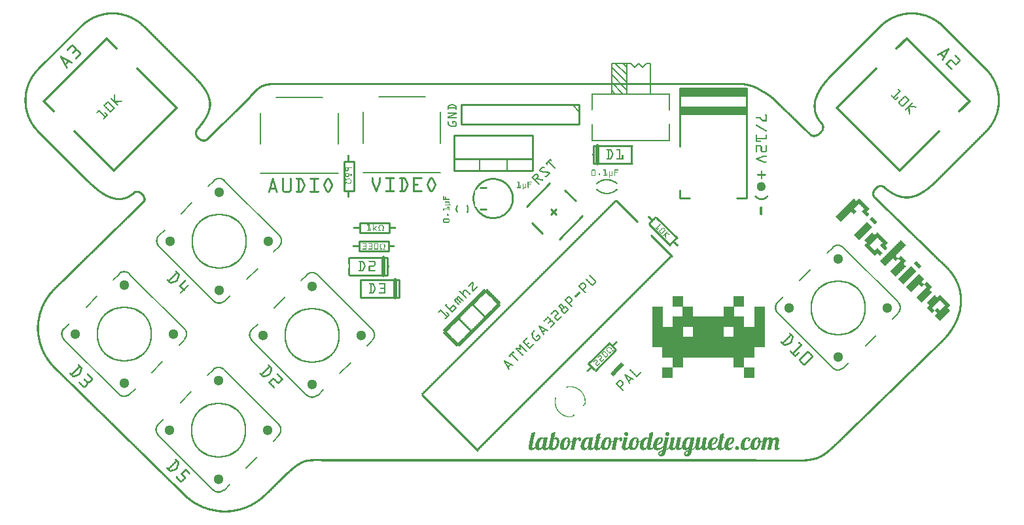
<source format=gto>
G04 MADE WITH FRITZING*
G04 WWW.FRITZING.ORG*
G04 DOUBLE SIDED*
G04 HOLES PLATED*
G04 CONTOUR ON CENTER OF CONTOUR VECTOR*
%ASAXBY*%
%FSLAX23Y23*%
%MOIN*%
%OFA0B0*%
%SFA1.0B1.0*%
%ADD10C,0.283590X0.26759*%
%ADD11C,0.051181X-0.0039371*%
%ADD12R,0.051936X0.051936*%
%ADD13C,0.010000*%
%ADD14C,0.005000*%
%ADD15C,0.020000*%
%ADD16C,0.008000*%
%ADD17C,0.012500*%
%ADD18C,0.011000*%
%ADD19R,0.001000X0.001000*%
%LNSILK1*%
G90*
G70*
G54D10*
X519Y921D03*
G54D11*
X519Y1172D03*
X770Y921D03*
X519Y671D03*
X269Y921D03*
G54D10*
X1000Y433D03*
G54D11*
X1000Y684D03*
X1250Y433D03*
X1000Y183D03*
X749Y433D03*
G54D10*
X1003Y1396D03*
G54D11*
X1003Y1647D03*
X1254Y1396D03*
X1003Y1146D03*
X752Y1396D03*
G54D10*
X4155Y1056D03*
G54D11*
X4155Y805D03*
X3905Y1056D03*
X4155Y1306D03*
X4406Y1056D03*
G54D10*
X1477Y917D03*
G54D11*
X1477Y1167D03*
X1727Y917D03*
X1477Y666D03*
X1226Y917D03*
G54D12*
X3339Y1089D03*
X3391Y1037D03*
X3339Y985D03*
X3287Y933D03*
X3235Y985D03*
X3235Y1037D03*
X3235Y933D03*
X3287Y882D03*
X3235Y882D03*
X3287Y830D03*
X3339Y933D03*
X3339Y882D03*
X3339Y830D03*
X3339Y778D03*
X3287Y726D03*
X3391Y985D03*
X3443Y985D03*
X3495Y985D03*
X3547Y985D03*
X3599Y1037D03*
X3651Y1089D03*
X3599Y985D03*
X3651Y985D03*
X3755Y985D03*
X3755Y1037D03*
X3755Y933D03*
X3755Y882D03*
X3651Y933D03*
X3651Y882D03*
X3651Y830D03*
X3703Y933D03*
X3703Y882D03*
X3703Y830D03*
X3651Y778D03*
X3703Y726D03*
X3391Y830D03*
X3443Y830D03*
X3495Y830D03*
X3547Y830D03*
X3599Y830D03*
X3391Y882D03*
X3443Y882D03*
X3495Y882D03*
X3547Y882D03*
X3599Y882D03*
X3443Y933D03*
X3495Y933D03*
X3547Y933D03*
G54D13*
X3024Y842D02*
X2918Y736D01*
D02*
X2883Y771D02*
X2989Y877D01*
D02*
X2600Y1755D02*
X2200Y1755D01*
D02*
X2200Y1755D02*
X2200Y1935D01*
D02*
X2200Y1935D02*
X2600Y1935D01*
D02*
X2600Y1935D02*
X2600Y1755D01*
D02*
X2600Y1755D02*
X2200Y1755D01*
D02*
X2200Y1755D02*
X2200Y1815D01*
D02*
X2200Y1815D02*
X2600Y1815D01*
D02*
X2600Y1815D02*
X2600Y1755D01*
G54D14*
D02*
X2470Y1755D02*
X2470Y1815D01*
D02*
X2330Y1755D02*
X2330Y1815D01*
G54D13*
D02*
X3349Y1880D02*
X3349Y2175D01*
D02*
X3349Y2175D02*
X3689Y2175D01*
D02*
X3689Y2175D02*
X3689Y1615D01*
D02*
X3689Y1615D02*
X3639Y1615D01*
D02*
X3349Y1655D02*
X3349Y1615D01*
D02*
X3349Y1615D02*
X3399Y1615D01*
D02*
X3349Y2175D02*
X3689Y2175D01*
D02*
X3349Y2170D02*
X3689Y2170D01*
D02*
X3349Y2165D02*
X3689Y2165D01*
D02*
X3349Y2160D02*
X3689Y2160D01*
D02*
X3349Y2155D02*
X3689Y2155D01*
D02*
X3349Y2150D02*
X3689Y2150D01*
D02*
X3349Y2145D02*
X3689Y2145D01*
D02*
X3349Y2140D02*
X3689Y2140D01*
D02*
X3349Y2045D02*
X3689Y2045D01*
D02*
X3349Y2050D02*
X3689Y2050D01*
D02*
X3349Y2055D02*
X3689Y2055D01*
D02*
X3349Y2060D02*
X3689Y2060D01*
D02*
X3349Y2065D02*
X3689Y2065D01*
D02*
X3349Y2070D02*
X3689Y2070D01*
D02*
X3349Y2075D02*
X3689Y2075D01*
D02*
X3349Y2080D02*
X3689Y2080D01*
G54D14*
D02*
X2903Y1909D02*
X3297Y1909D01*
D02*
X3297Y2145D02*
X3198Y2145D01*
D02*
X3198Y2145D02*
X3080Y2145D01*
D02*
X3061Y2145D02*
X3021Y2145D01*
D02*
X3021Y2145D02*
X3002Y2145D01*
D02*
X3002Y2145D02*
X2903Y2145D01*
D02*
X3198Y2145D02*
X3198Y2303D01*
D02*
X3198Y2303D02*
X3179Y2303D01*
D02*
X3100Y2303D02*
X3080Y2303D01*
D02*
X3080Y2303D02*
X3080Y2283D01*
D02*
X3080Y2283D02*
X3080Y2244D01*
D02*
X3080Y2244D02*
X3080Y2204D01*
D02*
X3080Y2204D02*
X3080Y2145D01*
D02*
X3179Y2303D02*
X3159Y2283D01*
D02*
X3159Y2283D02*
X3139Y2303D01*
D02*
X3139Y2303D02*
X3120Y2283D01*
D02*
X3120Y2283D02*
X3100Y2303D01*
D02*
X3002Y2145D02*
X3002Y2165D01*
D02*
X3002Y2165D02*
X3002Y2204D01*
D02*
X3002Y2204D02*
X3002Y2244D01*
D02*
X3002Y2244D02*
X3002Y2283D01*
D02*
X3002Y2283D02*
X3002Y2303D01*
D02*
X3002Y2303D02*
X3021Y2303D01*
D02*
X3021Y2303D02*
X3061Y2303D01*
D02*
X3061Y2303D02*
X3080Y2303D01*
D02*
X3080Y2145D02*
X3061Y2145D01*
D02*
X3061Y2145D02*
X3041Y2145D01*
D02*
X3061Y2145D02*
X3002Y2204D01*
D02*
X3080Y2145D02*
X3080Y2165D01*
D02*
X3080Y2165D02*
X3002Y2244D01*
D02*
X3080Y2204D02*
X3002Y2283D01*
D02*
X3080Y2244D02*
X3021Y2303D01*
D02*
X3080Y2283D02*
X3061Y2303D01*
D02*
X3021Y2145D02*
X3002Y2165D01*
G54D13*
D02*
X2911Y1883D02*
X3106Y1883D01*
D02*
X3106Y1793D02*
X2911Y1793D01*
D02*
X2911Y1793D02*
X2911Y1883D01*
G54D15*
D02*
X2931Y1793D02*
X2931Y1883D01*
G54D13*
D02*
X1638Y1651D02*
X1638Y1801D01*
D02*
X1638Y1801D02*
X1688Y1801D01*
D02*
X1688Y1801D02*
X1688Y1651D01*
D02*
X1688Y1651D02*
X1638Y1651D01*
G54D16*
D02*
X2130Y2054D02*
X2130Y1896D01*
D02*
X2130Y1746D02*
X1737Y1746D01*
D02*
X1737Y2054D02*
X1737Y1896D01*
D02*
X2052Y2132D02*
X1815Y2132D01*
D02*
X1608Y2050D02*
X1608Y1892D01*
D02*
X1608Y1743D02*
X1214Y1743D01*
D02*
X1214Y2050D02*
X1214Y1892D01*
D02*
X1529Y2129D02*
X1293Y2129D01*
D02*
X464Y1200D02*
X492Y1227D01*
D02*
X547Y1227D02*
X826Y949D01*
D02*
X826Y893D02*
X798Y866D01*
D02*
X714Y782D02*
X659Y726D01*
D02*
X575Y643D02*
X547Y615D01*
D02*
X492Y615D02*
X213Y893D01*
D02*
X213Y949D02*
X241Y977D01*
D02*
X325Y1060D02*
X380Y1116D01*
D02*
X944Y711D02*
X972Y739D01*
D02*
X1028Y739D02*
X1306Y461D01*
D02*
X1306Y405D02*
X1278Y377D01*
D02*
X1195Y294D02*
X1139Y238D01*
D02*
X1055Y155D02*
X1028Y127D01*
D02*
X972Y127D02*
X694Y405D01*
D02*
X694Y461D02*
X721Y489D01*
D02*
X805Y572D02*
X861Y628D01*
G54D13*
D02*
X1861Y1223D02*
X1666Y1223D01*
D02*
X1666Y1313D02*
X1861Y1313D01*
D02*
X1861Y1313D02*
X1861Y1223D01*
G54D15*
D02*
X1841Y1313D02*
X1841Y1223D01*
G54D13*
D02*
X1919Y1109D02*
X1724Y1109D01*
D02*
X1724Y1199D02*
X1919Y1199D01*
D02*
X1919Y1199D02*
X1919Y1109D01*
G54D15*
D02*
X1899Y1199D02*
X1899Y1109D01*
G54D13*
D02*
X1719Y1488D02*
X1869Y1488D01*
D02*
X1869Y1488D02*
X1869Y1438D01*
D02*
X1869Y1438D02*
X1719Y1438D01*
D02*
X1719Y1438D02*
X1719Y1488D01*
D02*
X1715Y1395D02*
X1865Y1395D01*
D02*
X1865Y1395D02*
X1865Y1345D01*
D02*
X1865Y1345D02*
X1715Y1345D01*
D02*
X1715Y1345D02*
X1715Y1395D01*
G54D16*
D02*
X947Y1675D02*
X975Y1703D01*
D02*
X1031Y1703D02*
X1309Y1424D01*
D02*
X1309Y1369D02*
X1281Y1341D01*
D02*
X1198Y1257D02*
X1142Y1202D01*
D02*
X1059Y1118D02*
X1031Y1090D01*
D02*
X975Y1090D02*
X697Y1369D01*
D02*
X697Y1424D02*
X725Y1452D01*
D02*
X808Y1536D02*
X864Y1591D01*
D02*
X4211Y777D02*
X4183Y750D01*
D02*
X4128Y750D02*
X3849Y1028D01*
D02*
X3849Y1084D02*
X3877Y1111D01*
D02*
X3960Y1195D02*
X4016Y1251D01*
D02*
X4100Y1334D02*
X4128Y1362D01*
D02*
X4183Y1362D02*
X4462Y1084D01*
D02*
X4462Y1028D02*
X4434Y1000D01*
D02*
X4350Y917D02*
X4295Y861D01*
D02*
X1421Y1195D02*
X1449Y1223D01*
D02*
X1783Y889D02*
X1755Y861D01*
D02*
X1672Y777D02*
X1616Y722D01*
D02*
X1533Y638D02*
X1505Y610D01*
D02*
X1449Y610D02*
X1171Y889D01*
D02*
X1171Y944D02*
X1198Y972D01*
D02*
X1282Y1056D02*
X1338Y1111D01*
G54D13*
D02*
X2763Y1656D02*
X2818Y1601D01*
D02*
X2568Y1573D02*
X2686Y1691D01*
D02*
X2735Y1406D02*
X2853Y1524D01*
D02*
X2596Y1489D02*
X2651Y1434D01*
D02*
X2693Y1559D02*
X2721Y1531D01*
D02*
X2721Y1559D02*
X2693Y1531D01*
D02*
X3229Y1517D02*
X3335Y1411D01*
D02*
X3300Y1375D02*
X3194Y1481D01*
D02*
X2036Y613D02*
X2319Y330D01*
D02*
X3026Y1603D02*
X3132Y1497D01*
D02*
X3203Y1426D02*
X3309Y1320D01*
D02*
X2837Y2091D02*
X2237Y2091D01*
D02*
X2237Y2091D02*
X2237Y1991D01*
D02*
X2237Y1991D02*
X2837Y1991D01*
D02*
X2837Y1991D02*
X2837Y2091D01*
G54D14*
D02*
X2802Y2091D02*
X2837Y2056D01*
G54D17*
X4454Y2379D02*
X4505Y2430D01*
X4825Y2110D01*
X4774Y2059D01*
D02*
X4669Y1954D02*
X4469Y1755D01*
X4149Y2075D01*
X4349Y2275D01*
D02*
X161Y2058D02*
X110Y2109D01*
X430Y2429D01*
X481Y2378D01*
D02*
X585Y2274D02*
X785Y2074D01*
X465Y1754D01*
X265Y1954D01*
D02*
G54D18*
X2334Y1668D02*
X2364Y1668D01*
D02*
X2334Y1558D02*
X2364Y1558D01*
D02*
G54D19*
X447Y2562D02*
X472Y2562D01*
X4519Y2562D02*
X4543Y2562D01*
X435Y2561D02*
X484Y2561D01*
X4507Y2561D02*
X4556Y2561D01*
X427Y2560D02*
X492Y2560D01*
X4499Y2560D02*
X4564Y2560D01*
X421Y2559D02*
X498Y2559D01*
X4493Y2559D02*
X4570Y2559D01*
X415Y2558D02*
X504Y2558D01*
X4487Y2558D02*
X4575Y2558D01*
X411Y2557D02*
X508Y2557D01*
X4483Y2557D02*
X4580Y2557D01*
X406Y2556D02*
X513Y2556D01*
X4478Y2556D02*
X4585Y2556D01*
X402Y2555D02*
X517Y2555D01*
X4474Y2555D02*
X4589Y2555D01*
X399Y2554D02*
X520Y2554D01*
X4471Y2554D02*
X4592Y2554D01*
X395Y2553D02*
X524Y2553D01*
X4467Y2553D02*
X4596Y2553D01*
X392Y2552D02*
X527Y2552D01*
X4464Y2552D02*
X4599Y2552D01*
X389Y2551D02*
X448Y2551D01*
X471Y2551D02*
X530Y2551D01*
X4461Y2551D02*
X4520Y2551D01*
X4543Y2551D02*
X4602Y2551D01*
X386Y2550D02*
X436Y2550D01*
X484Y2550D02*
X533Y2550D01*
X4458Y2550D02*
X4508Y2550D01*
X4555Y2550D02*
X4605Y2550D01*
X383Y2549D02*
X427Y2549D01*
X492Y2549D02*
X536Y2549D01*
X4455Y2549D02*
X4499Y2549D01*
X4564Y2549D02*
X4608Y2549D01*
X380Y2548D02*
X421Y2548D01*
X498Y2548D02*
X539Y2548D01*
X4452Y2548D02*
X4493Y2548D01*
X4570Y2548D02*
X4611Y2548D01*
X377Y2547D02*
X416Y2547D01*
X504Y2547D02*
X542Y2547D01*
X4449Y2547D02*
X4487Y2547D01*
X4575Y2547D02*
X4614Y2547D01*
X375Y2546D02*
X411Y2546D01*
X508Y2546D02*
X544Y2546D01*
X4447Y2546D02*
X4483Y2546D01*
X4580Y2546D02*
X4616Y2546D01*
X372Y2545D02*
X406Y2545D01*
X513Y2545D02*
X547Y2545D01*
X4444Y2545D02*
X4478Y2545D01*
X4584Y2545D02*
X4619Y2545D01*
X370Y2544D02*
X403Y2544D01*
X516Y2544D02*
X549Y2544D01*
X4442Y2544D02*
X4475Y2544D01*
X4588Y2544D02*
X4621Y2544D01*
X368Y2543D02*
X399Y2543D01*
X520Y2543D02*
X552Y2543D01*
X4439Y2543D02*
X4471Y2543D01*
X4592Y2543D02*
X4623Y2543D01*
X365Y2542D02*
X395Y2542D01*
X524Y2542D02*
X554Y2542D01*
X4437Y2542D02*
X4467Y2542D01*
X4596Y2542D02*
X4626Y2542D01*
X363Y2541D02*
X392Y2541D01*
X527Y2541D02*
X556Y2541D01*
X4435Y2541D02*
X4464Y2541D01*
X4599Y2541D02*
X4628Y2541D01*
X361Y2540D02*
X389Y2540D01*
X530Y2540D02*
X558Y2540D01*
X4433Y2540D02*
X4461Y2540D01*
X4602Y2540D02*
X4630Y2540D01*
X359Y2539D02*
X386Y2539D01*
X533Y2539D02*
X560Y2539D01*
X4431Y2539D02*
X4458Y2539D01*
X4605Y2539D02*
X4632Y2539D01*
X357Y2538D02*
X383Y2538D01*
X536Y2538D02*
X562Y2538D01*
X4429Y2538D02*
X4455Y2538D01*
X4608Y2538D02*
X4634Y2538D01*
X355Y2537D02*
X381Y2537D01*
X538Y2537D02*
X564Y2537D01*
X4427Y2537D02*
X4453Y2537D01*
X4610Y2537D02*
X4636Y2537D01*
X353Y2536D02*
X378Y2536D01*
X541Y2536D02*
X566Y2536D01*
X4425Y2536D02*
X4450Y2536D01*
X4613Y2536D02*
X4638Y2536D01*
X351Y2535D02*
X376Y2535D01*
X544Y2535D02*
X568Y2535D01*
X4423Y2535D02*
X4447Y2535D01*
X4615Y2535D02*
X4640Y2535D01*
X349Y2534D02*
X373Y2534D01*
X546Y2534D02*
X570Y2534D01*
X4421Y2534D02*
X4445Y2534D01*
X4618Y2534D02*
X4642Y2534D01*
X347Y2533D02*
X371Y2533D01*
X548Y2533D02*
X572Y2533D01*
X4419Y2533D02*
X4443Y2533D01*
X4620Y2533D02*
X4644Y2533D01*
X346Y2532D02*
X369Y2532D01*
X550Y2532D02*
X574Y2532D01*
X4417Y2532D02*
X4441Y2532D01*
X4622Y2532D02*
X4645Y2532D01*
X344Y2531D02*
X366Y2531D01*
X553Y2531D02*
X575Y2531D01*
X4416Y2531D02*
X4438Y2531D01*
X4625Y2531D02*
X4647Y2531D01*
X342Y2530D02*
X364Y2530D01*
X555Y2530D02*
X577Y2530D01*
X4414Y2530D02*
X4436Y2530D01*
X4627Y2530D02*
X4649Y2530D01*
X340Y2529D02*
X362Y2529D01*
X557Y2529D02*
X579Y2529D01*
X4412Y2529D02*
X4434Y2529D01*
X4629Y2529D02*
X4651Y2529D01*
X339Y2528D02*
X360Y2528D01*
X559Y2528D02*
X580Y2528D01*
X4411Y2528D02*
X4432Y2528D01*
X4631Y2528D02*
X4652Y2528D01*
X337Y2527D02*
X358Y2527D01*
X561Y2527D02*
X582Y2527D01*
X4409Y2527D02*
X4430Y2527D01*
X4633Y2527D02*
X4654Y2527D01*
X336Y2526D02*
X356Y2526D01*
X563Y2526D02*
X584Y2526D01*
X4407Y2526D02*
X4428Y2526D01*
X4635Y2526D02*
X4655Y2526D01*
X334Y2525D02*
X354Y2525D01*
X565Y2525D02*
X585Y2525D01*
X4406Y2525D02*
X4426Y2525D01*
X4637Y2525D02*
X4657Y2525D01*
X332Y2524D02*
X353Y2524D01*
X566Y2524D02*
X587Y2524D01*
X4404Y2524D02*
X4425Y2524D01*
X4638Y2524D02*
X4659Y2524D01*
X331Y2523D02*
X351Y2523D01*
X568Y2523D02*
X588Y2523D01*
X4403Y2523D02*
X4423Y2523D01*
X4640Y2523D02*
X4660Y2523D01*
X329Y2522D02*
X349Y2522D01*
X570Y2522D02*
X590Y2522D01*
X4401Y2522D02*
X4421Y2522D01*
X4642Y2522D02*
X4662Y2522D01*
X328Y2521D02*
X347Y2521D01*
X572Y2521D02*
X591Y2521D01*
X4400Y2521D02*
X4419Y2521D01*
X4644Y2521D02*
X4663Y2521D01*
X327Y2520D02*
X346Y2520D01*
X573Y2520D02*
X593Y2520D01*
X4398Y2520D02*
X4418Y2520D01*
X4645Y2520D02*
X4664Y2520D01*
X325Y2519D02*
X344Y2519D01*
X575Y2519D02*
X594Y2519D01*
X4397Y2519D02*
X4416Y2519D01*
X4647Y2519D02*
X4666Y2519D01*
X324Y2518D02*
X342Y2518D01*
X577Y2518D02*
X595Y2518D01*
X4396Y2518D02*
X4414Y2518D01*
X4649Y2518D02*
X4667Y2518D01*
X322Y2517D02*
X341Y2517D01*
X578Y2517D02*
X597Y2517D01*
X4394Y2517D02*
X4413Y2517D01*
X4650Y2517D02*
X4669Y2517D01*
X321Y2516D02*
X339Y2516D01*
X580Y2516D02*
X598Y2516D01*
X4393Y2516D02*
X4411Y2516D01*
X4652Y2516D02*
X4670Y2516D01*
X320Y2515D02*
X338Y2515D01*
X581Y2515D02*
X599Y2515D01*
X4392Y2515D02*
X4410Y2515D01*
X4653Y2515D02*
X4671Y2515D01*
X318Y2514D02*
X336Y2514D01*
X583Y2514D02*
X601Y2514D01*
X4390Y2514D02*
X4408Y2514D01*
X4655Y2514D02*
X4673Y2514D01*
X317Y2513D02*
X335Y2513D01*
X584Y2513D02*
X602Y2513D01*
X4389Y2513D02*
X4407Y2513D01*
X4656Y2513D02*
X4674Y2513D01*
X316Y2512D02*
X333Y2512D01*
X586Y2512D02*
X603Y2512D01*
X4388Y2512D02*
X4405Y2512D01*
X4658Y2512D02*
X4675Y2512D01*
X315Y2511D02*
X332Y2511D01*
X587Y2511D02*
X605Y2511D01*
X4386Y2511D02*
X4404Y2511D01*
X4659Y2511D02*
X4676Y2511D01*
X313Y2510D02*
X331Y2510D01*
X589Y2510D02*
X606Y2510D01*
X4385Y2510D02*
X4402Y2510D01*
X4660Y2510D02*
X4678Y2510D01*
X312Y2509D02*
X329Y2509D01*
X590Y2509D02*
X607Y2509D01*
X4384Y2509D02*
X4401Y2509D01*
X4662Y2509D02*
X4679Y2509D01*
X311Y2508D02*
X328Y2508D01*
X591Y2508D02*
X608Y2508D01*
X4383Y2508D02*
X4400Y2508D01*
X4663Y2508D02*
X4680Y2508D01*
X310Y2507D02*
X326Y2507D01*
X593Y2507D02*
X609Y2507D01*
X4382Y2507D02*
X4398Y2507D01*
X4665Y2507D02*
X4681Y2507D01*
X309Y2506D02*
X325Y2506D01*
X594Y2506D02*
X611Y2506D01*
X4380Y2506D02*
X4397Y2506D01*
X4666Y2506D02*
X4682Y2506D01*
X307Y2505D02*
X324Y2505D01*
X595Y2505D02*
X612Y2505D01*
X4379Y2505D02*
X4396Y2505D01*
X4667Y2505D02*
X4684Y2505D01*
X306Y2504D02*
X323Y2504D01*
X597Y2504D02*
X613Y2504D01*
X4378Y2504D02*
X4394Y2504D01*
X4668Y2504D02*
X4685Y2504D01*
X305Y2503D02*
X321Y2503D01*
X598Y2503D02*
X614Y2503D01*
X4377Y2503D02*
X4393Y2503D01*
X4670Y2503D02*
X4686Y2503D01*
X304Y2502D02*
X320Y2502D01*
X599Y2502D02*
X615Y2502D01*
X4376Y2502D02*
X4392Y2502D01*
X4671Y2502D02*
X4687Y2502D01*
X303Y2501D02*
X319Y2501D01*
X600Y2501D02*
X616Y2501D01*
X4375Y2501D02*
X4391Y2501D01*
X4672Y2501D02*
X4688Y2501D01*
X302Y2500D02*
X318Y2500D01*
X602Y2500D02*
X617Y2500D01*
X4374Y2500D02*
X4389Y2500D01*
X4673Y2500D02*
X4689Y2500D01*
X301Y2499D02*
X316Y2499D01*
X603Y2499D02*
X618Y2499D01*
X4373Y2499D02*
X4388Y2499D01*
X4675Y2499D02*
X4690Y2499D01*
X300Y2498D02*
X315Y2498D01*
X604Y2498D02*
X619Y2498D01*
X4372Y2498D02*
X4387Y2498D01*
X4676Y2498D02*
X4691Y2498D01*
X299Y2497D02*
X314Y2497D01*
X605Y2497D02*
X620Y2497D01*
X4371Y2497D02*
X4386Y2497D01*
X4677Y2497D02*
X4692Y2497D01*
X298Y2496D02*
X313Y2496D01*
X606Y2496D02*
X622Y2496D01*
X4369Y2496D02*
X4385Y2496D01*
X4678Y2496D02*
X4693Y2496D01*
X297Y2495D02*
X312Y2495D01*
X607Y2495D02*
X623Y2495D01*
X4368Y2495D02*
X4384Y2495D01*
X4679Y2495D02*
X4694Y2495D01*
X296Y2494D02*
X311Y2494D01*
X608Y2494D02*
X624Y2494D01*
X4367Y2494D02*
X4383Y2494D01*
X4680Y2494D02*
X4695Y2494D01*
X295Y2493D02*
X310Y2493D01*
X610Y2493D02*
X625Y2493D01*
X4366Y2493D02*
X4381Y2493D01*
X4681Y2493D02*
X4696Y2493D01*
X294Y2492D02*
X309Y2492D01*
X611Y2492D02*
X626Y2492D01*
X4365Y2492D02*
X4380Y2492D01*
X4682Y2492D02*
X4697Y2492D01*
X293Y2491D02*
X308Y2491D01*
X612Y2491D02*
X627Y2491D01*
X4364Y2491D02*
X4379Y2491D01*
X4683Y2491D02*
X4698Y2491D01*
X292Y2490D02*
X306Y2490D01*
X613Y2490D02*
X628Y2490D01*
X4363Y2490D02*
X4378Y2490D01*
X4685Y2490D02*
X4699Y2490D01*
X291Y2489D02*
X305Y2489D01*
X614Y2489D02*
X629Y2489D01*
X4362Y2489D02*
X4377Y2489D01*
X4686Y2489D02*
X4700Y2489D01*
X290Y2488D02*
X304Y2488D01*
X615Y2488D02*
X630Y2488D01*
X4361Y2488D02*
X4376Y2488D01*
X4687Y2488D02*
X4701Y2488D01*
X289Y2487D02*
X303Y2487D01*
X616Y2487D02*
X631Y2487D01*
X4360Y2487D02*
X4375Y2487D01*
X4688Y2487D02*
X4702Y2487D01*
X288Y2486D02*
X302Y2486D01*
X617Y2486D02*
X632Y2486D01*
X4359Y2486D02*
X4374Y2486D01*
X4689Y2486D02*
X4703Y2486D01*
X287Y2485D02*
X301Y2485D01*
X618Y2485D02*
X633Y2485D01*
X4358Y2485D02*
X4373Y2485D01*
X4690Y2485D02*
X4704Y2485D01*
X286Y2484D02*
X300Y2484D01*
X619Y2484D02*
X634Y2484D01*
X4357Y2484D02*
X4372Y2484D01*
X4691Y2484D02*
X4705Y2484D01*
X285Y2483D02*
X299Y2483D01*
X620Y2483D02*
X635Y2483D01*
X4356Y2483D02*
X4371Y2483D01*
X4692Y2483D02*
X4706Y2483D01*
X284Y2482D02*
X298Y2482D01*
X621Y2482D02*
X636Y2482D01*
X4355Y2482D02*
X4370Y2482D01*
X4693Y2482D02*
X4707Y2482D01*
X283Y2481D02*
X297Y2481D01*
X622Y2481D02*
X637Y2481D01*
X4354Y2481D02*
X4369Y2481D01*
X4694Y2481D02*
X4708Y2481D01*
X282Y2480D02*
X296Y2480D01*
X623Y2480D02*
X638Y2480D01*
X4353Y2480D02*
X4368Y2480D01*
X4695Y2480D02*
X4709Y2480D01*
X281Y2479D02*
X295Y2479D01*
X624Y2479D02*
X639Y2479D01*
X4352Y2479D02*
X4367Y2479D01*
X4696Y2479D02*
X4710Y2479D01*
X280Y2478D02*
X294Y2478D01*
X625Y2478D02*
X640Y2478D01*
X4351Y2478D02*
X4366Y2478D01*
X4697Y2478D02*
X4711Y2478D01*
X279Y2477D02*
X293Y2477D01*
X626Y2477D02*
X641Y2477D01*
X4350Y2477D02*
X4365Y2477D01*
X4698Y2477D02*
X4712Y2477D01*
X278Y2476D02*
X292Y2476D01*
X627Y2476D02*
X642Y2476D01*
X4349Y2476D02*
X4364Y2476D01*
X4699Y2476D02*
X4713Y2476D01*
X277Y2475D02*
X291Y2475D01*
X628Y2475D02*
X643Y2475D01*
X4348Y2475D02*
X4363Y2475D01*
X4700Y2475D02*
X4714Y2475D01*
X276Y2474D02*
X290Y2474D01*
X629Y2474D02*
X644Y2474D01*
X4347Y2474D02*
X4362Y2474D01*
X4701Y2474D02*
X4715Y2474D01*
X275Y2473D02*
X289Y2473D01*
X630Y2473D02*
X645Y2473D01*
X4346Y2473D02*
X4361Y2473D01*
X4702Y2473D02*
X4716Y2473D01*
X274Y2472D02*
X288Y2472D01*
X631Y2472D02*
X646Y2472D01*
X4345Y2472D02*
X4360Y2472D01*
X4703Y2472D02*
X4717Y2472D01*
X273Y2471D02*
X287Y2471D01*
X632Y2471D02*
X647Y2471D01*
X4344Y2471D02*
X4359Y2471D01*
X4704Y2471D02*
X4718Y2471D01*
X272Y2470D02*
X286Y2470D01*
X633Y2470D02*
X648Y2470D01*
X4343Y2470D02*
X4358Y2470D01*
X4705Y2470D02*
X4719Y2470D01*
X271Y2469D02*
X285Y2469D01*
X634Y2469D02*
X649Y2469D01*
X4342Y2469D02*
X4357Y2469D01*
X4706Y2469D02*
X4720Y2469D01*
X270Y2468D02*
X284Y2468D01*
X635Y2468D02*
X650Y2468D01*
X4341Y2468D02*
X4356Y2468D01*
X4707Y2468D02*
X4721Y2468D01*
X269Y2467D02*
X283Y2467D01*
X636Y2467D02*
X651Y2467D01*
X4340Y2467D02*
X4355Y2467D01*
X4708Y2467D02*
X4722Y2467D01*
X268Y2466D02*
X282Y2466D01*
X637Y2466D02*
X652Y2466D01*
X4339Y2466D02*
X4354Y2466D01*
X4709Y2466D02*
X4723Y2466D01*
X267Y2465D02*
X281Y2465D01*
X638Y2465D02*
X653Y2465D01*
X4338Y2465D02*
X4353Y2465D01*
X4710Y2465D02*
X4724Y2465D01*
X266Y2464D02*
X280Y2464D01*
X639Y2464D02*
X654Y2464D01*
X4337Y2464D02*
X4352Y2464D01*
X4711Y2464D02*
X4725Y2464D01*
X265Y2463D02*
X279Y2463D01*
X640Y2463D02*
X655Y2463D01*
X4336Y2463D02*
X4351Y2463D01*
X4712Y2463D02*
X4726Y2463D01*
X264Y2462D02*
X278Y2462D01*
X641Y2462D02*
X656Y2462D01*
X4335Y2462D02*
X4350Y2462D01*
X4713Y2462D02*
X4727Y2462D01*
X263Y2461D02*
X277Y2461D01*
X642Y2461D02*
X657Y2461D01*
X4334Y2461D02*
X4349Y2461D01*
X4714Y2461D02*
X4728Y2461D01*
X262Y2460D02*
X276Y2460D01*
X643Y2460D02*
X658Y2460D01*
X4333Y2460D02*
X4348Y2460D01*
X4715Y2460D02*
X4729Y2460D01*
X261Y2459D02*
X275Y2459D01*
X644Y2459D02*
X659Y2459D01*
X4332Y2459D02*
X4347Y2459D01*
X4716Y2459D02*
X4730Y2459D01*
X260Y2458D02*
X274Y2458D01*
X645Y2458D02*
X660Y2458D01*
X4331Y2458D02*
X4346Y2458D01*
X4717Y2458D02*
X4731Y2458D01*
X259Y2457D02*
X273Y2457D01*
X646Y2457D02*
X661Y2457D01*
X4330Y2457D02*
X4345Y2457D01*
X4718Y2457D02*
X4732Y2457D01*
X258Y2456D02*
X272Y2456D01*
X647Y2456D02*
X662Y2456D01*
X4329Y2456D02*
X4344Y2456D01*
X4719Y2456D02*
X4733Y2456D01*
X257Y2455D02*
X271Y2455D01*
X648Y2455D02*
X663Y2455D01*
X4328Y2455D02*
X4343Y2455D01*
X4720Y2455D02*
X4734Y2455D01*
X256Y2454D02*
X270Y2454D01*
X649Y2454D02*
X664Y2454D01*
X4327Y2454D02*
X4342Y2454D01*
X4721Y2454D02*
X4735Y2454D01*
X255Y2453D02*
X269Y2453D01*
X650Y2453D02*
X665Y2453D01*
X4326Y2453D02*
X4341Y2453D01*
X4722Y2453D02*
X4736Y2453D01*
X254Y2452D02*
X268Y2452D01*
X651Y2452D02*
X666Y2452D01*
X4325Y2452D02*
X4340Y2452D01*
X4723Y2452D02*
X4737Y2452D01*
X253Y2451D02*
X267Y2451D01*
X652Y2451D02*
X667Y2451D01*
X4324Y2451D02*
X4339Y2451D01*
X4724Y2451D02*
X4738Y2451D01*
X252Y2450D02*
X266Y2450D01*
X653Y2450D02*
X668Y2450D01*
X4323Y2450D02*
X4338Y2450D01*
X4725Y2450D02*
X4739Y2450D01*
X251Y2449D02*
X265Y2449D01*
X654Y2449D02*
X669Y2449D01*
X4322Y2449D02*
X4337Y2449D01*
X4726Y2449D02*
X4740Y2449D01*
X250Y2448D02*
X264Y2448D01*
X655Y2448D02*
X670Y2448D01*
X4321Y2448D02*
X4336Y2448D01*
X4727Y2448D02*
X4741Y2448D01*
X249Y2447D02*
X263Y2447D01*
X656Y2447D02*
X671Y2447D01*
X4320Y2447D02*
X4335Y2447D01*
X4728Y2447D02*
X4742Y2447D01*
X248Y2446D02*
X262Y2446D01*
X657Y2446D02*
X672Y2446D01*
X4319Y2446D02*
X4334Y2446D01*
X4729Y2446D02*
X4743Y2446D01*
X247Y2445D02*
X261Y2445D01*
X658Y2445D02*
X673Y2445D01*
X4318Y2445D02*
X4333Y2445D01*
X4730Y2445D02*
X4744Y2445D01*
X246Y2444D02*
X260Y2444D01*
X659Y2444D02*
X674Y2444D01*
X4317Y2444D02*
X4332Y2444D01*
X4731Y2444D02*
X4745Y2444D01*
X245Y2443D02*
X259Y2443D01*
X660Y2443D02*
X675Y2443D01*
X4316Y2443D02*
X4331Y2443D01*
X4732Y2443D02*
X4746Y2443D01*
X244Y2442D02*
X258Y2442D01*
X661Y2442D02*
X676Y2442D01*
X4315Y2442D02*
X4330Y2442D01*
X4733Y2442D02*
X4747Y2442D01*
X243Y2441D02*
X257Y2441D01*
X662Y2441D02*
X677Y2441D01*
X4314Y2441D02*
X4329Y2441D01*
X4734Y2441D02*
X4748Y2441D01*
X242Y2440D02*
X256Y2440D01*
X663Y2440D02*
X678Y2440D01*
X4313Y2440D02*
X4328Y2440D01*
X4735Y2440D02*
X4749Y2440D01*
X241Y2439D02*
X255Y2439D01*
X664Y2439D02*
X679Y2439D01*
X4312Y2439D02*
X4327Y2439D01*
X4736Y2439D02*
X4750Y2439D01*
X240Y2438D02*
X254Y2438D01*
X665Y2438D02*
X680Y2438D01*
X4311Y2438D02*
X4326Y2438D01*
X4737Y2438D02*
X4751Y2438D01*
X239Y2437D02*
X253Y2437D01*
X666Y2437D02*
X681Y2437D01*
X4310Y2437D02*
X4325Y2437D01*
X4738Y2437D02*
X4752Y2437D01*
X238Y2436D02*
X252Y2436D01*
X667Y2436D02*
X682Y2436D01*
X4309Y2436D02*
X4324Y2436D01*
X4739Y2436D02*
X4753Y2436D01*
X237Y2435D02*
X251Y2435D01*
X668Y2435D02*
X683Y2435D01*
X4308Y2435D02*
X4323Y2435D01*
X4740Y2435D02*
X4754Y2435D01*
X236Y2434D02*
X250Y2434D01*
X669Y2434D02*
X684Y2434D01*
X4307Y2434D02*
X4322Y2434D01*
X4741Y2434D02*
X4755Y2434D01*
X235Y2433D02*
X249Y2433D01*
X670Y2433D02*
X685Y2433D01*
X4306Y2433D02*
X4321Y2433D01*
X4742Y2433D02*
X4756Y2433D01*
X234Y2432D02*
X248Y2432D01*
X671Y2432D02*
X686Y2432D01*
X4305Y2432D02*
X4320Y2432D01*
X4743Y2432D02*
X4757Y2432D01*
X233Y2431D02*
X247Y2431D01*
X672Y2431D02*
X687Y2431D01*
X4304Y2431D02*
X4319Y2431D01*
X4744Y2431D02*
X4758Y2431D01*
X232Y2430D02*
X246Y2430D01*
X673Y2430D02*
X688Y2430D01*
X4303Y2430D02*
X4318Y2430D01*
X4745Y2430D02*
X4759Y2430D01*
X231Y2429D02*
X245Y2429D01*
X674Y2429D02*
X689Y2429D01*
X4302Y2429D02*
X4317Y2429D01*
X4746Y2429D02*
X4760Y2429D01*
X230Y2428D02*
X244Y2428D01*
X675Y2428D02*
X690Y2428D01*
X4301Y2428D02*
X4316Y2428D01*
X4747Y2428D02*
X4761Y2428D01*
X229Y2427D02*
X243Y2427D01*
X676Y2427D02*
X691Y2427D01*
X4300Y2427D02*
X4315Y2427D01*
X4748Y2427D02*
X4762Y2427D01*
X228Y2426D02*
X242Y2426D01*
X677Y2426D02*
X692Y2426D01*
X4299Y2426D02*
X4314Y2426D01*
X4749Y2426D02*
X4763Y2426D01*
X227Y2425D02*
X241Y2425D01*
X678Y2425D02*
X693Y2425D01*
X4298Y2425D02*
X4313Y2425D01*
X4750Y2425D02*
X4764Y2425D01*
X226Y2424D02*
X240Y2424D01*
X679Y2424D02*
X694Y2424D01*
X4297Y2424D02*
X4312Y2424D01*
X4751Y2424D02*
X4765Y2424D01*
X225Y2423D02*
X239Y2423D01*
X680Y2423D02*
X695Y2423D01*
X4296Y2423D02*
X4311Y2423D01*
X4752Y2423D02*
X4766Y2423D01*
X224Y2422D02*
X238Y2422D01*
X681Y2422D02*
X696Y2422D01*
X4295Y2422D02*
X4310Y2422D01*
X4753Y2422D02*
X4767Y2422D01*
X223Y2421D02*
X237Y2421D01*
X682Y2421D02*
X697Y2421D01*
X4294Y2421D02*
X4309Y2421D01*
X4754Y2421D02*
X4768Y2421D01*
X222Y2420D02*
X236Y2420D01*
X683Y2420D02*
X698Y2420D01*
X4293Y2420D02*
X4308Y2420D01*
X4755Y2420D02*
X4769Y2420D01*
X221Y2419D02*
X235Y2419D01*
X684Y2419D02*
X699Y2419D01*
X4292Y2419D02*
X4307Y2419D01*
X4756Y2419D02*
X4770Y2419D01*
X220Y2418D02*
X234Y2418D01*
X685Y2418D02*
X700Y2418D01*
X4291Y2418D02*
X4306Y2418D01*
X4757Y2418D02*
X4771Y2418D01*
X219Y2417D02*
X233Y2417D01*
X686Y2417D02*
X701Y2417D01*
X4290Y2417D02*
X4305Y2417D01*
X4758Y2417D02*
X4772Y2417D01*
X218Y2416D02*
X232Y2416D01*
X687Y2416D02*
X702Y2416D01*
X4289Y2416D02*
X4304Y2416D01*
X4759Y2416D02*
X4773Y2416D01*
X217Y2415D02*
X231Y2415D01*
X688Y2415D02*
X703Y2415D01*
X4288Y2415D02*
X4303Y2415D01*
X4760Y2415D02*
X4774Y2415D01*
X216Y2414D02*
X230Y2414D01*
X689Y2414D02*
X704Y2414D01*
X4287Y2414D02*
X4302Y2414D01*
X4761Y2414D02*
X4775Y2414D01*
X215Y2413D02*
X229Y2413D01*
X690Y2413D02*
X705Y2413D01*
X4286Y2413D02*
X4301Y2413D01*
X4762Y2413D02*
X4776Y2413D01*
X214Y2412D02*
X228Y2412D01*
X691Y2412D02*
X706Y2412D01*
X4285Y2412D02*
X4300Y2412D01*
X4763Y2412D02*
X4777Y2412D01*
X213Y2411D02*
X227Y2411D01*
X692Y2411D02*
X707Y2411D01*
X4284Y2411D02*
X4299Y2411D01*
X4764Y2411D02*
X4778Y2411D01*
X212Y2410D02*
X226Y2410D01*
X693Y2410D02*
X708Y2410D01*
X4283Y2410D02*
X4298Y2410D01*
X4765Y2410D02*
X4779Y2410D01*
X211Y2409D02*
X225Y2409D01*
X694Y2409D02*
X709Y2409D01*
X4282Y2409D02*
X4297Y2409D01*
X4766Y2409D02*
X4780Y2409D01*
X210Y2408D02*
X224Y2408D01*
X695Y2408D02*
X710Y2408D01*
X4281Y2408D02*
X4296Y2408D01*
X4767Y2408D02*
X4781Y2408D01*
X209Y2407D02*
X223Y2407D01*
X696Y2407D02*
X711Y2407D01*
X4280Y2407D02*
X4295Y2407D01*
X4768Y2407D02*
X4782Y2407D01*
X208Y2406D02*
X222Y2406D01*
X697Y2406D02*
X712Y2406D01*
X4279Y2406D02*
X4294Y2406D01*
X4769Y2406D02*
X4783Y2406D01*
X207Y2405D02*
X221Y2405D01*
X698Y2405D02*
X713Y2405D01*
X4278Y2405D02*
X4293Y2405D01*
X4770Y2405D02*
X4784Y2405D01*
X206Y2404D02*
X220Y2404D01*
X699Y2404D02*
X714Y2404D01*
X4277Y2404D02*
X4292Y2404D01*
X4771Y2404D02*
X4785Y2404D01*
X205Y2403D02*
X219Y2403D01*
X700Y2403D02*
X715Y2403D01*
X4276Y2403D02*
X4291Y2403D01*
X4772Y2403D02*
X4786Y2403D01*
X204Y2402D02*
X218Y2402D01*
X701Y2402D02*
X716Y2402D01*
X4275Y2402D02*
X4290Y2402D01*
X4773Y2402D02*
X4787Y2402D01*
X203Y2401D02*
X217Y2401D01*
X702Y2401D02*
X717Y2401D01*
X4274Y2401D02*
X4289Y2401D01*
X4774Y2401D02*
X4788Y2401D01*
X202Y2400D02*
X216Y2400D01*
X703Y2400D02*
X718Y2400D01*
X4273Y2400D02*
X4288Y2400D01*
X4775Y2400D02*
X4789Y2400D01*
X201Y2399D02*
X215Y2399D01*
X704Y2399D02*
X719Y2399D01*
X4272Y2399D02*
X4287Y2399D01*
X4776Y2399D02*
X4790Y2399D01*
X200Y2398D02*
X214Y2398D01*
X705Y2398D02*
X720Y2398D01*
X4271Y2398D02*
X4286Y2398D01*
X4777Y2398D02*
X4791Y2398D01*
X199Y2397D02*
X213Y2397D01*
X252Y2397D02*
X258Y2397D01*
X706Y2397D02*
X721Y2397D01*
X4270Y2397D02*
X4285Y2397D01*
X4778Y2397D02*
X4792Y2397D01*
X198Y2396D02*
X212Y2396D01*
X250Y2396D02*
X260Y2396D01*
X707Y2396D02*
X722Y2396D01*
X4269Y2396D02*
X4284Y2396D01*
X4779Y2396D02*
X4793Y2396D01*
X197Y2395D02*
X211Y2395D01*
X249Y2395D02*
X261Y2395D01*
X708Y2395D02*
X723Y2395D01*
X4268Y2395D02*
X4283Y2395D01*
X4780Y2395D02*
X4794Y2395D01*
X196Y2394D02*
X210Y2394D01*
X248Y2394D02*
X262Y2394D01*
X709Y2394D02*
X724Y2394D01*
X4267Y2394D02*
X4282Y2394D01*
X4781Y2394D02*
X4795Y2394D01*
X195Y2393D02*
X209Y2393D01*
X247Y2393D02*
X263Y2393D01*
X710Y2393D02*
X725Y2393D01*
X4266Y2393D02*
X4281Y2393D01*
X4782Y2393D02*
X4796Y2393D01*
X194Y2392D02*
X208Y2392D01*
X246Y2392D02*
X264Y2392D01*
X711Y2392D02*
X726Y2392D01*
X4265Y2392D02*
X4280Y2392D01*
X4783Y2392D02*
X4797Y2392D01*
X193Y2391D02*
X207Y2391D01*
X245Y2391D02*
X265Y2391D01*
X712Y2391D02*
X727Y2391D01*
X4264Y2391D02*
X4279Y2391D01*
X4784Y2391D02*
X4798Y2391D01*
X192Y2390D02*
X206Y2390D01*
X244Y2390D02*
X266Y2390D01*
X713Y2390D02*
X728Y2390D01*
X4263Y2390D02*
X4278Y2390D01*
X4785Y2390D02*
X4799Y2390D01*
X191Y2389D02*
X205Y2389D01*
X243Y2389D02*
X267Y2389D01*
X714Y2389D02*
X729Y2389D01*
X4262Y2389D02*
X4277Y2389D01*
X4786Y2389D02*
X4800Y2389D01*
X190Y2388D02*
X204Y2388D01*
X242Y2388D02*
X254Y2388D01*
X256Y2388D02*
X268Y2388D01*
X715Y2388D02*
X730Y2388D01*
X4261Y2388D02*
X4276Y2388D01*
X4787Y2388D02*
X4801Y2388D01*
X189Y2387D02*
X203Y2387D01*
X241Y2387D02*
X253Y2387D01*
X257Y2387D02*
X269Y2387D01*
X716Y2387D02*
X731Y2387D01*
X4260Y2387D02*
X4275Y2387D01*
X4788Y2387D02*
X4802Y2387D01*
X188Y2386D02*
X202Y2386D01*
X240Y2386D02*
X252Y2386D01*
X258Y2386D02*
X270Y2386D01*
X717Y2386D02*
X732Y2386D01*
X4259Y2386D02*
X4274Y2386D01*
X4789Y2386D02*
X4803Y2386D01*
X187Y2385D02*
X201Y2385D01*
X239Y2385D02*
X251Y2385D01*
X259Y2385D02*
X271Y2385D01*
X718Y2385D02*
X733Y2385D01*
X4258Y2385D02*
X4273Y2385D01*
X4790Y2385D02*
X4804Y2385D01*
X186Y2384D02*
X200Y2384D01*
X238Y2384D02*
X250Y2384D01*
X260Y2384D02*
X272Y2384D01*
X719Y2384D02*
X734Y2384D01*
X4257Y2384D02*
X4272Y2384D01*
X4791Y2384D02*
X4805Y2384D01*
X185Y2383D02*
X199Y2383D01*
X237Y2383D02*
X249Y2383D01*
X261Y2383D02*
X273Y2383D01*
X720Y2383D02*
X735Y2383D01*
X4256Y2383D02*
X4271Y2383D01*
X4792Y2383D02*
X4806Y2383D01*
X184Y2382D02*
X198Y2382D01*
X236Y2382D02*
X248Y2382D01*
X262Y2382D02*
X274Y2382D01*
X721Y2382D02*
X736Y2382D01*
X4255Y2382D02*
X4270Y2382D01*
X4793Y2382D02*
X4807Y2382D01*
X183Y2381D02*
X197Y2381D01*
X235Y2381D02*
X247Y2381D01*
X263Y2381D02*
X274Y2381D01*
X722Y2381D02*
X737Y2381D01*
X4254Y2381D02*
X4269Y2381D01*
X4794Y2381D02*
X4808Y2381D01*
X182Y2380D02*
X196Y2380D01*
X234Y2380D02*
X246Y2380D01*
X264Y2380D02*
X275Y2380D01*
X723Y2380D02*
X738Y2380D01*
X4253Y2380D02*
X4268Y2380D01*
X4718Y2380D02*
X4720Y2380D01*
X4795Y2380D02*
X4809Y2380D01*
X181Y2379D02*
X195Y2379D01*
X233Y2379D02*
X245Y2379D01*
X265Y2379D02*
X275Y2379D01*
X724Y2379D02*
X739Y2379D01*
X4252Y2379D02*
X4267Y2379D01*
X4716Y2379D02*
X4722Y2379D01*
X4796Y2379D02*
X4810Y2379D01*
X180Y2378D02*
X194Y2378D01*
X232Y2378D02*
X244Y2378D01*
X266Y2378D02*
X276Y2378D01*
X725Y2378D02*
X740Y2378D01*
X4251Y2378D02*
X4266Y2378D01*
X4714Y2378D02*
X4722Y2378D01*
X4797Y2378D02*
X4811Y2378D01*
X179Y2377D02*
X193Y2377D01*
X231Y2377D02*
X243Y2377D01*
X267Y2377D02*
X276Y2377D01*
X726Y2377D02*
X741Y2377D01*
X4250Y2377D02*
X4265Y2377D01*
X4712Y2377D02*
X4723Y2377D01*
X4798Y2377D02*
X4812Y2377D01*
X178Y2376D02*
X192Y2376D01*
X230Y2376D02*
X242Y2376D01*
X268Y2376D02*
X276Y2376D01*
X727Y2376D02*
X742Y2376D01*
X4249Y2376D02*
X4264Y2376D01*
X4711Y2376D02*
X4723Y2376D01*
X4799Y2376D02*
X4813Y2376D01*
X177Y2375D02*
X191Y2375D01*
X229Y2375D02*
X241Y2375D01*
X268Y2375D02*
X276Y2375D01*
X728Y2375D02*
X743Y2375D01*
X4248Y2375D02*
X4263Y2375D01*
X4709Y2375D02*
X4723Y2375D01*
X4800Y2375D02*
X4814Y2375D01*
X176Y2374D02*
X190Y2374D01*
X228Y2374D02*
X240Y2374D01*
X268Y2374D02*
X278Y2374D01*
X729Y2374D02*
X744Y2374D01*
X4247Y2374D02*
X4262Y2374D01*
X4707Y2374D02*
X4723Y2374D01*
X4801Y2374D02*
X4815Y2374D01*
X175Y2373D02*
X189Y2373D01*
X227Y2373D02*
X239Y2373D01*
X268Y2373D02*
X282Y2373D01*
X730Y2373D02*
X745Y2373D01*
X4246Y2373D02*
X4261Y2373D01*
X4705Y2373D02*
X4722Y2373D01*
X4802Y2373D02*
X4816Y2373D01*
X174Y2372D02*
X188Y2372D01*
X226Y2372D02*
X238Y2372D01*
X268Y2372D02*
X283Y2372D01*
X731Y2372D02*
X746Y2372D01*
X4245Y2372D02*
X4260Y2372D01*
X4703Y2372D02*
X4722Y2372D01*
X4803Y2372D02*
X4817Y2372D01*
X173Y2371D02*
X187Y2371D01*
X226Y2371D02*
X237Y2371D01*
X268Y2371D02*
X285Y2371D01*
X732Y2371D02*
X747Y2371D01*
X4244Y2371D02*
X4259Y2371D01*
X4701Y2371D02*
X4721Y2371D01*
X4804Y2371D02*
X4818Y2371D01*
X172Y2370D02*
X186Y2370D01*
X226Y2370D02*
X236Y2370D01*
X267Y2370D02*
X286Y2370D01*
X733Y2370D02*
X748Y2370D01*
X4243Y2370D02*
X4258Y2370D01*
X4700Y2370D02*
X4721Y2370D01*
X4805Y2370D02*
X4819Y2370D01*
X171Y2369D02*
X185Y2369D01*
X226Y2369D02*
X235Y2369D01*
X266Y2369D02*
X287Y2369D01*
X734Y2369D02*
X749Y2369D01*
X4242Y2369D02*
X4257Y2369D01*
X4698Y2369D02*
X4720Y2369D01*
X4806Y2369D02*
X4820Y2369D01*
X170Y2368D02*
X184Y2368D01*
X226Y2368D02*
X234Y2368D01*
X265Y2368D02*
X288Y2368D01*
X735Y2368D02*
X750Y2368D01*
X4241Y2368D02*
X4256Y2368D01*
X4696Y2368D02*
X4720Y2368D01*
X4807Y2368D02*
X4821Y2368D01*
X169Y2367D02*
X183Y2367D01*
X227Y2367D02*
X233Y2367D01*
X264Y2367D02*
X289Y2367D01*
X736Y2367D02*
X751Y2367D01*
X4240Y2367D02*
X4255Y2367D01*
X4694Y2367D02*
X4719Y2367D01*
X4808Y2367D02*
X4822Y2367D01*
X168Y2366D02*
X182Y2366D01*
X228Y2366D02*
X231Y2366D01*
X263Y2366D02*
X290Y2366D01*
X737Y2366D02*
X752Y2366D01*
X4239Y2366D02*
X4254Y2366D01*
X4692Y2366D02*
X4718Y2366D01*
X4809Y2366D02*
X4823Y2366D01*
X167Y2365D02*
X181Y2365D01*
X262Y2365D02*
X275Y2365D01*
X278Y2365D02*
X291Y2365D01*
X738Y2365D02*
X753Y2365D01*
X4238Y2365D02*
X4253Y2365D01*
X4691Y2365D02*
X4718Y2365D01*
X4810Y2365D02*
X4824Y2365D01*
X166Y2364D02*
X180Y2364D01*
X261Y2364D02*
X273Y2364D01*
X280Y2364D02*
X292Y2364D01*
X739Y2364D02*
X754Y2364D01*
X4237Y2364D02*
X4252Y2364D01*
X4689Y2364D02*
X4717Y2364D01*
X4811Y2364D02*
X4825Y2364D01*
X165Y2363D02*
X179Y2363D01*
X260Y2363D02*
X272Y2363D01*
X281Y2363D02*
X293Y2363D01*
X740Y2363D02*
X755Y2363D01*
X4236Y2363D02*
X4251Y2363D01*
X4687Y2363D02*
X4705Y2363D01*
X4707Y2363D02*
X4717Y2363D01*
X4812Y2363D02*
X4826Y2363D01*
X164Y2362D02*
X178Y2362D01*
X259Y2362D02*
X271Y2362D01*
X282Y2362D02*
X294Y2362D01*
X741Y2362D02*
X756Y2362D01*
X4235Y2362D02*
X4250Y2362D01*
X4685Y2362D02*
X4703Y2362D01*
X4707Y2362D02*
X4716Y2362D01*
X4813Y2362D02*
X4827Y2362D01*
X163Y2361D02*
X177Y2361D01*
X258Y2361D02*
X270Y2361D01*
X283Y2361D02*
X295Y2361D01*
X742Y2361D02*
X757Y2361D01*
X4234Y2361D02*
X4249Y2361D01*
X4683Y2361D02*
X4701Y2361D01*
X4706Y2361D02*
X4716Y2361D01*
X4814Y2361D02*
X4828Y2361D01*
X162Y2360D02*
X176Y2360D01*
X257Y2360D02*
X269Y2360D01*
X284Y2360D02*
X296Y2360D01*
X743Y2360D02*
X758Y2360D01*
X4233Y2360D02*
X4248Y2360D01*
X4681Y2360D02*
X4699Y2360D01*
X4706Y2360D02*
X4715Y2360D01*
X4815Y2360D02*
X4829Y2360D01*
X161Y2359D02*
X175Y2359D01*
X256Y2359D02*
X268Y2359D01*
X285Y2359D02*
X297Y2359D01*
X744Y2359D02*
X759Y2359D01*
X4232Y2359D02*
X4247Y2359D01*
X4680Y2359D02*
X4698Y2359D01*
X4705Y2359D02*
X4715Y2359D01*
X4816Y2359D02*
X4830Y2359D01*
X160Y2358D02*
X174Y2358D01*
X255Y2358D02*
X267Y2358D01*
X286Y2358D02*
X298Y2358D01*
X745Y2358D02*
X760Y2358D01*
X4231Y2358D02*
X4246Y2358D01*
X4678Y2358D02*
X4696Y2358D01*
X4705Y2358D02*
X4714Y2358D01*
X4817Y2358D02*
X4831Y2358D01*
X159Y2357D02*
X173Y2357D01*
X254Y2357D02*
X266Y2357D01*
X287Y2357D02*
X299Y2357D01*
X746Y2357D02*
X761Y2357D01*
X4230Y2357D02*
X4245Y2357D01*
X4676Y2357D02*
X4694Y2357D01*
X4704Y2357D02*
X4713Y2357D01*
X4818Y2357D02*
X4832Y2357D01*
X158Y2356D02*
X172Y2356D01*
X254Y2356D02*
X265Y2356D01*
X288Y2356D02*
X299Y2356D01*
X747Y2356D02*
X762Y2356D01*
X4229Y2356D02*
X4244Y2356D01*
X4674Y2356D02*
X4692Y2356D01*
X4704Y2356D02*
X4713Y2356D01*
X4819Y2356D02*
X4833Y2356D01*
X157Y2355D02*
X171Y2355D01*
X253Y2355D02*
X264Y2355D01*
X289Y2355D02*
X300Y2355D01*
X748Y2355D02*
X763Y2355D01*
X4228Y2355D02*
X4243Y2355D01*
X4672Y2355D02*
X4690Y2355D01*
X4703Y2355D02*
X4712Y2355D01*
X4820Y2355D02*
X4834Y2355D01*
X156Y2354D02*
X170Y2354D01*
X253Y2354D02*
X263Y2354D01*
X290Y2354D02*
X300Y2354D01*
X749Y2354D02*
X764Y2354D01*
X4227Y2354D02*
X4242Y2354D01*
X4670Y2354D02*
X4688Y2354D01*
X4702Y2354D02*
X4712Y2354D01*
X4821Y2354D02*
X4835Y2354D01*
X155Y2353D02*
X169Y2353D01*
X254Y2353D02*
X262Y2353D01*
X291Y2353D02*
X300Y2353D01*
X750Y2353D02*
X765Y2353D01*
X4226Y2353D02*
X4241Y2353D01*
X4669Y2353D02*
X4687Y2353D01*
X4702Y2353D02*
X4711Y2353D01*
X4822Y2353D02*
X4836Y2353D01*
X154Y2352D02*
X168Y2352D01*
X254Y2352D02*
X261Y2352D01*
X292Y2352D02*
X300Y2352D01*
X751Y2352D02*
X766Y2352D01*
X4225Y2352D02*
X4240Y2352D01*
X4667Y2352D02*
X4685Y2352D01*
X4701Y2352D02*
X4711Y2352D01*
X4823Y2352D02*
X4837Y2352D01*
X153Y2351D02*
X167Y2351D01*
X255Y2351D02*
X260Y2351D01*
X291Y2351D02*
X300Y2351D01*
X752Y2351D02*
X767Y2351D01*
X4224Y2351D02*
X4239Y2351D01*
X4665Y2351D02*
X4685Y2351D01*
X4701Y2351D02*
X4710Y2351D01*
X4824Y2351D02*
X4838Y2351D01*
X152Y2350D02*
X166Y2350D01*
X290Y2350D02*
X300Y2350D01*
X753Y2350D02*
X768Y2350D01*
X4223Y2350D02*
X4238Y2350D01*
X4663Y2350D02*
X4686Y2350D01*
X4700Y2350D02*
X4710Y2350D01*
X4825Y2350D02*
X4839Y2350D01*
X151Y2349D02*
X165Y2349D01*
X289Y2349D02*
X300Y2349D01*
X754Y2349D02*
X769Y2349D01*
X4222Y2349D02*
X4237Y2349D01*
X4661Y2349D02*
X4687Y2349D01*
X4700Y2349D02*
X4709Y2349D01*
X4826Y2349D02*
X4840Y2349D01*
X150Y2348D02*
X164Y2348D01*
X288Y2348D02*
X299Y2348D01*
X755Y2348D02*
X770Y2348D01*
X4221Y2348D02*
X4236Y2348D01*
X4660Y2348D02*
X4688Y2348D01*
X4699Y2348D02*
X4709Y2348D01*
X4827Y2348D02*
X4841Y2348D01*
X149Y2347D02*
X163Y2347D01*
X287Y2347D02*
X299Y2347D01*
X756Y2347D02*
X771Y2347D01*
X4220Y2347D02*
X4235Y2347D01*
X4659Y2347D02*
X4689Y2347D01*
X4699Y2347D02*
X4708Y2347D01*
X4828Y2347D02*
X4842Y2347D01*
X148Y2346D02*
X162Y2346D01*
X286Y2346D02*
X298Y2346D01*
X757Y2346D02*
X772Y2346D01*
X4219Y2346D02*
X4234Y2346D01*
X4659Y2346D02*
X4674Y2346D01*
X4678Y2346D02*
X4690Y2346D01*
X4698Y2346D02*
X4707Y2346D01*
X4750Y2346D02*
X4754Y2346D01*
X4829Y2346D02*
X4843Y2346D01*
X147Y2345D02*
X161Y2345D01*
X285Y2345D02*
X297Y2345D01*
X758Y2345D02*
X773Y2345D01*
X4218Y2345D02*
X4233Y2345D01*
X4659Y2345D02*
X4672Y2345D01*
X4679Y2345D02*
X4691Y2345D01*
X4698Y2345D02*
X4707Y2345D01*
X4749Y2345D02*
X4756Y2345D01*
X4830Y2345D02*
X4845Y2345D01*
X146Y2344D02*
X160Y2344D01*
X284Y2344D02*
X296Y2344D01*
X759Y2344D02*
X774Y2344D01*
X4217Y2344D02*
X4232Y2344D01*
X4659Y2344D02*
X4670Y2344D01*
X4680Y2344D02*
X4692Y2344D01*
X4697Y2344D02*
X4706Y2344D01*
X4749Y2344D02*
X4757Y2344D01*
X4831Y2344D02*
X4846Y2344D01*
X145Y2343D02*
X159Y2343D01*
X283Y2343D02*
X295Y2343D01*
X760Y2343D02*
X775Y2343D01*
X4216Y2343D02*
X4231Y2343D01*
X4660Y2343D02*
X4668Y2343D01*
X4681Y2343D02*
X4693Y2343D01*
X4696Y2343D02*
X4706Y2343D01*
X4749Y2343D02*
X4758Y2343D01*
X4832Y2343D02*
X4847Y2343D01*
X144Y2342D02*
X158Y2342D01*
X282Y2342D02*
X294Y2342D01*
X761Y2342D02*
X776Y2342D01*
X4215Y2342D02*
X4230Y2342D01*
X4661Y2342D02*
X4666Y2342D01*
X4682Y2342D02*
X4694Y2342D01*
X4696Y2342D02*
X4705Y2342D01*
X4748Y2342D02*
X4759Y2342D01*
X4833Y2342D02*
X4848Y2342D01*
X143Y2341D02*
X157Y2341D01*
X281Y2341D02*
X293Y2341D01*
X762Y2341D02*
X777Y2341D01*
X4214Y2341D02*
X4229Y2341D01*
X4662Y2341D02*
X4664Y2341D01*
X4683Y2341D02*
X4705Y2341D01*
X4749Y2341D02*
X4760Y2341D01*
X4834Y2341D02*
X4849Y2341D01*
X142Y2340D02*
X156Y2340D01*
X194Y2340D02*
X199Y2340D01*
X280Y2340D02*
X292Y2340D01*
X763Y2340D02*
X778Y2340D01*
X4213Y2340D02*
X4228Y2340D01*
X4684Y2340D02*
X4704Y2340D01*
X4749Y2340D02*
X4761Y2340D01*
X4835Y2340D02*
X4850Y2340D01*
X141Y2339D02*
X155Y2339D01*
X193Y2339D02*
X201Y2339D01*
X279Y2339D02*
X291Y2339D01*
X764Y2339D02*
X779Y2339D01*
X4212Y2339D02*
X4227Y2339D01*
X4685Y2339D02*
X4704Y2339D01*
X4750Y2339D02*
X4762Y2339D01*
X4836Y2339D02*
X4851Y2339D01*
X140Y2338D02*
X154Y2338D01*
X192Y2338D02*
X202Y2338D01*
X278Y2338D02*
X290Y2338D01*
X765Y2338D02*
X780Y2338D01*
X4211Y2338D02*
X4226Y2338D01*
X4686Y2338D02*
X4703Y2338D01*
X4751Y2338D02*
X4763Y2338D01*
X4837Y2338D02*
X4852Y2338D01*
X139Y2337D02*
X153Y2337D01*
X192Y2337D02*
X204Y2337D01*
X277Y2337D02*
X289Y2337D01*
X766Y2337D02*
X781Y2337D01*
X4210Y2337D02*
X4225Y2337D01*
X4687Y2337D02*
X4703Y2337D01*
X4752Y2337D02*
X4764Y2337D01*
X4838Y2337D02*
X4853Y2337D01*
X138Y2336D02*
X152Y2336D01*
X192Y2336D02*
X206Y2336D01*
X276Y2336D02*
X288Y2336D01*
X767Y2336D02*
X782Y2336D01*
X4209Y2336D02*
X4224Y2336D01*
X4688Y2336D02*
X4702Y2336D01*
X4753Y2336D02*
X4765Y2336D01*
X4839Y2336D02*
X4854Y2336D01*
X137Y2335D02*
X151Y2335D01*
X192Y2335D02*
X208Y2335D01*
X275Y2335D02*
X287Y2335D01*
X768Y2335D02*
X783Y2335D01*
X4208Y2335D02*
X4223Y2335D01*
X4689Y2335D02*
X4701Y2335D01*
X4754Y2335D02*
X4766Y2335D01*
X4840Y2335D02*
X4855Y2335D01*
X136Y2334D02*
X150Y2334D01*
X193Y2334D02*
X210Y2334D01*
X274Y2334D02*
X286Y2334D01*
X769Y2334D02*
X784Y2334D01*
X4207Y2334D02*
X4222Y2334D01*
X4690Y2334D02*
X4701Y2334D01*
X4755Y2334D02*
X4767Y2334D01*
X4841Y2334D02*
X4856Y2334D01*
X135Y2333D02*
X149Y2333D01*
X193Y2333D02*
X211Y2333D01*
X273Y2333D02*
X285Y2333D01*
X770Y2333D02*
X785Y2333D01*
X4206Y2333D02*
X4221Y2333D01*
X4691Y2333D02*
X4700Y2333D01*
X4756Y2333D02*
X4768Y2333D01*
X4842Y2333D02*
X4857Y2333D01*
X134Y2332D02*
X148Y2332D01*
X194Y2332D02*
X213Y2332D01*
X272Y2332D02*
X284Y2332D01*
X771Y2332D02*
X786Y2332D01*
X4205Y2332D02*
X4220Y2332D01*
X4690Y2332D02*
X4700Y2332D01*
X4757Y2332D02*
X4769Y2332D01*
X4843Y2332D02*
X4858Y2332D01*
X133Y2331D02*
X147Y2331D01*
X194Y2331D02*
X215Y2331D01*
X271Y2331D02*
X283Y2331D01*
X772Y2331D02*
X787Y2331D01*
X4204Y2331D02*
X4219Y2331D01*
X4690Y2331D02*
X4699Y2331D01*
X4758Y2331D02*
X4770Y2331D01*
X4844Y2331D02*
X4859Y2331D01*
X132Y2330D02*
X146Y2330D01*
X195Y2330D02*
X217Y2330D01*
X270Y2330D02*
X282Y2330D01*
X773Y2330D02*
X788Y2330D01*
X4203Y2330D02*
X4218Y2330D01*
X4689Y2330D02*
X4699Y2330D01*
X4759Y2330D02*
X4771Y2330D01*
X4845Y2330D02*
X4860Y2330D01*
X131Y2329D02*
X145Y2329D01*
X196Y2329D02*
X219Y2329D01*
X269Y2329D02*
X281Y2329D01*
X774Y2329D02*
X789Y2329D01*
X4202Y2329D02*
X4217Y2329D01*
X4689Y2329D02*
X4698Y2329D01*
X4760Y2329D02*
X4772Y2329D01*
X4846Y2329D02*
X4861Y2329D01*
X130Y2328D02*
X144Y2328D01*
X196Y2328D02*
X221Y2328D01*
X269Y2328D02*
X280Y2328D01*
X775Y2328D02*
X790Y2328D01*
X4201Y2328D02*
X4216Y2328D01*
X4688Y2328D02*
X4698Y2328D01*
X4761Y2328D02*
X4773Y2328D01*
X4847Y2328D02*
X4862Y2328D01*
X129Y2327D02*
X143Y2327D01*
X197Y2327D02*
X222Y2327D01*
X269Y2327D02*
X279Y2327D01*
X776Y2327D02*
X791Y2327D01*
X4200Y2327D02*
X4215Y2327D01*
X4688Y2327D02*
X4697Y2327D01*
X4762Y2327D02*
X4774Y2327D01*
X4848Y2327D02*
X4863Y2327D01*
X128Y2326D02*
X142Y2326D01*
X197Y2326D02*
X224Y2326D01*
X269Y2326D02*
X278Y2326D01*
X777Y2326D02*
X792Y2326D01*
X4199Y2326D02*
X4214Y2326D01*
X4687Y2326D02*
X4696Y2326D01*
X4763Y2326D02*
X4775Y2326D01*
X4849Y2326D02*
X4864Y2326D01*
X127Y2325D02*
X141Y2325D01*
X198Y2325D02*
X226Y2325D01*
X269Y2325D02*
X277Y2325D01*
X778Y2325D02*
X793Y2325D01*
X4198Y2325D02*
X4213Y2325D01*
X4687Y2325D02*
X4696Y2325D01*
X4764Y2325D02*
X4776Y2325D01*
X4850Y2325D02*
X4865Y2325D01*
X126Y2324D02*
X140Y2324D01*
X198Y2324D02*
X208Y2324D01*
X210Y2324D02*
X228Y2324D01*
X270Y2324D02*
X276Y2324D01*
X779Y2324D02*
X794Y2324D01*
X4197Y2324D02*
X4212Y2324D01*
X4686Y2324D02*
X4695Y2324D01*
X4765Y2324D02*
X4777Y2324D01*
X4851Y2324D02*
X4866Y2324D01*
X125Y2323D02*
X139Y2323D01*
X199Y2323D02*
X208Y2323D01*
X212Y2323D02*
X230Y2323D01*
X271Y2323D02*
X275Y2323D01*
X780Y2323D02*
X795Y2323D01*
X4196Y2323D02*
X4211Y2323D01*
X4686Y2323D02*
X4695Y2323D01*
X4729Y2323D02*
X4733Y2323D01*
X4766Y2323D02*
X4778Y2323D01*
X4852Y2323D02*
X4867Y2323D01*
X124Y2322D02*
X138Y2322D01*
X199Y2322D02*
X209Y2322D01*
X214Y2322D02*
X232Y2322D01*
X781Y2322D02*
X796Y2322D01*
X4195Y2322D02*
X4210Y2322D01*
X4685Y2322D02*
X4694Y2322D01*
X4727Y2322D02*
X4735Y2322D01*
X4767Y2322D02*
X4778Y2322D01*
X4853Y2322D02*
X4868Y2322D01*
X123Y2321D02*
X137Y2321D01*
X200Y2321D02*
X209Y2321D01*
X215Y2321D02*
X233Y2321D01*
X782Y2321D02*
X797Y2321D01*
X4194Y2321D02*
X4209Y2321D01*
X4685Y2321D02*
X4694Y2321D01*
X4725Y2321D02*
X4736Y2321D01*
X4768Y2321D02*
X4779Y2321D01*
X4854Y2321D02*
X4869Y2321D01*
X122Y2320D02*
X136Y2320D01*
X200Y2320D02*
X210Y2320D01*
X217Y2320D02*
X235Y2320D01*
X783Y2320D02*
X798Y2320D01*
X4193Y2320D02*
X4208Y2320D01*
X4685Y2320D02*
X4693Y2320D01*
X4724Y2320D02*
X4737Y2320D01*
X4769Y2320D02*
X4779Y2320D01*
X4855Y2320D02*
X4870Y2320D01*
X121Y2319D02*
X135Y2319D01*
X201Y2319D02*
X210Y2319D01*
X219Y2319D02*
X237Y2319D01*
X784Y2319D02*
X799Y2319D01*
X4192Y2319D02*
X4207Y2319D01*
X4685Y2319D02*
X4693Y2319D01*
X4723Y2319D02*
X4738Y2319D01*
X4770Y2319D02*
X4780Y2319D01*
X4856Y2319D02*
X4871Y2319D01*
X120Y2318D02*
X134Y2318D01*
X202Y2318D02*
X211Y2318D01*
X221Y2318D02*
X239Y2318D01*
X785Y2318D02*
X800Y2318D01*
X4191Y2318D02*
X4206Y2318D01*
X4685Y2318D02*
X4692Y2318D01*
X4722Y2318D02*
X4739Y2318D01*
X4771Y2318D02*
X4780Y2318D01*
X4857Y2318D02*
X4872Y2318D01*
X119Y2317D02*
X133Y2317D01*
X202Y2317D02*
X211Y2317D01*
X223Y2317D02*
X241Y2317D01*
X786Y2317D02*
X801Y2317D01*
X4190Y2317D02*
X4205Y2317D01*
X4686Y2317D02*
X4692Y2317D01*
X4721Y2317D02*
X4740Y2317D01*
X4772Y2317D02*
X4780Y2317D01*
X4858Y2317D02*
X4873Y2317D01*
X118Y2316D02*
X132Y2316D01*
X203Y2316D02*
X212Y2316D01*
X225Y2316D02*
X242Y2316D01*
X787Y2316D02*
X802Y2316D01*
X4189Y2316D02*
X4204Y2316D01*
X4687Y2316D02*
X4690Y2316D01*
X4720Y2316D02*
X4741Y2316D01*
X4771Y2316D02*
X4780Y2316D01*
X4859Y2316D02*
X4874Y2316D01*
X117Y2315D02*
X131Y2315D01*
X203Y2315D02*
X213Y2315D01*
X226Y2315D02*
X244Y2315D01*
X788Y2315D02*
X803Y2315D01*
X4188Y2315D02*
X4203Y2315D01*
X4719Y2315D02*
X4742Y2315D01*
X4770Y2315D02*
X4780Y2315D01*
X4860Y2315D02*
X4875Y2315D01*
X115Y2314D02*
X130Y2314D01*
X204Y2314D02*
X213Y2314D01*
X228Y2314D02*
X246Y2314D01*
X789Y2314D02*
X804Y2314D01*
X4187Y2314D02*
X4202Y2314D01*
X4718Y2314D02*
X4730Y2314D01*
X4732Y2314D02*
X4743Y2314D01*
X4769Y2314D02*
X4779Y2314D01*
X4861Y2314D02*
X4876Y2314D01*
X114Y2313D02*
X129Y2313D01*
X204Y2313D02*
X214Y2313D01*
X230Y2313D02*
X248Y2313D01*
X790Y2313D02*
X805Y2313D01*
X4186Y2313D02*
X4201Y2313D01*
X4717Y2313D02*
X4729Y2313D01*
X4733Y2313D02*
X4744Y2313D01*
X4768Y2313D02*
X4779Y2313D01*
X4862Y2313D02*
X4877Y2313D01*
X113Y2312D02*
X128Y2312D01*
X205Y2312D02*
X214Y2312D01*
X230Y2312D02*
X250Y2312D01*
X791Y2312D02*
X806Y2312D01*
X4185Y2312D02*
X4200Y2312D01*
X4716Y2312D02*
X4728Y2312D01*
X4734Y2312D02*
X4745Y2312D01*
X4767Y2312D02*
X4778Y2312D01*
X4863Y2312D02*
X4878Y2312D01*
X112Y2311D02*
X127Y2311D01*
X205Y2311D02*
X215Y2311D01*
X229Y2311D02*
X252Y2311D01*
X792Y2311D02*
X807Y2311D01*
X4184Y2311D02*
X4199Y2311D01*
X4715Y2311D02*
X4727Y2311D01*
X4735Y2311D02*
X4746Y2311D01*
X4766Y2311D02*
X4777Y2311D01*
X4864Y2311D02*
X4879Y2311D01*
X111Y2310D02*
X126Y2310D01*
X206Y2310D02*
X215Y2310D01*
X228Y2310D02*
X253Y2310D01*
X793Y2310D02*
X808Y2310D01*
X4183Y2310D02*
X4198Y2310D01*
X4714Y2310D02*
X4726Y2310D01*
X4736Y2310D02*
X4747Y2310D01*
X4765Y2310D02*
X4777Y2310D01*
X4865Y2310D02*
X4880Y2310D01*
X110Y2309D02*
X125Y2309D01*
X206Y2309D02*
X216Y2309D01*
X227Y2309D02*
X255Y2309D01*
X794Y2309D02*
X809Y2309D01*
X4182Y2309D02*
X4197Y2309D01*
X4713Y2309D02*
X4725Y2309D01*
X4737Y2309D02*
X4748Y2309D01*
X4764Y2309D02*
X4776Y2309D01*
X4866Y2309D02*
X4881Y2309D01*
X109Y2308D02*
X124Y2308D01*
X207Y2308D02*
X216Y2308D01*
X226Y2308D02*
X256Y2308D01*
X795Y2308D02*
X810Y2308D01*
X4181Y2308D02*
X4196Y2308D01*
X4712Y2308D02*
X4724Y2308D01*
X4738Y2308D02*
X4749Y2308D01*
X4763Y2308D02*
X4775Y2308D01*
X4867Y2308D02*
X4882Y2308D01*
X108Y2307D02*
X123Y2307D01*
X208Y2307D02*
X217Y2307D01*
X225Y2307D02*
X237Y2307D01*
X241Y2307D02*
X256Y2307D01*
X796Y2307D02*
X811Y2307D01*
X4180Y2307D02*
X4195Y2307D01*
X4711Y2307D02*
X4723Y2307D01*
X4739Y2307D02*
X4750Y2307D01*
X4762Y2307D02*
X4774Y2307D01*
X4868Y2307D02*
X4883Y2307D01*
X107Y2306D02*
X122Y2306D01*
X208Y2306D02*
X218Y2306D01*
X224Y2306D02*
X236Y2306D01*
X243Y2306D02*
X256Y2306D01*
X797Y2306D02*
X812Y2306D01*
X4179Y2306D02*
X4194Y2306D01*
X4710Y2306D02*
X4722Y2306D01*
X4740Y2306D02*
X4751Y2306D01*
X4761Y2306D02*
X4773Y2306D01*
X4869Y2306D02*
X4884Y2306D01*
X106Y2305D02*
X121Y2305D01*
X209Y2305D02*
X218Y2305D01*
X223Y2305D02*
X235Y2305D01*
X245Y2305D02*
X256Y2305D01*
X798Y2305D02*
X813Y2305D01*
X4178Y2305D02*
X4193Y2305D01*
X4709Y2305D02*
X4721Y2305D01*
X4741Y2305D02*
X4752Y2305D01*
X4760Y2305D02*
X4772Y2305D01*
X4870Y2305D02*
X4885Y2305D01*
X105Y2304D02*
X120Y2304D01*
X209Y2304D02*
X219Y2304D01*
X222Y2304D02*
X234Y2304D01*
X247Y2304D02*
X256Y2304D01*
X799Y2304D02*
X814Y2304D01*
X4177Y2304D02*
X4192Y2304D01*
X4708Y2304D02*
X4720Y2304D01*
X4742Y2304D02*
X4753Y2304D01*
X4759Y2304D02*
X4771Y2304D01*
X4871Y2304D02*
X4886Y2304D01*
X104Y2303D02*
X119Y2303D01*
X210Y2303D02*
X219Y2303D01*
X221Y2303D02*
X233Y2303D01*
X248Y2303D02*
X255Y2303D01*
X800Y2303D02*
X815Y2303D01*
X4176Y2303D02*
X4191Y2303D01*
X4707Y2303D02*
X4719Y2303D01*
X4743Y2303D02*
X4754Y2303D01*
X4758Y2303D02*
X4770Y2303D01*
X4872Y2303D02*
X4887Y2303D01*
X103Y2302D02*
X118Y2302D01*
X210Y2302D02*
X232Y2302D01*
X250Y2302D02*
X254Y2302D01*
X801Y2302D02*
X816Y2302D01*
X4175Y2302D02*
X4190Y2302D01*
X4706Y2302D02*
X4718Y2302D01*
X4744Y2302D02*
X4769Y2302D01*
X4873Y2302D02*
X4888Y2302D01*
X102Y2301D02*
X117Y2301D01*
X211Y2301D02*
X231Y2301D01*
X802Y2301D02*
X817Y2301D01*
X4174Y2301D02*
X4189Y2301D01*
X4705Y2301D02*
X4717Y2301D01*
X4745Y2301D02*
X4768Y2301D01*
X4874Y2301D02*
X4889Y2301D01*
X101Y2300D02*
X116Y2300D01*
X211Y2300D02*
X230Y2300D01*
X803Y2300D02*
X818Y2300D01*
X4173Y2300D02*
X4188Y2300D01*
X4704Y2300D02*
X4716Y2300D01*
X4746Y2300D02*
X4767Y2300D01*
X4875Y2300D02*
X4890Y2300D01*
X100Y2299D02*
X115Y2299D01*
X212Y2299D02*
X229Y2299D01*
X804Y2299D02*
X819Y2299D01*
X4172Y2299D02*
X4187Y2299D01*
X4704Y2299D02*
X4715Y2299D01*
X4747Y2299D02*
X4766Y2299D01*
X4876Y2299D02*
X4891Y2299D01*
X99Y2298D02*
X114Y2298D01*
X213Y2298D02*
X228Y2298D01*
X805Y2298D02*
X820Y2298D01*
X4171Y2298D02*
X4186Y2298D01*
X4704Y2298D02*
X4716Y2298D01*
X4748Y2298D02*
X4765Y2298D01*
X4877Y2298D02*
X4892Y2298D01*
X98Y2297D02*
X113Y2297D01*
X213Y2297D02*
X227Y2297D01*
X806Y2297D02*
X821Y2297D01*
X4170Y2297D02*
X4185Y2297D01*
X4705Y2297D02*
X4717Y2297D01*
X4749Y2297D02*
X4764Y2297D01*
X4878Y2297D02*
X4893Y2297D01*
X97Y2296D02*
X112Y2296D01*
X214Y2296D02*
X226Y2296D01*
X807Y2296D02*
X822Y2296D01*
X4169Y2296D02*
X4184Y2296D01*
X4706Y2296D02*
X4718Y2296D01*
X4750Y2296D02*
X4763Y2296D01*
X4879Y2296D02*
X4894Y2296D01*
X96Y2295D02*
X111Y2295D01*
X214Y2295D02*
X225Y2295D01*
X808Y2295D02*
X823Y2295D01*
X4168Y2295D02*
X4183Y2295D01*
X4707Y2295D02*
X4719Y2295D01*
X4751Y2295D02*
X4761Y2295D01*
X4880Y2295D02*
X4895Y2295D01*
X95Y2294D02*
X110Y2294D01*
X215Y2294D02*
X224Y2294D01*
X809Y2294D02*
X824Y2294D01*
X4167Y2294D02*
X4182Y2294D01*
X4708Y2294D02*
X4720Y2294D01*
X4752Y2294D02*
X4760Y2294D01*
X4881Y2294D02*
X4896Y2294D01*
X94Y2293D02*
X109Y2293D01*
X215Y2293D02*
X225Y2293D01*
X810Y2293D02*
X825Y2293D01*
X4166Y2293D02*
X4181Y2293D01*
X4709Y2293D02*
X4721Y2293D01*
X4756Y2293D02*
X4757Y2293D01*
X4882Y2293D02*
X4897Y2293D01*
X93Y2292D02*
X108Y2292D01*
X216Y2292D02*
X225Y2292D01*
X811Y2292D02*
X826Y2292D01*
X4165Y2292D02*
X4180Y2292D01*
X4710Y2292D02*
X4722Y2292D01*
X4883Y2292D02*
X4898Y2292D01*
X92Y2291D02*
X107Y2291D01*
X216Y2291D02*
X226Y2291D01*
X812Y2291D02*
X827Y2291D01*
X4164Y2291D02*
X4179Y2291D01*
X4711Y2291D02*
X4723Y2291D01*
X4884Y2291D02*
X4899Y2291D01*
X91Y2290D02*
X106Y2290D01*
X217Y2290D02*
X226Y2290D01*
X813Y2290D02*
X828Y2290D01*
X4163Y2290D02*
X4178Y2290D01*
X4712Y2290D02*
X4724Y2290D01*
X4885Y2290D02*
X4900Y2290D01*
X90Y2289D02*
X105Y2289D01*
X217Y2289D02*
X227Y2289D01*
X814Y2289D02*
X829Y2289D01*
X4162Y2289D02*
X4177Y2289D01*
X4713Y2289D02*
X4725Y2289D01*
X4886Y2289D02*
X4901Y2289D01*
X89Y2288D02*
X104Y2288D01*
X218Y2288D02*
X227Y2288D01*
X815Y2288D02*
X830Y2288D01*
X4161Y2288D02*
X4176Y2288D01*
X4714Y2288D02*
X4726Y2288D01*
X4887Y2288D02*
X4902Y2288D01*
X88Y2287D02*
X103Y2287D01*
X219Y2287D02*
X228Y2287D01*
X816Y2287D02*
X831Y2287D01*
X4160Y2287D02*
X4175Y2287D01*
X4715Y2287D02*
X4727Y2287D01*
X4888Y2287D02*
X4903Y2287D01*
X87Y2286D02*
X102Y2286D01*
X219Y2286D02*
X228Y2286D01*
X817Y2286D02*
X832Y2286D01*
X4159Y2286D02*
X4174Y2286D01*
X4716Y2286D02*
X4728Y2286D01*
X4889Y2286D02*
X4904Y2286D01*
X86Y2285D02*
X101Y2285D01*
X220Y2285D02*
X229Y2285D01*
X818Y2285D02*
X833Y2285D01*
X4158Y2285D02*
X4173Y2285D01*
X4717Y2285D02*
X4729Y2285D01*
X4890Y2285D02*
X4905Y2285D01*
X85Y2284D02*
X100Y2284D01*
X220Y2284D02*
X230Y2284D01*
X819Y2284D02*
X834Y2284D01*
X4157Y2284D02*
X4172Y2284D01*
X4718Y2284D02*
X4730Y2284D01*
X4891Y2284D02*
X4906Y2284D01*
X84Y2283D02*
X99Y2283D01*
X221Y2283D02*
X230Y2283D01*
X820Y2283D02*
X835Y2283D01*
X4156Y2283D02*
X4171Y2283D01*
X4719Y2283D02*
X4731Y2283D01*
X4892Y2283D02*
X4907Y2283D01*
X83Y2282D02*
X98Y2282D01*
X221Y2282D02*
X230Y2282D01*
X821Y2282D02*
X836Y2282D01*
X4155Y2282D02*
X4170Y2282D01*
X4720Y2282D02*
X4732Y2282D01*
X4893Y2282D02*
X4908Y2282D01*
X82Y2281D02*
X97Y2281D01*
X222Y2281D02*
X231Y2281D01*
X822Y2281D02*
X837Y2281D01*
X4154Y2281D02*
X4169Y2281D01*
X4721Y2281D02*
X4733Y2281D01*
X4894Y2281D02*
X4909Y2281D01*
X81Y2280D02*
X96Y2280D01*
X222Y2280D02*
X231Y2280D01*
X823Y2280D02*
X838Y2280D01*
X4153Y2280D02*
X4168Y2280D01*
X4722Y2280D02*
X4734Y2280D01*
X4895Y2280D02*
X4910Y2280D01*
X80Y2279D02*
X95Y2279D01*
X223Y2279D02*
X230Y2279D01*
X824Y2279D02*
X839Y2279D01*
X4152Y2279D02*
X4167Y2279D01*
X4723Y2279D02*
X4735Y2279D01*
X4896Y2279D02*
X4911Y2279D01*
X79Y2278D02*
X94Y2278D01*
X223Y2278D02*
X230Y2278D01*
X825Y2278D02*
X840Y2278D01*
X4151Y2278D02*
X4166Y2278D01*
X4724Y2278D02*
X4736Y2278D01*
X4897Y2278D02*
X4912Y2278D01*
X79Y2277D02*
X93Y2277D01*
X224Y2277D02*
X229Y2277D01*
X826Y2277D02*
X841Y2277D01*
X4150Y2277D02*
X4165Y2277D01*
X4725Y2277D02*
X4737Y2277D01*
X4898Y2277D02*
X4912Y2277D01*
X78Y2276D02*
X92Y2276D01*
X827Y2276D02*
X842Y2276D01*
X4149Y2276D02*
X4164Y2276D01*
X4726Y2276D02*
X4738Y2276D01*
X4899Y2276D02*
X4913Y2276D01*
X77Y2275D02*
X91Y2275D01*
X828Y2275D02*
X843Y2275D01*
X4148Y2275D02*
X4163Y2275D01*
X4727Y2275D02*
X4738Y2275D01*
X4900Y2275D02*
X4914Y2275D01*
X76Y2274D02*
X90Y2274D01*
X829Y2274D02*
X844Y2274D01*
X4147Y2274D02*
X4162Y2274D01*
X4728Y2274D02*
X4738Y2274D01*
X4901Y2274D02*
X4915Y2274D01*
X75Y2273D02*
X89Y2273D01*
X830Y2273D02*
X845Y2273D01*
X4146Y2273D02*
X4161Y2273D01*
X4729Y2273D02*
X4738Y2273D01*
X4902Y2273D02*
X4916Y2273D01*
X74Y2272D02*
X88Y2272D01*
X831Y2272D02*
X846Y2272D01*
X4145Y2272D02*
X4160Y2272D01*
X4730Y2272D02*
X4738Y2272D01*
X4903Y2272D02*
X4917Y2272D01*
X73Y2271D02*
X87Y2271D01*
X832Y2271D02*
X847Y2271D01*
X4144Y2271D02*
X4159Y2271D01*
X4731Y2271D02*
X4737Y2271D01*
X4904Y2271D02*
X4918Y2271D01*
X72Y2270D02*
X86Y2270D01*
X833Y2270D02*
X848Y2270D01*
X4143Y2270D02*
X4158Y2270D01*
X4733Y2270D02*
X4736Y2270D01*
X4905Y2270D02*
X4919Y2270D01*
X71Y2269D02*
X85Y2269D01*
X834Y2269D02*
X849Y2269D01*
X4142Y2269D02*
X4157Y2269D01*
X4906Y2269D02*
X4920Y2269D01*
X70Y2268D02*
X84Y2268D01*
X835Y2268D02*
X850Y2268D01*
X4141Y2268D02*
X4156Y2268D01*
X4907Y2268D02*
X4921Y2268D01*
X69Y2267D02*
X83Y2267D01*
X836Y2267D02*
X851Y2267D01*
X4140Y2267D02*
X4155Y2267D01*
X4908Y2267D02*
X4922Y2267D01*
X68Y2266D02*
X82Y2266D01*
X837Y2266D02*
X852Y2266D01*
X4139Y2266D02*
X4154Y2266D01*
X4909Y2266D02*
X4923Y2266D01*
X68Y2265D02*
X81Y2265D01*
X838Y2265D02*
X853Y2265D01*
X4138Y2265D02*
X4153Y2265D01*
X4910Y2265D02*
X4923Y2265D01*
X67Y2264D02*
X80Y2264D01*
X839Y2264D02*
X854Y2264D01*
X4137Y2264D02*
X4152Y2264D01*
X4911Y2264D02*
X4924Y2264D01*
X66Y2263D02*
X80Y2263D01*
X840Y2263D02*
X855Y2263D01*
X4136Y2263D02*
X4151Y2263D01*
X4911Y2263D02*
X4925Y2263D01*
X65Y2262D02*
X79Y2262D01*
X841Y2262D02*
X856Y2262D01*
X4135Y2262D02*
X4150Y2262D01*
X4912Y2262D02*
X4926Y2262D01*
X64Y2261D02*
X78Y2261D01*
X842Y2261D02*
X857Y2261D01*
X4134Y2261D02*
X4149Y2261D01*
X4913Y2261D02*
X4927Y2261D01*
X63Y2260D02*
X77Y2260D01*
X843Y2260D02*
X858Y2260D01*
X4133Y2260D02*
X4148Y2260D01*
X4914Y2260D02*
X4928Y2260D01*
X62Y2259D02*
X76Y2259D01*
X844Y2259D02*
X859Y2259D01*
X4132Y2259D02*
X4147Y2259D01*
X4915Y2259D02*
X4929Y2259D01*
X62Y2258D02*
X75Y2258D01*
X845Y2258D02*
X860Y2258D01*
X4131Y2258D02*
X4146Y2258D01*
X4916Y2258D02*
X4929Y2258D01*
X61Y2257D02*
X74Y2257D01*
X846Y2257D02*
X861Y2257D01*
X4130Y2257D02*
X4145Y2257D01*
X4917Y2257D02*
X4930Y2257D01*
X60Y2256D02*
X73Y2256D01*
X847Y2256D02*
X862Y2256D01*
X4129Y2256D02*
X4144Y2256D01*
X4918Y2256D02*
X4931Y2256D01*
X59Y2255D02*
X73Y2255D01*
X848Y2255D02*
X863Y2255D01*
X4128Y2255D02*
X4143Y2255D01*
X4918Y2255D02*
X4932Y2255D01*
X59Y2254D02*
X72Y2254D01*
X849Y2254D02*
X864Y2254D01*
X4127Y2254D02*
X4142Y2254D01*
X4919Y2254D02*
X4932Y2254D01*
X58Y2253D02*
X71Y2253D01*
X850Y2253D02*
X865Y2253D01*
X4126Y2253D02*
X4141Y2253D01*
X4920Y2253D02*
X4933Y2253D01*
X57Y2252D02*
X70Y2252D01*
X851Y2252D02*
X866Y2252D01*
X4125Y2252D02*
X4140Y2252D01*
X4921Y2252D02*
X4934Y2252D01*
X56Y2251D02*
X69Y2251D01*
X852Y2251D02*
X867Y2251D01*
X4124Y2251D02*
X4139Y2251D01*
X4922Y2251D02*
X4935Y2251D01*
X56Y2250D02*
X68Y2250D01*
X853Y2250D02*
X868Y2250D01*
X4123Y2250D02*
X4138Y2250D01*
X4923Y2250D02*
X4935Y2250D01*
X55Y2249D02*
X68Y2249D01*
X854Y2249D02*
X869Y2249D01*
X4122Y2249D02*
X4137Y2249D01*
X4923Y2249D02*
X4936Y2249D01*
X54Y2248D02*
X67Y2248D01*
X855Y2248D02*
X870Y2248D01*
X4122Y2248D02*
X4136Y2248D01*
X4924Y2248D02*
X4937Y2248D01*
X53Y2247D02*
X66Y2247D01*
X856Y2247D02*
X871Y2247D01*
X4121Y2247D02*
X4135Y2247D01*
X4925Y2247D02*
X4938Y2247D01*
X53Y2246D02*
X65Y2246D01*
X857Y2246D02*
X872Y2246D01*
X4120Y2246D02*
X4134Y2246D01*
X4926Y2246D02*
X4938Y2246D01*
X52Y2245D02*
X65Y2245D01*
X858Y2245D02*
X873Y2245D01*
X4119Y2245D02*
X4133Y2245D01*
X4926Y2245D02*
X4939Y2245D01*
X51Y2244D02*
X64Y2244D01*
X859Y2244D02*
X874Y2244D01*
X4118Y2244D02*
X4132Y2244D01*
X4927Y2244D02*
X4940Y2244D01*
X51Y2243D02*
X63Y2243D01*
X860Y2243D02*
X875Y2243D01*
X4117Y2243D02*
X4131Y2243D01*
X4928Y2243D02*
X4940Y2243D01*
X50Y2242D02*
X62Y2242D01*
X861Y2242D02*
X876Y2242D01*
X4116Y2242D02*
X4130Y2242D01*
X4929Y2242D02*
X4941Y2242D01*
X49Y2241D02*
X62Y2241D01*
X862Y2241D02*
X877Y2241D01*
X4115Y2241D02*
X4129Y2241D01*
X4929Y2241D02*
X4942Y2241D01*
X49Y2240D02*
X61Y2240D01*
X863Y2240D02*
X878Y2240D01*
X4114Y2240D02*
X4128Y2240D01*
X4930Y2240D02*
X4942Y2240D01*
X48Y2239D02*
X60Y2239D01*
X864Y2239D02*
X879Y2239D01*
X4113Y2239D02*
X4127Y2239D01*
X4931Y2239D02*
X4943Y2239D01*
X47Y2238D02*
X60Y2238D01*
X865Y2238D02*
X880Y2238D01*
X4112Y2238D02*
X4126Y2238D01*
X4931Y2238D02*
X4944Y2238D01*
X47Y2237D02*
X59Y2237D01*
X866Y2237D02*
X881Y2237D01*
X4111Y2237D02*
X4125Y2237D01*
X4932Y2237D02*
X4944Y2237D01*
X46Y2236D02*
X58Y2236D01*
X867Y2236D02*
X882Y2236D01*
X4110Y2236D02*
X4124Y2236D01*
X4933Y2236D02*
X4945Y2236D01*
X46Y2235D02*
X58Y2235D01*
X868Y2235D02*
X883Y2235D01*
X4109Y2235D02*
X4123Y2235D01*
X4933Y2235D02*
X4945Y2235D01*
X45Y2234D02*
X57Y2234D01*
X869Y2234D02*
X884Y2234D01*
X4108Y2234D02*
X4122Y2234D01*
X4934Y2234D02*
X4946Y2234D01*
X44Y2233D02*
X56Y2233D01*
X870Y2233D02*
X885Y2233D01*
X4107Y2233D02*
X4121Y2233D01*
X4935Y2233D02*
X4947Y2233D01*
X44Y2232D02*
X56Y2232D01*
X871Y2232D02*
X886Y2232D01*
X4106Y2232D02*
X4120Y2232D01*
X4935Y2232D02*
X4947Y2232D01*
X43Y2231D02*
X55Y2231D01*
X872Y2231D02*
X886Y2231D01*
X4105Y2231D02*
X4119Y2231D01*
X4936Y2231D02*
X4948Y2231D01*
X43Y2230D02*
X54Y2230D01*
X873Y2230D02*
X887Y2230D01*
X4105Y2230D02*
X4119Y2230D01*
X4937Y2230D02*
X4948Y2230D01*
X42Y2229D02*
X54Y2229D01*
X874Y2229D02*
X888Y2229D01*
X4104Y2229D02*
X4118Y2229D01*
X4937Y2229D02*
X4949Y2229D01*
X41Y2228D02*
X53Y2228D01*
X875Y2228D02*
X889Y2228D01*
X4103Y2228D02*
X4117Y2228D01*
X4938Y2228D02*
X4950Y2228D01*
X41Y2227D02*
X53Y2227D01*
X876Y2227D02*
X890Y2227D01*
X4102Y2227D02*
X4116Y2227D01*
X4938Y2227D02*
X4950Y2227D01*
X40Y2226D02*
X52Y2226D01*
X877Y2226D02*
X891Y2226D01*
X4101Y2226D02*
X4115Y2226D01*
X4939Y2226D02*
X4951Y2226D01*
X40Y2225D02*
X51Y2225D01*
X878Y2225D02*
X892Y2225D01*
X4100Y2225D02*
X4114Y2225D01*
X4940Y2225D02*
X4951Y2225D01*
X39Y2224D02*
X51Y2224D01*
X879Y2224D02*
X893Y2224D01*
X4099Y2224D02*
X4113Y2224D01*
X4940Y2224D02*
X4952Y2224D01*
X39Y2223D02*
X50Y2223D01*
X880Y2223D02*
X894Y2223D01*
X4098Y2223D02*
X4112Y2223D01*
X4941Y2223D02*
X4952Y2223D01*
X38Y2222D02*
X50Y2222D01*
X881Y2222D02*
X895Y2222D01*
X4097Y2222D02*
X4111Y2222D01*
X4941Y2222D02*
X4953Y2222D01*
X38Y2221D02*
X49Y2221D01*
X882Y2221D02*
X896Y2221D01*
X4097Y2221D02*
X4110Y2221D01*
X4942Y2221D02*
X4953Y2221D01*
X37Y2220D02*
X48Y2220D01*
X882Y2220D02*
X897Y2220D01*
X4096Y2220D02*
X4109Y2220D01*
X4943Y2220D02*
X4954Y2220D01*
X37Y2219D02*
X48Y2219D01*
X883Y2219D02*
X898Y2219D01*
X4095Y2219D02*
X4109Y2219D01*
X4943Y2219D02*
X4954Y2219D01*
X36Y2218D02*
X47Y2218D01*
X884Y2218D02*
X898Y2218D01*
X4094Y2218D02*
X4108Y2218D01*
X4944Y2218D02*
X4955Y2218D01*
X36Y2217D02*
X47Y2217D01*
X885Y2217D02*
X899Y2217D01*
X4093Y2217D02*
X4107Y2217D01*
X4944Y2217D02*
X4955Y2217D01*
X35Y2216D02*
X46Y2216D01*
X886Y2216D02*
X900Y2216D01*
X4092Y2216D02*
X4106Y2216D01*
X4945Y2216D02*
X4956Y2216D01*
X35Y2215D02*
X46Y2215D01*
X887Y2215D02*
X901Y2215D01*
X4091Y2215D02*
X4105Y2215D01*
X4945Y2215D02*
X4956Y2215D01*
X34Y2214D02*
X45Y2214D01*
X888Y2214D02*
X902Y2214D01*
X4091Y2214D02*
X4104Y2214D01*
X4946Y2214D02*
X4957Y2214D01*
X34Y2213D02*
X45Y2213D01*
X889Y2213D02*
X903Y2213D01*
X4090Y2213D02*
X4103Y2213D01*
X4946Y2213D02*
X4957Y2213D01*
X33Y2212D02*
X44Y2212D01*
X890Y2212D02*
X904Y2212D01*
X4089Y2212D02*
X4102Y2212D01*
X4947Y2212D02*
X4958Y2212D01*
X33Y2211D02*
X44Y2211D01*
X891Y2211D02*
X905Y2211D01*
X4088Y2211D02*
X4102Y2211D01*
X4947Y2211D02*
X4958Y2211D01*
X32Y2210D02*
X43Y2210D01*
X892Y2210D02*
X906Y2210D01*
X4087Y2210D02*
X4101Y2210D01*
X4948Y2210D02*
X4959Y2210D01*
X32Y2209D02*
X43Y2209D01*
X893Y2209D02*
X906Y2209D01*
X4086Y2209D02*
X4100Y2209D01*
X4948Y2209D02*
X4959Y2209D01*
X31Y2208D02*
X42Y2208D01*
X894Y2208D02*
X907Y2208D01*
X4086Y2208D02*
X4099Y2208D01*
X4949Y2208D02*
X4960Y2208D01*
X31Y2207D02*
X42Y2207D01*
X895Y2207D02*
X908Y2207D01*
X4085Y2207D02*
X4098Y2207D01*
X4949Y2207D02*
X4960Y2207D01*
X30Y2206D02*
X41Y2206D01*
X895Y2206D02*
X909Y2206D01*
X4084Y2206D02*
X4097Y2206D01*
X4950Y2206D02*
X4961Y2206D01*
X30Y2205D02*
X41Y2205D01*
X896Y2205D02*
X910Y2205D01*
X4083Y2205D02*
X4097Y2205D01*
X4950Y2205D02*
X4961Y2205D01*
X30Y2204D02*
X40Y2204D01*
X897Y2204D02*
X911Y2204D01*
X4083Y2204D02*
X4096Y2204D01*
X4951Y2204D02*
X4961Y2204D01*
X29Y2203D02*
X40Y2203D01*
X898Y2203D02*
X912Y2203D01*
X1315Y2203D02*
X3658Y2203D01*
X4082Y2203D02*
X4095Y2203D01*
X4951Y2203D02*
X4962Y2203D01*
X29Y2202D02*
X40Y2202D01*
X899Y2202D02*
X912Y2202D01*
X1278Y2202D02*
X3668Y2202D01*
X4081Y2202D02*
X4094Y2202D01*
X4951Y2202D02*
X4962Y2202D01*
X28Y2201D02*
X39Y2201D01*
X900Y2201D02*
X913Y2201D01*
X1263Y2201D02*
X3676Y2201D01*
X4080Y2201D02*
X4093Y2201D01*
X4952Y2201D02*
X4963Y2201D01*
X28Y2200D02*
X39Y2200D01*
X901Y2200D02*
X914Y2200D01*
X1255Y2200D02*
X3684Y2200D01*
X4080Y2200D02*
X4092Y2200D01*
X4952Y2200D02*
X4963Y2200D01*
X27Y2199D02*
X38Y2199D01*
X902Y2199D02*
X915Y2199D01*
X1248Y2199D02*
X3690Y2199D01*
X4079Y2199D02*
X4092Y2199D01*
X4953Y2199D02*
X4964Y2199D01*
X27Y2198D02*
X38Y2198D01*
X902Y2198D02*
X916Y2198D01*
X1243Y2198D02*
X3696Y2198D01*
X4078Y2198D02*
X4091Y2198D01*
X4953Y2198D02*
X4964Y2198D01*
X27Y2197D02*
X37Y2197D01*
X903Y2197D02*
X916Y2197D01*
X1238Y2197D02*
X3700Y2197D01*
X4077Y2197D02*
X4090Y2197D01*
X4954Y2197D02*
X4964Y2197D01*
X26Y2196D02*
X37Y2196D01*
X904Y2196D02*
X917Y2196D01*
X1234Y2196D02*
X3704Y2196D01*
X4076Y2196D02*
X4089Y2196D01*
X4954Y2196D02*
X4965Y2196D01*
X26Y2195D02*
X37Y2195D01*
X905Y2195D02*
X918Y2195D01*
X1231Y2195D02*
X3708Y2195D01*
X4076Y2195D02*
X4089Y2195D01*
X4954Y2195D02*
X4965Y2195D01*
X26Y2194D02*
X36Y2194D01*
X906Y2194D02*
X919Y2194D01*
X1228Y2194D02*
X3712Y2194D01*
X4075Y2194D02*
X4088Y2194D01*
X4955Y2194D02*
X4965Y2194D01*
X25Y2193D02*
X36Y2193D01*
X907Y2193D02*
X920Y2193D01*
X1225Y2193D02*
X3715Y2193D01*
X4074Y2193D02*
X4087Y2193D01*
X4955Y2193D02*
X4966Y2193D01*
X25Y2192D02*
X35Y2192D01*
X907Y2192D02*
X920Y2192D01*
X1223Y2192D02*
X1321Y2192D01*
X3657Y2192D02*
X3718Y2192D01*
X4073Y2192D02*
X4086Y2192D01*
X4956Y2192D02*
X4966Y2192D01*
X24Y2191D02*
X35Y2191D01*
X908Y2191D02*
X921Y2191D01*
X1220Y2191D02*
X1279Y2191D01*
X3667Y2191D02*
X3721Y2191D01*
X4073Y2191D02*
X4086Y2191D01*
X4956Y2191D02*
X4967Y2191D01*
X24Y2190D02*
X35Y2190D01*
X909Y2190D02*
X922Y2190D01*
X1218Y2190D02*
X1264Y2190D01*
X3676Y2190D02*
X3724Y2190D01*
X4072Y2190D02*
X4085Y2190D01*
X4956Y2190D02*
X4967Y2190D01*
X24Y2189D02*
X34Y2189D01*
X910Y2189D02*
X923Y2189D01*
X1216Y2189D02*
X1255Y2189D01*
X3683Y2189D02*
X3727Y2189D01*
X4071Y2189D02*
X4084Y2189D01*
X4957Y2189D02*
X4967Y2189D01*
X23Y2188D02*
X34Y2188D01*
X911Y2188D02*
X923Y2188D01*
X1215Y2188D02*
X1248Y2188D01*
X3690Y2188D02*
X3729Y2188D01*
X4071Y2188D02*
X4083Y2188D01*
X4957Y2188D02*
X4968Y2188D01*
X23Y2187D02*
X34Y2187D01*
X911Y2187D02*
X924Y2187D01*
X1213Y2187D02*
X1243Y2187D01*
X3695Y2187D02*
X3732Y2187D01*
X4070Y2187D02*
X4082Y2187D01*
X4957Y2187D02*
X4968Y2187D01*
X23Y2186D02*
X33Y2186D01*
X912Y2186D02*
X925Y2186D01*
X1211Y2186D02*
X1239Y2186D01*
X3700Y2186D02*
X3734Y2186D01*
X4069Y2186D02*
X4082Y2186D01*
X4958Y2186D02*
X4968Y2186D01*
X22Y2185D02*
X33Y2185D01*
X913Y2185D02*
X926Y2185D01*
X1210Y2185D02*
X1235Y2185D01*
X3703Y2185D02*
X3736Y2185D01*
X4068Y2185D02*
X4081Y2185D01*
X4958Y2185D02*
X4969Y2185D01*
X22Y2184D02*
X33Y2184D01*
X914Y2184D02*
X926Y2184D01*
X1208Y2184D02*
X1232Y2184D01*
X3707Y2184D02*
X3738Y2184D01*
X4068Y2184D02*
X4080Y2184D01*
X4958Y2184D02*
X4969Y2184D01*
X22Y2183D02*
X32Y2183D01*
X914Y2183D02*
X927Y2183D01*
X1207Y2183D02*
X1229Y2183D01*
X3711Y2183D02*
X3741Y2183D01*
X4067Y2183D02*
X4080Y2183D01*
X4959Y2183D02*
X4969Y2183D01*
X21Y2182D02*
X32Y2182D01*
X915Y2182D02*
X928Y2182D01*
X1205Y2182D02*
X1227Y2182D01*
X3714Y2182D02*
X3743Y2182D01*
X4066Y2182D02*
X4079Y2182D01*
X4959Y2182D02*
X4970Y2182D01*
X21Y2181D02*
X32Y2181D01*
X916Y2181D02*
X929Y2181D01*
X1204Y2181D02*
X1224Y2181D01*
X3717Y2181D02*
X3745Y2181D01*
X4066Y2181D02*
X4078Y2181D01*
X4959Y2181D02*
X4970Y2181D01*
X21Y2180D02*
X31Y2180D01*
X917Y2180D02*
X929Y2180D01*
X1202Y2180D02*
X1222Y2180D01*
X3720Y2180D02*
X3747Y2180D01*
X4065Y2180D02*
X4077Y2180D01*
X4960Y2180D02*
X4970Y2180D01*
X21Y2179D02*
X31Y2179D01*
X917Y2179D02*
X930Y2179D01*
X1201Y2179D02*
X1221Y2179D01*
X3723Y2179D02*
X3748Y2179D01*
X4064Y2179D02*
X4077Y2179D01*
X4960Y2179D02*
X4970Y2179D01*
X20Y2178D02*
X31Y2178D01*
X918Y2178D02*
X931Y2178D01*
X1200Y2178D02*
X1219Y2178D01*
X3725Y2178D02*
X3750Y2178D01*
X4064Y2178D02*
X4076Y2178D01*
X4960Y2178D02*
X4971Y2178D01*
X20Y2177D02*
X30Y2177D01*
X919Y2177D02*
X931Y2177D01*
X1199Y2177D02*
X1217Y2177D01*
X3728Y2177D02*
X3752Y2177D01*
X4063Y2177D02*
X4075Y2177D01*
X4961Y2177D02*
X4971Y2177D01*
X20Y2176D02*
X30Y2176D01*
X920Y2176D02*
X932Y2176D01*
X1197Y2176D02*
X1215Y2176D01*
X3730Y2176D02*
X3754Y2176D01*
X4063Y2176D02*
X4075Y2176D01*
X4961Y2176D02*
X4971Y2176D01*
X19Y2175D02*
X30Y2175D01*
X920Y2175D02*
X933Y2175D01*
X1196Y2175D02*
X1214Y2175D01*
X3733Y2175D02*
X3756Y2175D01*
X4062Y2175D02*
X4074Y2175D01*
X4961Y2175D02*
X4972Y2175D01*
X19Y2174D02*
X30Y2174D01*
X921Y2174D02*
X933Y2174D01*
X1195Y2174D02*
X1212Y2174D01*
X3735Y2174D02*
X3757Y2174D01*
X4061Y2174D02*
X4073Y2174D01*
X4961Y2174D02*
X4972Y2174D01*
X19Y2173D02*
X29Y2173D01*
X922Y2173D02*
X934Y2173D01*
X1194Y2173D02*
X1211Y2173D01*
X3737Y2173D02*
X3759Y2173D01*
X4061Y2173D02*
X4073Y2173D01*
X4460Y2173D02*
X4464Y2173D01*
X4962Y2173D02*
X4972Y2173D01*
X19Y2172D02*
X29Y2172D01*
X922Y2172D02*
X935Y2172D01*
X1193Y2172D02*
X1209Y2172D01*
X3739Y2172D02*
X3761Y2172D01*
X4060Y2172D02*
X4072Y2172D01*
X4460Y2172D02*
X4465Y2172D01*
X4962Y2172D02*
X4972Y2172D01*
X18Y2171D02*
X29Y2171D01*
X923Y2171D02*
X935Y2171D01*
X1192Y2171D02*
X1208Y2171D01*
X3741Y2171D02*
X3763Y2171D01*
X4059Y2171D02*
X4071Y2171D01*
X4459Y2171D02*
X4466Y2171D01*
X4962Y2171D02*
X4973Y2171D01*
X18Y2170D02*
X28Y2170D01*
X924Y2170D02*
X936Y2170D01*
X1190Y2170D02*
X1207Y2170D01*
X3743Y2170D02*
X3764Y2170D01*
X4059Y2170D02*
X4071Y2170D01*
X4459Y2170D02*
X4467Y2170D01*
X4963Y2170D02*
X4973Y2170D01*
X18Y2169D02*
X28Y2169D01*
X924Y2169D02*
X937Y2169D01*
X1189Y2169D02*
X1205Y2169D01*
X3745Y2169D02*
X3766Y2169D01*
X4058Y2169D02*
X4070Y2169D01*
X4460Y2169D02*
X4468Y2169D01*
X4963Y2169D02*
X4973Y2169D01*
X18Y2168D02*
X28Y2168D01*
X925Y2168D02*
X937Y2168D01*
X1188Y2168D02*
X1204Y2168D01*
X3746Y2168D02*
X3768Y2168D01*
X4058Y2168D02*
X4070Y2168D01*
X4460Y2168D02*
X4469Y2168D01*
X4963Y2168D02*
X4973Y2168D01*
X17Y2167D02*
X28Y2167D01*
X926Y2167D02*
X938Y2167D01*
X1187Y2167D02*
X1203Y2167D01*
X3748Y2167D02*
X3769Y2167D01*
X4057Y2167D02*
X4069Y2167D01*
X4461Y2167D02*
X4470Y2167D01*
X4963Y2167D02*
X4974Y2167D01*
X17Y2166D02*
X27Y2166D01*
X926Y2166D02*
X938Y2166D01*
X1186Y2166D02*
X1202Y2166D01*
X3750Y2166D02*
X3771Y2166D01*
X4056Y2166D02*
X4068Y2166D01*
X4462Y2166D02*
X4471Y2166D01*
X4964Y2166D02*
X4974Y2166D01*
X17Y2165D02*
X27Y2165D01*
X927Y2165D02*
X939Y2165D01*
X1185Y2165D02*
X1200Y2165D01*
X3752Y2165D02*
X3773Y2165D01*
X4056Y2165D02*
X4068Y2165D01*
X4463Y2165D02*
X4472Y2165D01*
X4964Y2165D02*
X4974Y2165D01*
X17Y2164D02*
X27Y2164D01*
X928Y2164D02*
X940Y2164D01*
X1184Y2164D02*
X1199Y2164D01*
X3754Y2164D02*
X3774Y2164D01*
X4055Y2164D02*
X4067Y2164D01*
X4464Y2164D02*
X4473Y2164D01*
X4964Y2164D02*
X4974Y2164D01*
X16Y2163D02*
X27Y2163D01*
X928Y2163D02*
X940Y2163D01*
X1183Y2163D02*
X1198Y2163D01*
X3755Y2163D02*
X3776Y2163D01*
X4055Y2163D02*
X4067Y2163D01*
X4465Y2163D02*
X4474Y2163D01*
X4964Y2163D02*
X4975Y2163D01*
X16Y2162D02*
X26Y2162D01*
X929Y2162D02*
X941Y2162D01*
X1182Y2162D02*
X1197Y2162D01*
X3757Y2162D02*
X3777Y2162D01*
X4054Y2162D02*
X4066Y2162D01*
X4466Y2162D02*
X4475Y2162D01*
X4965Y2162D02*
X4975Y2162D01*
X16Y2161D02*
X26Y2161D01*
X930Y2161D02*
X941Y2161D01*
X1181Y2161D02*
X1196Y2161D01*
X3759Y2161D02*
X3779Y2161D01*
X4054Y2161D02*
X4065Y2161D01*
X4467Y2161D02*
X4476Y2161D01*
X4965Y2161D02*
X4975Y2161D01*
X16Y2160D02*
X26Y2160D01*
X930Y2160D02*
X942Y2160D01*
X1180Y2160D02*
X1195Y2160D01*
X3760Y2160D02*
X3781Y2160D01*
X4053Y2160D02*
X4065Y2160D01*
X4467Y2160D02*
X4476Y2160D01*
X4965Y2160D02*
X4975Y2160D01*
X16Y2159D02*
X26Y2159D01*
X931Y2159D02*
X943Y2159D01*
X1179Y2159D02*
X1194Y2159D01*
X3762Y2159D02*
X3782Y2159D01*
X4053Y2159D02*
X4064Y2159D01*
X4466Y2159D02*
X4475Y2159D01*
X4965Y2159D02*
X4975Y2159D01*
X15Y2158D02*
X26Y2158D01*
X931Y2158D02*
X943Y2158D01*
X1178Y2158D02*
X1193Y2158D01*
X3764Y2158D02*
X3784Y2158D01*
X4052Y2158D02*
X4064Y2158D01*
X4465Y2158D02*
X4474Y2158D01*
X4965Y2158D02*
X4976Y2158D01*
X15Y2157D02*
X25Y2157D01*
X932Y2157D02*
X944Y2157D01*
X1177Y2157D02*
X1192Y2157D01*
X3765Y2157D02*
X3786Y2157D01*
X4052Y2157D02*
X4063Y2157D01*
X4464Y2157D02*
X4473Y2157D01*
X4966Y2157D02*
X4976Y2157D01*
X15Y2156D02*
X25Y2156D01*
X933Y2156D02*
X944Y2156D01*
X1176Y2156D02*
X1191Y2156D01*
X3767Y2156D02*
X3787Y2156D01*
X4051Y2156D02*
X4063Y2156D01*
X4463Y2156D02*
X4472Y2156D01*
X4966Y2156D02*
X4976Y2156D01*
X15Y2155D02*
X25Y2155D01*
X933Y2155D02*
X945Y2155D01*
X1175Y2155D02*
X1190Y2155D01*
X3769Y2155D02*
X3789Y2155D01*
X4050Y2155D02*
X4062Y2155D01*
X4462Y2155D02*
X4471Y2155D01*
X4966Y2155D02*
X4976Y2155D01*
X15Y2154D02*
X25Y2154D01*
X934Y2154D02*
X945Y2154D01*
X1174Y2154D02*
X1189Y2154D01*
X3770Y2154D02*
X3791Y2154D01*
X4050Y2154D02*
X4061Y2154D01*
X4461Y2154D02*
X4470Y2154D01*
X4966Y2154D02*
X4976Y2154D01*
X14Y2153D02*
X25Y2153D01*
X934Y2153D02*
X946Y2153D01*
X1173Y2153D02*
X1188Y2153D01*
X3772Y2153D02*
X3792Y2153D01*
X4049Y2153D02*
X4061Y2153D01*
X4460Y2153D02*
X4469Y2153D01*
X4966Y2153D02*
X4977Y2153D01*
X14Y2152D02*
X24Y2152D01*
X935Y2152D02*
X946Y2152D01*
X1172Y2152D02*
X1187Y2152D01*
X3774Y2152D02*
X3794Y2152D01*
X4049Y2152D02*
X4060Y2152D01*
X4459Y2152D02*
X4468Y2152D01*
X4967Y2152D02*
X4977Y2152D01*
X14Y2151D02*
X24Y2151D01*
X935Y2151D02*
X947Y2151D01*
X1172Y2151D02*
X1186Y2151D01*
X3775Y2151D02*
X3795Y2151D01*
X4048Y2151D02*
X4060Y2151D01*
X4458Y2151D02*
X4467Y2151D01*
X4967Y2151D02*
X4977Y2151D01*
X14Y2150D02*
X24Y2150D01*
X936Y2150D02*
X947Y2150D01*
X1171Y2150D02*
X1185Y2150D01*
X3777Y2150D02*
X3797Y2150D01*
X4048Y2150D02*
X4059Y2150D01*
X4457Y2150D02*
X4466Y2150D01*
X4967Y2150D02*
X4977Y2150D01*
X14Y2149D02*
X24Y2149D01*
X936Y2149D02*
X948Y2149D01*
X1170Y2149D02*
X1184Y2149D01*
X3778Y2149D02*
X3798Y2149D01*
X4048Y2149D02*
X4059Y2149D01*
X4456Y2149D02*
X4465Y2149D01*
X4967Y2149D02*
X4977Y2149D01*
X14Y2148D02*
X24Y2148D01*
X937Y2148D02*
X948Y2148D01*
X1169Y2148D02*
X1183Y2148D01*
X2901Y2148D02*
X2904Y2148D01*
X3295Y2148D02*
X3298Y2148D01*
X3780Y2148D02*
X3800Y2148D01*
X4047Y2148D02*
X4058Y2148D01*
X4455Y2148D02*
X4464Y2148D01*
X4967Y2148D02*
X4977Y2148D01*
X13Y2147D02*
X24Y2147D01*
X937Y2147D02*
X949Y2147D01*
X1168Y2147D02*
X1182Y2147D01*
X2901Y2147D02*
X2904Y2147D01*
X3294Y2147D02*
X3298Y2147D01*
X3782Y2147D02*
X3801Y2147D01*
X4047Y2147D02*
X4058Y2147D01*
X4454Y2147D02*
X4463Y2147D01*
X4967Y2147D02*
X4978Y2147D01*
X13Y2146D02*
X23Y2146D01*
X938Y2146D02*
X949Y2146D01*
X1167Y2146D02*
X1181Y2146D01*
X2901Y2146D02*
X2905Y2146D01*
X3294Y2146D02*
X3298Y2146D01*
X3783Y2146D02*
X3803Y2146D01*
X4046Y2146D02*
X4057Y2146D01*
X4453Y2146D02*
X4462Y2146D01*
X4968Y2146D02*
X4978Y2146D01*
X13Y2145D02*
X23Y2145D01*
X470Y2145D02*
X473Y2145D01*
X938Y2145D02*
X950Y2145D01*
X1166Y2145D02*
X1180Y2145D01*
X2901Y2145D02*
X2905Y2145D01*
X3294Y2145D02*
X3298Y2145D01*
X3785Y2145D02*
X3804Y2145D01*
X4046Y2145D02*
X4057Y2145D01*
X4452Y2145D02*
X4461Y2145D01*
X4968Y2145D02*
X4978Y2145D01*
X13Y2144D02*
X23Y2144D01*
X469Y2144D02*
X474Y2144D01*
X939Y2144D02*
X950Y2144D01*
X1165Y2144D02*
X1179Y2144D01*
X2901Y2144D02*
X2905Y2144D01*
X3294Y2144D02*
X3298Y2144D01*
X3787Y2144D02*
X3806Y2144D01*
X4045Y2144D02*
X4056Y2144D01*
X4451Y2144D02*
X4460Y2144D01*
X4968Y2144D02*
X4978Y2144D01*
X13Y2143D02*
X23Y2143D01*
X469Y2143D02*
X474Y2143D01*
X939Y2143D02*
X950Y2143D01*
X1164Y2143D02*
X1178Y2143D01*
X2901Y2143D02*
X2905Y2143D01*
X3294Y2143D02*
X3298Y2143D01*
X3788Y2143D02*
X3807Y2143D01*
X4045Y2143D02*
X4056Y2143D01*
X4450Y2143D02*
X4459Y2143D01*
X4968Y2143D02*
X4978Y2143D01*
X13Y2142D02*
X23Y2142D01*
X468Y2142D02*
X474Y2142D01*
X940Y2142D02*
X951Y2142D01*
X1163Y2142D02*
X1177Y2142D01*
X2901Y2142D02*
X2905Y2142D01*
X3294Y2142D02*
X3298Y2142D01*
X3790Y2142D02*
X3809Y2142D01*
X4044Y2142D02*
X4055Y2142D01*
X4449Y2142D02*
X4458Y2142D01*
X4968Y2142D02*
X4978Y2142D01*
X13Y2141D02*
X23Y2141D01*
X468Y2141D02*
X474Y2141D01*
X940Y2141D02*
X951Y2141D01*
X1162Y2141D02*
X1176Y2141D01*
X2901Y2141D02*
X2905Y2141D01*
X3294Y2141D02*
X3298Y2141D01*
X3791Y2141D02*
X3810Y2141D01*
X4044Y2141D02*
X4055Y2141D01*
X4448Y2141D02*
X4457Y2141D01*
X4968Y2141D02*
X4978Y2141D01*
X13Y2140D02*
X23Y2140D01*
X468Y2140D02*
X474Y2140D01*
X941Y2140D02*
X952Y2140D01*
X1161Y2140D02*
X1175Y2140D01*
X2901Y2140D02*
X2905Y2140D01*
X3294Y2140D02*
X3298Y2140D01*
X3793Y2140D02*
X3812Y2140D01*
X4044Y2140D02*
X4055Y2140D01*
X4427Y2140D02*
X4430Y2140D01*
X4447Y2140D02*
X4456Y2140D01*
X4968Y2140D02*
X4978Y2140D01*
X12Y2139D02*
X23Y2139D01*
X468Y2139D02*
X474Y2139D01*
X941Y2139D02*
X952Y2139D01*
X1161Y2139D02*
X1175Y2139D01*
X2901Y2139D02*
X2905Y2139D01*
X3294Y2139D02*
X3298Y2139D01*
X3794Y2139D02*
X3813Y2139D01*
X4043Y2139D02*
X4054Y2139D01*
X4426Y2139D02*
X4431Y2139D01*
X4446Y2139D02*
X4455Y2139D01*
X4968Y2139D02*
X4979Y2139D01*
X12Y2138D02*
X22Y2138D01*
X468Y2138D02*
X474Y2138D01*
X942Y2138D02*
X952Y2138D01*
X1160Y2138D02*
X1174Y2138D01*
X2901Y2138D02*
X2905Y2138D01*
X3294Y2138D02*
X3298Y2138D01*
X3796Y2138D02*
X3814Y2138D01*
X4043Y2138D02*
X4054Y2138D01*
X4426Y2138D02*
X4432Y2138D01*
X4445Y2138D02*
X4454Y2138D01*
X4969Y2138D02*
X4979Y2138D01*
X12Y2137D02*
X22Y2137D01*
X468Y2137D02*
X474Y2137D01*
X942Y2137D02*
X953Y2137D01*
X1159Y2137D02*
X1173Y2137D01*
X2901Y2137D02*
X2905Y2137D01*
X3294Y2137D02*
X3298Y2137D01*
X3797Y2137D02*
X3816Y2137D01*
X4042Y2137D02*
X4053Y2137D01*
X4426Y2137D02*
X4433Y2137D01*
X4444Y2137D02*
X4453Y2137D01*
X4498Y2137D02*
X4498Y2137D01*
X4969Y2137D02*
X4979Y2137D01*
X12Y2136D02*
X22Y2136D01*
X468Y2136D02*
X474Y2136D01*
X942Y2136D02*
X953Y2136D01*
X1158Y2136D02*
X1172Y2136D01*
X2901Y2136D02*
X2905Y2136D01*
X3294Y2136D02*
X3298Y2136D01*
X3799Y2136D02*
X3817Y2136D01*
X4042Y2136D02*
X4053Y2136D01*
X4426Y2136D02*
X4434Y2136D01*
X4443Y2136D02*
X4452Y2136D01*
X4494Y2136D02*
X4501Y2136D01*
X4969Y2136D02*
X4979Y2136D01*
X12Y2135D02*
X22Y2135D01*
X468Y2135D02*
X474Y2135D01*
X943Y2135D02*
X954Y2135D01*
X1157Y2135D02*
X1171Y2135D01*
X2901Y2135D02*
X2905Y2135D01*
X3294Y2135D02*
X3298Y2135D01*
X3800Y2135D02*
X3818Y2135D01*
X4041Y2135D02*
X4052Y2135D01*
X4427Y2135D02*
X4435Y2135D01*
X4442Y2135D02*
X4451Y2135D01*
X4493Y2135D02*
X4502Y2135D01*
X4969Y2135D02*
X4979Y2135D01*
X12Y2134D02*
X22Y2134D01*
X468Y2134D02*
X474Y2134D01*
X943Y2134D02*
X954Y2134D01*
X1156Y2134D02*
X1170Y2134D01*
X2901Y2134D02*
X2905Y2134D01*
X3294Y2134D02*
X3298Y2134D01*
X3802Y2134D02*
X3820Y2134D01*
X4041Y2134D02*
X4052Y2134D01*
X4428Y2134D02*
X4436Y2134D01*
X4441Y2134D02*
X4450Y2134D01*
X4492Y2134D02*
X4503Y2134D01*
X4969Y2134D02*
X4979Y2134D01*
X12Y2133D02*
X22Y2133D01*
X468Y2133D02*
X474Y2133D01*
X944Y2133D02*
X954Y2133D01*
X1155Y2133D02*
X1169Y2133D01*
X2901Y2133D02*
X2905Y2133D01*
X3294Y2133D02*
X3298Y2133D01*
X3803Y2133D02*
X3821Y2133D01*
X4041Y2133D02*
X4052Y2133D01*
X4429Y2133D02*
X4437Y2133D01*
X4440Y2133D02*
X4449Y2133D01*
X4459Y2133D02*
X4462Y2133D01*
X4491Y2133D02*
X4504Y2133D01*
X4969Y2133D02*
X4979Y2133D01*
X12Y2132D02*
X22Y2132D01*
X468Y2132D02*
X474Y2132D01*
X944Y2132D02*
X955Y2132D01*
X1154Y2132D02*
X1168Y2132D01*
X2901Y2132D02*
X2905Y2132D01*
X3294Y2132D02*
X3298Y2132D01*
X3805Y2132D02*
X3822Y2132D01*
X4040Y2132D02*
X4051Y2132D01*
X4430Y2132D02*
X4448Y2132D01*
X4458Y2132D02*
X4463Y2132D01*
X4490Y2132D02*
X4505Y2132D01*
X4969Y2132D02*
X4979Y2132D01*
X12Y2131D02*
X22Y2131D01*
X468Y2131D02*
X474Y2131D01*
X944Y2131D02*
X955Y2131D01*
X1153Y2131D02*
X1167Y2131D01*
X2901Y2131D02*
X2905Y2131D01*
X3294Y2131D02*
X3298Y2131D01*
X3806Y2131D02*
X3823Y2131D01*
X4040Y2131D02*
X4051Y2131D01*
X4431Y2131D02*
X4447Y2131D01*
X4457Y2131D02*
X4464Y2131D01*
X4489Y2131D02*
X4506Y2131D01*
X4969Y2131D02*
X4979Y2131D01*
X12Y2130D02*
X22Y2130D01*
X467Y2130D02*
X473Y2130D01*
X945Y2130D02*
X955Y2130D01*
X1153Y2130D02*
X1166Y2130D01*
X2901Y2130D02*
X2905Y2130D01*
X3294Y2130D02*
X3298Y2130D01*
X3807Y2130D02*
X3825Y2130D01*
X4040Y2130D02*
X4051Y2130D01*
X4432Y2130D02*
X4446Y2130D01*
X4456Y2130D02*
X4464Y2130D01*
X4488Y2130D02*
X4507Y2130D01*
X4969Y2130D02*
X4979Y2130D01*
X12Y2129D02*
X22Y2129D01*
X467Y2129D02*
X473Y2129D01*
X945Y2129D02*
X956Y2129D01*
X1152Y2129D02*
X1166Y2129D01*
X2901Y2129D02*
X2905Y2129D01*
X3294Y2129D02*
X3298Y2129D01*
X3809Y2129D02*
X3826Y2129D01*
X4039Y2129D02*
X4050Y2129D01*
X4433Y2129D02*
X4445Y2129D01*
X4455Y2129D02*
X4464Y2129D01*
X4487Y2129D02*
X4496Y2129D01*
X4499Y2129D02*
X4508Y2129D01*
X4969Y2129D02*
X4979Y2129D01*
X12Y2128D02*
X22Y2128D01*
X467Y2128D02*
X473Y2128D01*
X945Y2128D02*
X956Y2128D01*
X1151Y2128D02*
X1165Y2128D01*
X2901Y2128D02*
X2905Y2128D01*
X3294Y2128D02*
X3298Y2128D01*
X3810Y2128D02*
X3827Y2128D01*
X4039Y2128D02*
X4050Y2128D01*
X4434Y2128D02*
X4444Y2128D01*
X4454Y2128D02*
X4463Y2128D01*
X4486Y2128D02*
X4495Y2128D01*
X4500Y2128D02*
X4509Y2128D01*
X4969Y2128D02*
X4979Y2128D01*
X11Y2127D02*
X22Y2127D01*
X467Y2127D02*
X473Y2127D01*
X946Y2127D02*
X956Y2127D01*
X1150Y2127D02*
X1164Y2127D01*
X2901Y2127D02*
X2905Y2127D01*
X3294Y2127D02*
X3298Y2127D01*
X3812Y2127D02*
X3828Y2127D01*
X4039Y2127D02*
X4049Y2127D01*
X4435Y2127D02*
X4443Y2127D01*
X4453Y2127D02*
X4462Y2127D01*
X4485Y2127D02*
X4494Y2127D01*
X4501Y2127D02*
X4510Y2127D01*
X4969Y2127D02*
X4980Y2127D01*
X11Y2126D02*
X21Y2126D01*
X452Y2126D02*
X452Y2126D01*
X467Y2126D02*
X473Y2126D01*
X946Y2126D02*
X957Y2126D01*
X1149Y2126D02*
X1163Y2126D01*
X2901Y2126D02*
X2905Y2126D01*
X3294Y2126D02*
X3298Y2126D01*
X3813Y2126D02*
X3829Y2126D01*
X4038Y2126D02*
X4049Y2126D01*
X4436Y2126D02*
X4444Y2126D01*
X4452Y2126D02*
X4461Y2126D01*
X4484Y2126D02*
X4493Y2126D01*
X4502Y2126D02*
X4511Y2126D01*
X4970Y2126D02*
X4980Y2126D01*
X11Y2125D02*
X21Y2125D01*
X450Y2125D02*
X454Y2125D01*
X467Y2125D02*
X473Y2125D01*
X946Y2125D02*
X957Y2125D01*
X1148Y2125D02*
X1162Y2125D01*
X2901Y2125D02*
X2905Y2125D01*
X3294Y2125D02*
X3298Y2125D01*
X3814Y2125D02*
X3831Y2125D01*
X4038Y2125D02*
X4049Y2125D01*
X4437Y2125D02*
X4445Y2125D01*
X4451Y2125D02*
X4460Y2125D01*
X4483Y2125D02*
X4492Y2125D01*
X4503Y2125D02*
X4512Y2125D01*
X4970Y2125D02*
X4980Y2125D01*
X11Y2124D02*
X21Y2124D01*
X449Y2124D02*
X455Y2124D01*
X467Y2124D02*
X473Y2124D01*
X947Y2124D02*
X957Y2124D01*
X1147Y2124D02*
X1161Y2124D01*
X2901Y2124D02*
X2905Y2124D01*
X3294Y2124D02*
X3298Y2124D01*
X3815Y2124D02*
X3832Y2124D01*
X4038Y2124D02*
X4048Y2124D01*
X4438Y2124D02*
X4446Y2124D01*
X4450Y2124D02*
X4459Y2124D01*
X4482Y2124D02*
X4491Y2124D01*
X4504Y2124D02*
X4513Y2124D01*
X4970Y2124D02*
X4980Y2124D01*
X11Y2123D02*
X21Y2123D01*
X449Y2123D02*
X456Y2123D01*
X467Y2123D02*
X473Y2123D01*
X947Y2123D02*
X957Y2123D01*
X1146Y2123D02*
X1160Y2123D01*
X2901Y2123D02*
X2905Y2123D01*
X3294Y2123D02*
X3298Y2123D01*
X3817Y2123D02*
X3833Y2123D01*
X4037Y2123D02*
X4048Y2123D01*
X4439Y2123D02*
X4447Y2123D01*
X4449Y2123D02*
X4458Y2123D01*
X4481Y2123D02*
X4490Y2123D01*
X4505Y2123D02*
X4514Y2123D01*
X4970Y2123D02*
X4980Y2123D01*
X11Y2122D02*
X21Y2122D01*
X449Y2122D02*
X457Y2122D01*
X467Y2122D02*
X473Y2122D01*
X947Y2122D02*
X958Y2122D01*
X1145Y2122D02*
X1159Y2122D01*
X2901Y2122D02*
X2905Y2122D01*
X3294Y2122D02*
X3298Y2122D01*
X3818Y2122D02*
X3834Y2122D01*
X4037Y2122D02*
X4048Y2122D01*
X4440Y2122D02*
X4457Y2122D01*
X4480Y2122D02*
X4489Y2122D01*
X4506Y2122D02*
X4515Y2122D01*
X4970Y2122D02*
X4980Y2122D01*
X11Y2121D02*
X21Y2121D01*
X449Y2121D02*
X458Y2121D01*
X467Y2121D02*
X473Y2121D01*
X947Y2121D02*
X958Y2121D01*
X1144Y2121D02*
X1158Y2121D01*
X2901Y2121D02*
X2905Y2121D01*
X3294Y2121D02*
X3298Y2121D01*
X3819Y2121D02*
X3835Y2121D01*
X4037Y2121D02*
X4047Y2121D01*
X4441Y2121D02*
X4456Y2121D01*
X4479Y2121D02*
X4488Y2121D01*
X4507Y2121D02*
X4516Y2121D01*
X4970Y2121D02*
X4980Y2121D01*
X11Y2120D02*
X21Y2120D01*
X450Y2120D02*
X459Y2120D01*
X467Y2120D02*
X473Y2120D01*
X948Y2120D02*
X958Y2120D01*
X1144Y2120D02*
X1158Y2120D01*
X2901Y2120D02*
X2905Y2120D01*
X3294Y2120D02*
X3298Y2120D01*
X3820Y2120D02*
X3836Y2120D01*
X4036Y2120D02*
X4047Y2120D01*
X4442Y2120D02*
X4455Y2120D01*
X4478Y2120D02*
X4487Y2120D01*
X4508Y2120D02*
X4517Y2120D01*
X4970Y2120D02*
X4980Y2120D01*
X11Y2119D02*
X21Y2119D01*
X451Y2119D02*
X460Y2119D01*
X467Y2119D02*
X473Y2119D01*
X948Y2119D02*
X958Y2119D01*
X1143Y2119D02*
X1157Y2119D01*
X2901Y2119D02*
X2905Y2119D01*
X3294Y2119D02*
X3298Y2119D01*
X3822Y2119D02*
X3837Y2119D01*
X4036Y2119D02*
X4047Y2119D01*
X4443Y2119D02*
X4454Y2119D01*
X4477Y2119D02*
X4486Y2119D01*
X4509Y2119D02*
X4518Y2119D01*
X4970Y2119D02*
X4980Y2119D01*
X11Y2118D02*
X21Y2118D01*
X452Y2118D02*
X461Y2118D01*
X467Y2118D02*
X473Y2118D01*
X948Y2118D02*
X959Y2118D01*
X1142Y2118D02*
X1156Y2118D01*
X2901Y2118D02*
X2905Y2118D01*
X3294Y2118D02*
X3298Y2118D01*
X3823Y2118D02*
X3838Y2118D01*
X4036Y2118D02*
X4046Y2118D01*
X4444Y2118D02*
X4453Y2118D01*
X4476Y2118D02*
X4485Y2118D01*
X4510Y2118D02*
X4518Y2118D01*
X4970Y2118D02*
X4980Y2118D01*
X11Y2117D02*
X21Y2117D01*
X453Y2117D02*
X462Y2117D01*
X466Y2117D02*
X472Y2117D01*
X948Y2117D02*
X959Y2117D01*
X1141Y2117D02*
X1155Y2117D01*
X2901Y2117D02*
X2905Y2117D01*
X3294Y2117D02*
X3298Y2117D01*
X3824Y2117D02*
X3839Y2117D01*
X4036Y2117D02*
X4046Y2117D01*
X4445Y2117D02*
X4452Y2117D01*
X4475Y2117D02*
X4484Y2117D01*
X4511Y2117D02*
X4518Y2117D01*
X4970Y2117D02*
X4980Y2117D01*
X11Y2116D02*
X21Y2116D01*
X454Y2116D02*
X463Y2116D01*
X466Y2116D02*
X472Y2116D01*
X949Y2116D02*
X959Y2116D01*
X1140Y2116D02*
X1154Y2116D01*
X2901Y2116D02*
X2905Y2116D01*
X3294Y2116D02*
X3298Y2116D01*
X3825Y2116D02*
X3840Y2116D01*
X4035Y2116D02*
X4046Y2116D01*
X4446Y2116D02*
X4451Y2116D01*
X4474Y2116D02*
X4483Y2116D01*
X4512Y2116D02*
X4519Y2116D01*
X4970Y2116D02*
X4980Y2116D01*
X11Y2115D02*
X21Y2115D01*
X455Y2115D02*
X464Y2115D01*
X466Y2115D02*
X472Y2115D01*
X949Y2115D02*
X959Y2115D01*
X1139Y2115D02*
X1153Y2115D01*
X2901Y2115D02*
X2905Y2115D01*
X3294Y2115D02*
X3298Y2115D01*
X3826Y2115D02*
X3841Y2115D01*
X4035Y2115D02*
X4046Y2115D01*
X4447Y2115D02*
X4450Y2115D01*
X4473Y2115D02*
X4482Y2115D01*
X4512Y2115D02*
X4519Y2115D01*
X4970Y2115D02*
X4980Y2115D01*
X11Y2114D02*
X21Y2114D01*
X456Y2114D02*
X472Y2114D01*
X949Y2114D02*
X959Y2114D01*
X1138Y2114D02*
X1152Y2114D01*
X2901Y2114D02*
X2905Y2114D01*
X3294Y2114D02*
X3298Y2114D01*
X3827Y2114D02*
X3842Y2114D01*
X4035Y2114D02*
X4045Y2114D01*
X4472Y2114D02*
X4481Y2114D01*
X4511Y2114D02*
X4518Y2114D01*
X4970Y2114D02*
X4980Y2114D01*
X11Y2113D02*
X21Y2113D01*
X457Y2113D02*
X472Y2113D01*
X949Y2113D02*
X959Y2113D01*
X1137Y2113D02*
X1151Y2113D01*
X2901Y2113D02*
X2905Y2113D01*
X3294Y2113D02*
X3298Y2113D01*
X3828Y2113D02*
X3843Y2113D01*
X4035Y2113D02*
X4045Y2113D01*
X4471Y2113D02*
X4480Y2113D01*
X4510Y2113D02*
X4518Y2113D01*
X4970Y2113D02*
X4980Y2113D01*
X11Y2112D02*
X21Y2112D01*
X458Y2112D02*
X472Y2112D01*
X501Y2112D02*
X506Y2112D01*
X949Y2112D02*
X960Y2112D01*
X1136Y2112D02*
X1150Y2112D01*
X2901Y2112D02*
X2905Y2112D01*
X3294Y2112D02*
X3298Y2112D01*
X3829Y2112D02*
X3844Y2112D01*
X4035Y2112D02*
X4045Y2112D01*
X4470Y2112D02*
X4479Y2112D01*
X4509Y2112D02*
X4518Y2112D01*
X4970Y2112D02*
X4980Y2112D01*
X11Y2111D02*
X21Y2111D01*
X459Y2111D02*
X472Y2111D01*
X488Y2111D02*
X507Y2111D01*
X950Y2111D02*
X960Y2111D01*
X1135Y2111D02*
X1149Y2111D01*
X2901Y2111D02*
X2905Y2111D01*
X3294Y2111D02*
X3298Y2111D01*
X3830Y2111D02*
X3845Y2111D01*
X4034Y2111D02*
X4045Y2111D01*
X4469Y2111D02*
X4478Y2111D01*
X4508Y2111D02*
X4517Y2111D01*
X4970Y2111D02*
X4980Y2111D01*
X11Y2110D02*
X21Y2110D01*
X460Y2110D02*
X472Y2110D01*
X475Y2110D02*
X508Y2110D01*
X950Y2110D02*
X960Y2110D01*
X1134Y2110D02*
X1149Y2110D01*
X2901Y2110D02*
X2905Y2110D01*
X3294Y2110D02*
X3298Y2110D01*
X3831Y2110D02*
X3846Y2110D01*
X4034Y2110D02*
X4044Y2110D01*
X4468Y2110D02*
X4477Y2110D01*
X4507Y2110D02*
X4516Y2110D01*
X4970Y2110D02*
X4980Y2110D01*
X11Y2109D02*
X21Y2109D01*
X461Y2109D02*
X508Y2109D01*
X950Y2109D02*
X960Y2109D01*
X1133Y2109D02*
X1148Y2109D01*
X2901Y2109D02*
X2905Y2109D01*
X3294Y2109D02*
X3298Y2109D01*
X3832Y2109D02*
X3847Y2109D01*
X4034Y2109D02*
X4044Y2109D01*
X4467Y2109D02*
X4476Y2109D01*
X4506Y2109D02*
X4515Y2109D01*
X4970Y2109D02*
X4980Y2109D01*
X11Y2108D02*
X21Y2108D01*
X433Y2108D02*
X438Y2108D01*
X462Y2108D02*
X508Y2108D01*
X950Y2108D02*
X960Y2108D01*
X1132Y2108D02*
X1147Y2108D01*
X2901Y2108D02*
X2905Y2108D01*
X3294Y2108D02*
X3298Y2108D01*
X3833Y2108D02*
X3848Y2108D01*
X4034Y2108D02*
X4044Y2108D01*
X4466Y2108D02*
X4475Y2108D01*
X4505Y2108D02*
X4514Y2108D01*
X4970Y2108D02*
X4980Y2108D01*
X11Y2107D02*
X21Y2107D01*
X432Y2107D02*
X440Y2107D01*
X463Y2107D02*
X507Y2107D01*
X950Y2107D02*
X960Y2107D01*
X1131Y2107D02*
X1146Y2107D01*
X2901Y2107D02*
X2905Y2107D01*
X3294Y2107D02*
X3298Y2107D01*
X3834Y2107D02*
X3849Y2107D01*
X4034Y2107D02*
X4044Y2107D01*
X4465Y2107D02*
X4474Y2107D01*
X4504Y2107D02*
X4513Y2107D01*
X4970Y2107D02*
X4980Y2107D01*
X11Y2106D02*
X21Y2106D01*
X431Y2106D02*
X441Y2106D01*
X464Y2106D02*
X506Y2106D01*
X950Y2106D02*
X960Y2106D01*
X1130Y2106D02*
X1145Y2106D01*
X2901Y2106D02*
X2905Y2106D01*
X3294Y2106D02*
X3298Y2106D01*
X3835Y2106D02*
X3850Y2106D01*
X4033Y2106D02*
X4044Y2106D01*
X4464Y2106D02*
X4473Y2106D01*
X4503Y2106D02*
X4512Y2106D01*
X4970Y2106D02*
X4980Y2106D01*
X11Y2105D02*
X21Y2105D01*
X430Y2105D02*
X442Y2105D01*
X465Y2105D02*
X501Y2105D01*
X950Y2105D02*
X961Y2105D01*
X1129Y2105D02*
X1143Y2105D01*
X2901Y2105D02*
X2905Y2105D01*
X3294Y2105D02*
X3298Y2105D01*
X3836Y2105D02*
X3851Y2105D01*
X4033Y2105D02*
X4043Y2105D01*
X4464Y2105D02*
X4472Y2105D01*
X4502Y2105D02*
X4511Y2105D01*
X4970Y2105D02*
X4980Y2105D01*
X11Y2104D02*
X21Y2104D01*
X429Y2104D02*
X443Y2104D01*
X466Y2104D02*
X488Y2104D01*
X950Y2104D02*
X961Y2104D01*
X1128Y2104D02*
X1142Y2104D01*
X2901Y2104D02*
X2905Y2104D01*
X3294Y2104D02*
X3298Y2104D01*
X3837Y2104D02*
X3852Y2104D01*
X4033Y2104D02*
X4043Y2104D01*
X4463Y2104D02*
X4471Y2104D01*
X4501Y2104D02*
X4510Y2104D01*
X4970Y2104D02*
X4980Y2104D01*
X11Y2103D02*
X21Y2103D01*
X428Y2103D02*
X444Y2103D01*
X467Y2103D02*
X477Y2103D01*
X951Y2103D02*
X961Y2103D01*
X1127Y2103D02*
X1141Y2103D01*
X2901Y2103D02*
X2905Y2103D01*
X3294Y2103D02*
X3298Y2103D01*
X3838Y2103D02*
X3853Y2103D01*
X4033Y2103D02*
X4043Y2103D01*
X4463Y2103D02*
X4470Y2103D01*
X4500Y2103D02*
X4509Y2103D01*
X4970Y2103D02*
X4980Y2103D01*
X11Y2102D02*
X21Y2102D01*
X427Y2102D02*
X445Y2102D01*
X468Y2102D02*
X477Y2102D01*
X951Y2102D02*
X961Y2102D01*
X1126Y2102D02*
X1140Y2102D01*
X2901Y2102D02*
X2905Y2102D01*
X3294Y2102D02*
X3298Y2102D01*
X3839Y2102D02*
X3854Y2102D01*
X4033Y2102D02*
X4043Y2102D01*
X4463Y2102D02*
X4469Y2102D01*
X4499Y2102D02*
X4508Y2102D01*
X4531Y2102D02*
X4535Y2102D01*
X4970Y2102D02*
X4980Y2102D01*
X11Y2101D02*
X21Y2101D01*
X426Y2101D02*
X435Y2101D01*
X437Y2101D02*
X446Y2101D01*
X469Y2101D02*
X478Y2101D01*
X951Y2101D02*
X961Y2101D01*
X1125Y2101D02*
X1139Y2101D01*
X2901Y2101D02*
X2905Y2101D01*
X3294Y2101D02*
X3298Y2101D01*
X3840Y2101D02*
X3855Y2101D01*
X4033Y2101D02*
X4043Y2101D01*
X4463Y2101D02*
X4469Y2101D01*
X4498Y2101D02*
X4507Y2101D01*
X4530Y2101D02*
X4536Y2101D01*
X4970Y2101D02*
X4980Y2101D01*
X11Y2100D02*
X22Y2100D01*
X425Y2100D02*
X434Y2100D01*
X438Y2100D02*
X447Y2100D01*
X470Y2100D02*
X479Y2100D01*
X951Y2100D02*
X961Y2100D01*
X1124Y2100D02*
X1138Y2100D01*
X2901Y2100D02*
X2905Y2100D01*
X3294Y2100D02*
X3298Y2100D01*
X3841Y2100D02*
X3856Y2100D01*
X4032Y2100D02*
X4042Y2100D01*
X4463Y2100D02*
X4470Y2100D01*
X4497Y2100D02*
X4506Y2100D01*
X4529Y2100D02*
X4536Y2100D01*
X4969Y2100D02*
X4980Y2100D01*
X11Y2099D02*
X22Y2099D01*
X424Y2099D02*
X433Y2099D01*
X439Y2099D02*
X448Y2099D01*
X471Y2099D02*
X480Y2099D01*
X951Y2099D02*
X961Y2099D01*
X1122Y2099D02*
X1137Y2099D01*
X2901Y2099D02*
X2905Y2099D01*
X3294Y2099D02*
X3298Y2099D01*
X3842Y2099D02*
X3857Y2099D01*
X4032Y2099D02*
X4042Y2099D01*
X4463Y2099D02*
X4471Y2099D01*
X4496Y2099D02*
X4505Y2099D01*
X4528Y2099D02*
X4536Y2099D01*
X4969Y2099D02*
X4980Y2099D01*
X12Y2098D02*
X22Y2098D01*
X423Y2098D02*
X432Y2098D01*
X440Y2098D02*
X449Y2098D01*
X472Y2098D02*
X481Y2098D01*
X951Y2098D02*
X961Y2098D01*
X1121Y2098D02*
X1136Y2098D01*
X2901Y2098D02*
X2905Y2098D01*
X3294Y2098D02*
X3298Y2098D01*
X3843Y2098D02*
X3858Y2098D01*
X4032Y2098D02*
X4042Y2098D01*
X4464Y2098D02*
X4472Y2098D01*
X4495Y2098D02*
X4504Y2098D01*
X4527Y2098D02*
X4536Y2098D01*
X4969Y2098D02*
X4979Y2098D01*
X12Y2097D02*
X22Y2097D01*
X422Y2097D02*
X431Y2097D01*
X441Y2097D02*
X450Y2097D01*
X473Y2097D02*
X482Y2097D01*
X951Y2097D02*
X961Y2097D01*
X1120Y2097D02*
X1135Y2097D01*
X2901Y2097D02*
X2905Y2097D01*
X3294Y2097D02*
X3298Y2097D01*
X3844Y2097D02*
X3859Y2097D01*
X4032Y2097D02*
X4042Y2097D01*
X4465Y2097D02*
X4473Y2097D01*
X4494Y2097D02*
X4503Y2097D01*
X4526Y2097D02*
X4535Y2097D01*
X4969Y2097D02*
X4979Y2097D01*
X12Y2096D02*
X22Y2096D01*
X421Y2096D02*
X430Y2096D01*
X442Y2096D02*
X451Y2096D01*
X474Y2096D02*
X483Y2096D01*
X951Y2096D02*
X961Y2096D01*
X1119Y2096D02*
X1134Y2096D01*
X2901Y2096D02*
X2905Y2096D01*
X3294Y2096D02*
X3298Y2096D01*
X3845Y2096D02*
X3860Y2096D01*
X4032Y2096D02*
X4042Y2096D01*
X4466Y2096D02*
X4474Y2096D01*
X4493Y2096D02*
X4502Y2096D01*
X4525Y2096D02*
X4534Y2096D01*
X4969Y2096D02*
X4979Y2096D01*
X12Y2095D02*
X22Y2095D01*
X420Y2095D02*
X429Y2095D01*
X443Y2095D02*
X452Y2095D01*
X475Y2095D02*
X484Y2095D01*
X951Y2095D02*
X961Y2095D01*
X1118Y2095D02*
X1133Y2095D01*
X2185Y2095D02*
X2192Y2095D01*
X2901Y2095D02*
X2905Y2095D01*
X3294Y2095D02*
X3298Y2095D01*
X3846Y2095D02*
X3861Y2095D01*
X4032Y2095D02*
X4042Y2095D01*
X4467Y2095D02*
X4475Y2095D01*
X4492Y2095D02*
X4501Y2095D01*
X4524Y2095D02*
X4533Y2095D01*
X4969Y2095D02*
X4979Y2095D01*
X12Y2094D02*
X22Y2094D01*
X419Y2094D02*
X428Y2094D01*
X444Y2094D02*
X453Y2094D01*
X476Y2094D02*
X485Y2094D01*
X951Y2094D02*
X961Y2094D01*
X1117Y2094D02*
X1132Y2094D01*
X2183Y2094D02*
X2195Y2094D01*
X2901Y2094D02*
X2905Y2094D01*
X3294Y2094D02*
X3298Y2094D01*
X3847Y2094D02*
X3862Y2094D01*
X4032Y2094D02*
X4042Y2094D01*
X4468Y2094D02*
X4476Y2094D01*
X4491Y2094D02*
X4500Y2094D01*
X4523Y2094D02*
X4532Y2094D01*
X4969Y2094D02*
X4979Y2094D01*
X12Y2093D02*
X22Y2093D01*
X418Y2093D02*
X427Y2093D01*
X445Y2093D02*
X454Y2093D01*
X477Y2093D02*
X486Y2093D01*
X951Y2093D02*
X961Y2093D01*
X1116Y2093D02*
X1131Y2093D01*
X2181Y2093D02*
X2197Y2093D01*
X2901Y2093D02*
X2905Y2093D01*
X3294Y2093D02*
X3298Y2093D01*
X3848Y2093D02*
X3863Y2093D01*
X4032Y2093D02*
X4042Y2093D01*
X4469Y2093D02*
X4477Y2093D01*
X4490Y2093D02*
X4499Y2093D01*
X4522Y2093D02*
X4531Y2093D01*
X4969Y2093D02*
X4979Y2093D01*
X12Y2092D02*
X22Y2092D01*
X417Y2092D02*
X426Y2092D01*
X446Y2092D02*
X455Y2092D01*
X478Y2092D02*
X487Y2092D01*
X951Y2092D02*
X961Y2092D01*
X1115Y2092D02*
X1130Y2092D01*
X2179Y2092D02*
X2199Y2092D01*
X2901Y2092D02*
X2905Y2092D01*
X3294Y2092D02*
X3298Y2092D01*
X3849Y2092D02*
X3864Y2092D01*
X4032Y2092D02*
X4041Y2092D01*
X4470Y2092D02*
X4478Y2092D01*
X4489Y2092D02*
X4498Y2092D01*
X4521Y2092D02*
X4530Y2092D01*
X4969Y2092D02*
X4979Y2092D01*
X12Y2091D02*
X22Y2091D01*
X416Y2091D02*
X425Y2091D01*
X447Y2091D02*
X456Y2091D01*
X479Y2091D02*
X488Y2091D01*
X951Y2091D02*
X961Y2091D01*
X1114Y2091D02*
X1129Y2091D01*
X2177Y2091D02*
X2201Y2091D01*
X2901Y2091D02*
X2905Y2091D01*
X3294Y2091D02*
X3298Y2091D01*
X3850Y2091D02*
X3865Y2091D01*
X4032Y2091D02*
X4041Y2091D01*
X4471Y2091D02*
X4479Y2091D01*
X4488Y2091D02*
X4497Y2091D01*
X4520Y2091D02*
X4529Y2091D01*
X4969Y2091D02*
X4979Y2091D01*
X12Y2090D02*
X22Y2090D01*
X415Y2090D02*
X424Y2090D01*
X448Y2090D02*
X457Y2090D01*
X480Y2090D02*
X488Y2090D01*
X951Y2090D02*
X961Y2090D01*
X1113Y2090D02*
X1128Y2090D01*
X2175Y2090D02*
X2203Y2090D01*
X2901Y2090D02*
X2905Y2090D01*
X3294Y2090D02*
X3298Y2090D01*
X3851Y2090D02*
X3866Y2090D01*
X4031Y2090D02*
X4041Y2090D01*
X4472Y2090D02*
X4480Y2090D01*
X4487Y2090D02*
X4496Y2090D01*
X4519Y2090D02*
X4528Y2090D01*
X4969Y2090D02*
X4979Y2090D01*
X12Y2089D02*
X22Y2089D01*
X415Y2089D02*
X423Y2089D01*
X449Y2089D02*
X458Y2089D01*
X481Y2089D02*
X488Y2089D01*
X951Y2089D02*
X961Y2089D01*
X1112Y2089D02*
X1127Y2089D01*
X2173Y2089D02*
X2185Y2089D01*
X2192Y2089D02*
X2205Y2089D01*
X2901Y2089D02*
X2905Y2089D01*
X3294Y2089D02*
X3298Y2089D01*
X3852Y2089D02*
X3867Y2089D01*
X4031Y2089D02*
X4041Y2089D01*
X4473Y2089D02*
X4481Y2089D01*
X4486Y2089D02*
X4495Y2089D01*
X4518Y2089D02*
X4527Y2089D01*
X4969Y2089D02*
X4979Y2089D01*
X12Y2088D02*
X23Y2088D01*
X415Y2088D02*
X422Y2088D01*
X450Y2088D02*
X459Y2088D01*
X482Y2088D02*
X488Y2088D01*
X951Y2088D02*
X961Y2088D01*
X1111Y2088D02*
X1126Y2088D01*
X2171Y2088D02*
X2183Y2088D01*
X2194Y2088D02*
X2207Y2088D01*
X2901Y2088D02*
X2905Y2088D01*
X3294Y2088D02*
X3298Y2088D01*
X3853Y2088D02*
X3868Y2088D01*
X4031Y2088D02*
X4041Y2088D01*
X4474Y2088D02*
X4482Y2088D01*
X4485Y2088D02*
X4494Y2088D01*
X4517Y2088D02*
X4526Y2088D01*
X4968Y2088D02*
X4979Y2088D01*
X13Y2087D02*
X23Y2087D01*
X415Y2087D02*
X421Y2087D01*
X451Y2087D02*
X460Y2087D01*
X483Y2087D02*
X487Y2087D01*
X951Y2087D02*
X961Y2087D01*
X1110Y2087D02*
X1125Y2087D01*
X2169Y2087D02*
X2181Y2087D01*
X2196Y2087D02*
X2208Y2087D01*
X2901Y2087D02*
X2905Y2087D01*
X3294Y2087D02*
X3298Y2087D01*
X3855Y2087D02*
X3869Y2087D01*
X4031Y2087D02*
X4041Y2087D01*
X4475Y2087D02*
X4493Y2087D01*
X4516Y2087D02*
X4525Y2087D01*
X4968Y2087D02*
X4978Y2087D01*
X13Y2086D02*
X23Y2086D01*
X415Y2086D02*
X422Y2086D01*
X452Y2086D02*
X461Y2086D01*
X485Y2086D02*
X486Y2086D01*
X951Y2086D02*
X961Y2086D01*
X1109Y2086D02*
X1124Y2086D01*
X2168Y2086D02*
X2179Y2086D01*
X2198Y2086D02*
X2209Y2086D01*
X2901Y2086D02*
X2905Y2086D01*
X3294Y2086D02*
X3298Y2086D01*
X3856Y2086D02*
X3871Y2086D01*
X4031Y2086D02*
X4041Y2086D01*
X4476Y2086D02*
X4492Y2086D01*
X4515Y2086D02*
X4524Y2086D01*
X4968Y2086D02*
X4978Y2086D01*
X13Y2085D02*
X23Y2085D01*
X415Y2085D02*
X423Y2085D01*
X453Y2085D02*
X462Y2085D01*
X951Y2085D02*
X961Y2085D01*
X1108Y2085D02*
X1123Y2085D01*
X2167Y2085D02*
X2177Y2085D01*
X2200Y2085D02*
X2210Y2085D01*
X2901Y2085D02*
X2905Y2085D01*
X3294Y2085D02*
X3298Y2085D01*
X3857Y2085D02*
X3872Y2085D01*
X4031Y2085D02*
X4041Y2085D01*
X4477Y2085D02*
X4491Y2085D01*
X4514Y2085D02*
X4534Y2085D01*
X4968Y2085D02*
X4978Y2085D01*
X13Y2084D02*
X23Y2084D01*
X416Y2084D02*
X424Y2084D01*
X454Y2084D02*
X463Y2084D01*
X951Y2084D02*
X961Y2084D01*
X1107Y2084D02*
X1122Y2084D01*
X2167Y2084D02*
X2175Y2084D01*
X2202Y2084D02*
X2211Y2084D01*
X2901Y2084D02*
X2905Y2084D01*
X3294Y2084D02*
X3298Y2084D01*
X3858Y2084D02*
X3873Y2084D01*
X4031Y2084D02*
X4041Y2084D01*
X4478Y2084D02*
X4490Y2084D01*
X4513Y2084D02*
X4547Y2084D01*
X4968Y2084D02*
X4978Y2084D01*
X13Y2083D02*
X23Y2083D01*
X416Y2083D02*
X425Y2083D01*
X455Y2083D02*
X464Y2083D01*
X950Y2083D02*
X961Y2083D01*
X1106Y2083D02*
X1121Y2083D01*
X2166Y2083D02*
X2173Y2083D01*
X2204Y2083D02*
X2211Y2083D01*
X2901Y2083D02*
X2905Y2083D01*
X3294Y2083D02*
X3298Y2083D01*
X3859Y2083D02*
X3874Y2083D01*
X4031Y2083D02*
X4041Y2083D01*
X4479Y2083D02*
X4489Y2083D01*
X4512Y2083D02*
X4554Y2083D01*
X4968Y2083D02*
X4978Y2083D01*
X13Y2082D02*
X23Y2082D01*
X417Y2082D02*
X426Y2082D01*
X456Y2082D02*
X465Y2082D01*
X950Y2082D02*
X960Y2082D01*
X1105Y2082D02*
X1120Y2082D01*
X2166Y2082D02*
X2172Y2082D01*
X2206Y2082D02*
X2212Y2082D01*
X2901Y2082D02*
X2905Y2082D01*
X3294Y2082D02*
X3298Y2082D01*
X3860Y2082D02*
X3875Y2082D01*
X4031Y2082D02*
X4041Y2082D01*
X4480Y2082D02*
X4488Y2082D01*
X4511Y2082D02*
X4555Y2082D01*
X4968Y2082D02*
X4978Y2082D01*
X13Y2081D02*
X23Y2081D01*
X418Y2081D02*
X427Y2081D01*
X457Y2081D02*
X466Y2081D01*
X950Y2081D02*
X960Y2081D01*
X1104Y2081D02*
X1119Y2081D01*
X2166Y2081D02*
X2171Y2081D01*
X2206Y2081D02*
X2212Y2081D01*
X2901Y2081D02*
X2905Y2081D01*
X3294Y2081D02*
X3298Y2081D01*
X3861Y2081D02*
X3876Y2081D01*
X4031Y2081D02*
X4041Y2081D01*
X4481Y2081D02*
X4487Y2081D01*
X4510Y2081D02*
X4555Y2081D01*
X4968Y2081D02*
X4978Y2081D01*
X13Y2080D02*
X24Y2080D01*
X419Y2080D02*
X428Y2080D01*
X458Y2080D02*
X467Y2080D01*
X950Y2080D02*
X960Y2080D01*
X1103Y2080D02*
X1118Y2080D01*
X2166Y2080D02*
X2171Y2080D01*
X2207Y2080D02*
X2212Y2080D01*
X2901Y2080D02*
X2905Y2080D01*
X3294Y2080D02*
X3298Y2080D01*
X3862Y2080D02*
X3877Y2080D01*
X4031Y2080D02*
X4041Y2080D01*
X4509Y2080D02*
X4556Y2080D01*
X4967Y2080D02*
X4978Y2080D01*
X14Y2079D02*
X24Y2079D01*
X420Y2079D02*
X429Y2079D01*
X459Y2079D02*
X468Y2079D01*
X950Y2079D02*
X960Y2079D01*
X1102Y2079D02*
X1117Y2079D01*
X2166Y2079D02*
X2171Y2079D01*
X2207Y2079D02*
X2212Y2079D01*
X2901Y2079D02*
X2905Y2079D01*
X3294Y2079D02*
X3298Y2079D01*
X3863Y2079D02*
X3878Y2079D01*
X4031Y2079D02*
X4041Y2079D01*
X4508Y2079D02*
X4520Y2079D01*
X4522Y2079D02*
X4555Y2079D01*
X4967Y2079D02*
X4977Y2079D01*
X14Y2078D02*
X24Y2078D01*
X421Y2078D02*
X430Y2078D01*
X460Y2078D02*
X469Y2078D01*
X950Y2078D02*
X960Y2078D01*
X1101Y2078D02*
X1116Y2078D01*
X2166Y2078D02*
X2171Y2078D01*
X2207Y2078D02*
X2212Y2078D01*
X2901Y2078D02*
X2905Y2078D01*
X3294Y2078D02*
X3298Y2078D01*
X3864Y2078D02*
X3879Y2078D01*
X4031Y2078D02*
X4041Y2078D01*
X4507Y2078D02*
X4520Y2078D01*
X4534Y2078D02*
X4555Y2078D01*
X4967Y2078D02*
X4977Y2078D01*
X14Y2077D02*
X24Y2077D01*
X422Y2077D02*
X431Y2077D01*
X461Y2077D02*
X470Y2077D01*
X950Y2077D02*
X960Y2077D01*
X1100Y2077D02*
X1115Y2077D01*
X2166Y2077D02*
X2212Y2077D01*
X2901Y2077D02*
X2905Y2077D01*
X3294Y2077D02*
X3298Y2077D01*
X3865Y2077D02*
X3880Y2077D01*
X4031Y2077D02*
X4041Y2077D01*
X4506Y2077D02*
X4520Y2077D01*
X4547Y2077D02*
X4554Y2077D01*
X4967Y2077D02*
X4977Y2077D01*
X14Y2076D02*
X24Y2076D01*
X423Y2076D02*
X432Y2076D01*
X462Y2076D02*
X470Y2076D01*
X949Y2076D02*
X960Y2076D01*
X1099Y2076D02*
X1114Y2076D01*
X2166Y2076D02*
X2212Y2076D01*
X2901Y2076D02*
X2905Y2076D01*
X3294Y2076D02*
X3298Y2076D01*
X3866Y2076D02*
X3881Y2076D01*
X4031Y2076D02*
X4041Y2076D01*
X4505Y2076D02*
X4520Y2076D01*
X4967Y2076D02*
X4977Y2076D01*
X14Y2075D02*
X24Y2075D01*
X424Y2075D02*
X433Y2075D01*
X463Y2075D02*
X471Y2075D01*
X949Y2075D02*
X959Y2075D01*
X1098Y2075D02*
X1113Y2075D01*
X2166Y2075D02*
X2212Y2075D01*
X2901Y2075D02*
X2905Y2075D01*
X3294Y2075D02*
X3298Y2075D01*
X3867Y2075D02*
X3882Y2075D01*
X4032Y2075D02*
X4041Y2075D01*
X4504Y2075D02*
X4520Y2075D01*
X4967Y2075D02*
X4977Y2075D01*
X14Y2074D02*
X25Y2074D01*
X425Y2074D02*
X434Y2074D01*
X464Y2074D02*
X471Y2074D01*
X949Y2074D02*
X959Y2074D01*
X1097Y2074D02*
X1112Y2074D01*
X2166Y2074D02*
X2212Y2074D01*
X2901Y2074D02*
X2905Y2074D01*
X3294Y2074D02*
X3298Y2074D01*
X3868Y2074D02*
X3883Y2074D01*
X4032Y2074D02*
X4041Y2074D01*
X4503Y2074D02*
X4512Y2074D01*
X4514Y2074D02*
X4520Y2074D01*
X4966Y2074D02*
X4977Y2074D01*
X15Y2073D02*
X25Y2073D01*
X426Y2073D02*
X435Y2073D01*
X464Y2073D02*
X471Y2073D01*
X949Y2073D02*
X959Y2073D01*
X1096Y2073D02*
X1111Y2073D01*
X2166Y2073D02*
X2212Y2073D01*
X2901Y2073D02*
X2905Y2073D01*
X3294Y2073D02*
X3298Y2073D01*
X3869Y2073D02*
X3884Y2073D01*
X4032Y2073D02*
X4041Y2073D01*
X4502Y2073D02*
X4511Y2073D01*
X4514Y2073D02*
X4520Y2073D01*
X4966Y2073D02*
X4976Y2073D01*
X15Y2072D02*
X25Y2072D01*
X427Y2072D02*
X436Y2072D01*
X463Y2072D02*
X471Y2072D01*
X949Y2072D02*
X959Y2072D01*
X1095Y2072D02*
X1110Y2072D01*
X2166Y2072D02*
X2212Y2072D01*
X2901Y2072D02*
X2905Y2072D01*
X3294Y2072D02*
X3298Y2072D01*
X3870Y2072D02*
X3885Y2072D01*
X4032Y2072D02*
X4042Y2072D01*
X4501Y2072D02*
X4510Y2072D01*
X4514Y2072D02*
X4520Y2072D01*
X4966Y2072D02*
X4976Y2072D01*
X15Y2071D02*
X25Y2071D01*
X428Y2071D02*
X437Y2071D01*
X462Y2071D02*
X470Y2071D01*
X948Y2071D02*
X959Y2071D01*
X1094Y2071D02*
X1109Y2071D01*
X2166Y2071D02*
X2171Y2071D01*
X2207Y2071D02*
X2212Y2071D01*
X2901Y2071D02*
X2905Y2071D01*
X3294Y2071D02*
X3298Y2071D01*
X3871Y2071D02*
X3886Y2071D01*
X4032Y2071D02*
X4042Y2071D01*
X4500Y2071D02*
X4509Y2071D01*
X4514Y2071D02*
X4520Y2071D01*
X4966Y2071D02*
X4976Y2071D01*
X15Y2070D02*
X25Y2070D01*
X429Y2070D02*
X438Y2070D01*
X461Y2070D02*
X470Y2070D01*
X948Y2070D02*
X958Y2070D01*
X1093Y2070D02*
X1108Y2070D01*
X2166Y2070D02*
X2171Y2070D01*
X2207Y2070D02*
X2212Y2070D01*
X2901Y2070D02*
X2905Y2070D01*
X3294Y2070D02*
X3298Y2070D01*
X3872Y2070D02*
X3887Y2070D01*
X4032Y2070D02*
X4042Y2070D01*
X4499Y2070D02*
X4508Y2070D01*
X4514Y2070D02*
X4521Y2070D01*
X4966Y2070D02*
X4976Y2070D01*
X15Y2069D02*
X26Y2069D01*
X430Y2069D02*
X439Y2069D01*
X460Y2069D02*
X469Y2069D01*
X948Y2069D02*
X958Y2069D01*
X1092Y2069D02*
X1107Y2069D01*
X2166Y2069D02*
X2171Y2069D01*
X2207Y2069D02*
X2212Y2069D01*
X2901Y2069D02*
X2905Y2069D01*
X3294Y2069D02*
X3298Y2069D01*
X3873Y2069D02*
X3888Y2069D01*
X4032Y2069D02*
X4042Y2069D01*
X4498Y2069D02*
X4507Y2069D01*
X4515Y2069D02*
X4521Y2069D01*
X4965Y2069D02*
X4976Y2069D01*
X16Y2068D02*
X26Y2068D01*
X431Y2068D02*
X440Y2068D01*
X459Y2068D02*
X468Y2068D01*
X948Y2068D02*
X958Y2068D01*
X1091Y2068D02*
X1106Y2068D01*
X2166Y2068D02*
X2171Y2068D01*
X2207Y2068D02*
X2212Y2068D01*
X2901Y2068D02*
X2905Y2068D01*
X3294Y2068D02*
X3298Y2068D01*
X3874Y2068D02*
X3889Y2068D01*
X4032Y2068D02*
X4042Y2068D01*
X4497Y2068D02*
X4506Y2068D01*
X4515Y2068D02*
X4521Y2068D01*
X4965Y2068D02*
X4975Y2068D01*
X16Y2067D02*
X26Y2067D01*
X432Y2067D02*
X441Y2067D01*
X458Y2067D02*
X467Y2067D01*
X948Y2067D02*
X958Y2067D01*
X1090Y2067D02*
X1105Y2067D01*
X2166Y2067D02*
X2170Y2067D01*
X2207Y2067D02*
X2211Y2067D01*
X2901Y2067D02*
X2905Y2067D01*
X3294Y2067D02*
X3298Y2067D01*
X3875Y2067D02*
X3890Y2067D01*
X4032Y2067D02*
X4042Y2067D01*
X4497Y2067D02*
X4505Y2067D01*
X4515Y2067D02*
X4521Y2067D01*
X4965Y2067D02*
X4975Y2067D01*
X16Y2066D02*
X26Y2066D01*
X433Y2066D02*
X442Y2066D01*
X457Y2066D02*
X466Y2066D01*
X947Y2066D02*
X958Y2066D01*
X1089Y2066D02*
X1104Y2066D01*
X2167Y2066D02*
X2169Y2066D01*
X2208Y2066D02*
X2210Y2066D01*
X2901Y2066D02*
X2905Y2066D01*
X3294Y2066D02*
X3298Y2066D01*
X3876Y2066D02*
X3891Y2066D01*
X4032Y2066D02*
X4042Y2066D01*
X4497Y2066D02*
X4504Y2066D01*
X4515Y2066D02*
X4521Y2066D01*
X4965Y2066D02*
X4975Y2066D01*
X16Y2065D02*
X26Y2065D01*
X390Y2065D02*
X392Y2065D01*
X434Y2065D02*
X443Y2065D01*
X456Y2065D02*
X465Y2065D01*
X947Y2065D02*
X957Y2065D01*
X1088Y2065D02*
X1103Y2065D01*
X2901Y2065D02*
X2905Y2065D01*
X3294Y2065D02*
X3298Y2065D01*
X3877Y2065D02*
X3892Y2065D01*
X4033Y2065D02*
X4042Y2065D01*
X4497Y2065D02*
X4503Y2065D01*
X4515Y2065D02*
X4521Y2065D01*
X4965Y2065D02*
X4975Y2065D01*
X16Y2064D02*
X27Y2064D01*
X389Y2064D02*
X393Y2064D01*
X435Y2064D02*
X444Y2064D01*
X455Y2064D02*
X464Y2064D01*
X947Y2064D02*
X957Y2064D01*
X1087Y2064D02*
X1102Y2064D01*
X2901Y2064D02*
X2904Y2064D01*
X3295Y2064D02*
X3298Y2064D01*
X3878Y2064D02*
X3893Y2064D01*
X4033Y2064D02*
X4043Y2064D01*
X4498Y2064D02*
X4502Y2064D01*
X4515Y2064D02*
X4521Y2064D01*
X4964Y2064D02*
X4975Y2064D01*
X17Y2063D02*
X27Y2063D01*
X388Y2063D02*
X394Y2063D01*
X436Y2063D02*
X445Y2063D01*
X454Y2063D02*
X463Y2063D01*
X946Y2063D02*
X957Y2063D01*
X1086Y2063D02*
X1101Y2063D01*
X2901Y2063D02*
X2902Y2063D01*
X3297Y2063D02*
X3298Y2063D01*
X3879Y2063D02*
X3894Y2063D01*
X4033Y2063D02*
X4043Y2063D01*
X4499Y2063D02*
X4501Y2063D01*
X4515Y2063D02*
X4521Y2063D01*
X4964Y2063D02*
X4974Y2063D01*
X17Y2062D02*
X27Y2062D01*
X387Y2062D02*
X395Y2062D01*
X437Y2062D02*
X446Y2062D01*
X453Y2062D02*
X462Y2062D01*
X946Y2062D02*
X956Y2062D01*
X1085Y2062D02*
X1100Y2062D01*
X3880Y2062D02*
X3895Y2062D01*
X4033Y2062D02*
X4043Y2062D01*
X4515Y2062D02*
X4521Y2062D01*
X4964Y2062D02*
X4974Y2062D01*
X17Y2061D02*
X27Y2061D01*
X386Y2061D02*
X396Y2061D01*
X438Y2061D02*
X447Y2061D01*
X452Y2061D02*
X461Y2061D01*
X946Y2061D02*
X956Y2061D01*
X1084Y2061D02*
X1099Y2061D01*
X3881Y2061D02*
X3896Y2061D01*
X4033Y2061D02*
X4043Y2061D01*
X4515Y2061D02*
X4521Y2061D01*
X4964Y2061D02*
X4974Y2061D01*
X17Y2060D02*
X28Y2060D01*
X385Y2060D02*
X397Y2060D01*
X439Y2060D02*
X448Y2060D01*
X451Y2060D02*
X460Y2060D01*
X946Y2060D02*
X956Y2060D01*
X1083Y2060D02*
X1098Y2060D01*
X3882Y2060D02*
X3897Y2060D01*
X4033Y2060D02*
X4043Y2060D01*
X4515Y2060D02*
X4521Y2060D01*
X4963Y2060D02*
X4974Y2060D01*
X18Y2059D02*
X28Y2059D01*
X384Y2059D02*
X398Y2059D01*
X440Y2059D02*
X459Y2059D01*
X945Y2059D02*
X956Y2059D01*
X1082Y2059D02*
X1097Y2059D01*
X3883Y2059D02*
X3898Y2059D01*
X4034Y2059D02*
X4044Y2059D01*
X4515Y2059D02*
X4521Y2059D01*
X4963Y2059D02*
X4973Y2059D01*
X18Y2058D02*
X28Y2058D01*
X383Y2058D02*
X399Y2058D01*
X441Y2058D02*
X458Y2058D01*
X945Y2058D02*
X955Y2058D01*
X1081Y2058D02*
X1096Y2058D01*
X3884Y2058D02*
X3899Y2058D01*
X4034Y2058D02*
X4044Y2058D01*
X4515Y2058D02*
X4521Y2058D01*
X4963Y2058D02*
X4973Y2058D01*
X18Y2057D02*
X28Y2057D01*
X382Y2057D02*
X400Y2057D01*
X442Y2057D02*
X457Y2057D01*
X945Y2057D02*
X955Y2057D01*
X1080Y2057D02*
X1095Y2057D01*
X3885Y2057D02*
X3900Y2057D01*
X4034Y2057D02*
X4044Y2057D01*
X4515Y2057D02*
X4522Y2057D01*
X4963Y2057D02*
X4973Y2057D01*
X18Y2056D02*
X29Y2056D01*
X381Y2056D02*
X390Y2056D01*
X392Y2056D02*
X401Y2056D01*
X443Y2056D02*
X456Y2056D01*
X944Y2056D02*
X955Y2056D01*
X1079Y2056D02*
X1094Y2056D01*
X3886Y2056D02*
X3901Y2056D01*
X4034Y2056D02*
X4044Y2056D01*
X4516Y2056D02*
X4522Y2056D01*
X4962Y2056D02*
X4973Y2056D01*
X19Y2055D02*
X29Y2055D01*
X380Y2055D02*
X389Y2055D01*
X393Y2055D02*
X402Y2055D01*
X444Y2055D02*
X455Y2055D01*
X944Y2055D02*
X954Y2055D01*
X1078Y2055D02*
X1093Y2055D01*
X3887Y2055D02*
X3902Y2055D01*
X4035Y2055D02*
X4045Y2055D01*
X4516Y2055D02*
X4522Y2055D01*
X4962Y2055D02*
X4972Y2055D01*
X19Y2054D02*
X29Y2054D01*
X379Y2054D02*
X388Y2054D01*
X394Y2054D02*
X403Y2054D01*
X445Y2054D02*
X454Y2054D01*
X943Y2054D02*
X954Y2054D01*
X1077Y2054D02*
X1091Y2054D01*
X3889Y2054D02*
X3903Y2054D01*
X4035Y2054D02*
X4045Y2054D01*
X4516Y2054D02*
X4522Y2054D01*
X4962Y2054D02*
X4972Y2054D01*
X19Y2053D02*
X29Y2053D01*
X378Y2053D02*
X387Y2053D01*
X395Y2053D02*
X404Y2053D01*
X420Y2053D02*
X423Y2053D01*
X446Y2053D02*
X453Y2053D01*
X943Y2053D02*
X954Y2053D01*
X1076Y2053D02*
X1090Y2053D01*
X3890Y2053D02*
X3905Y2053D01*
X4035Y2053D02*
X4045Y2053D01*
X4516Y2053D02*
X4522Y2053D01*
X4962Y2053D02*
X4972Y2053D01*
X19Y2052D02*
X30Y2052D01*
X378Y2052D02*
X386Y2052D01*
X396Y2052D02*
X405Y2052D01*
X419Y2052D02*
X424Y2052D01*
X449Y2052D02*
X451Y2052D01*
X943Y2052D02*
X953Y2052D01*
X1075Y2052D02*
X1089Y2052D01*
X3891Y2052D02*
X3906Y2052D01*
X4035Y2052D02*
X4045Y2052D01*
X4516Y2052D02*
X4522Y2052D01*
X4961Y2052D02*
X4972Y2052D01*
X20Y2051D02*
X30Y2051D01*
X378Y2051D02*
X385Y2051D01*
X397Y2051D02*
X406Y2051D01*
X418Y2051D02*
X425Y2051D01*
X942Y2051D02*
X953Y2051D01*
X1074Y2051D02*
X1088Y2051D01*
X2167Y2051D02*
X2212Y2051D01*
X3892Y2051D02*
X3907Y2051D01*
X4035Y2051D02*
X4046Y2051D01*
X4516Y2051D02*
X4522Y2051D01*
X4961Y2051D02*
X4971Y2051D01*
X20Y2050D02*
X30Y2050D01*
X378Y2050D02*
X384Y2050D01*
X398Y2050D02*
X407Y2050D01*
X418Y2050D02*
X426Y2050D01*
X942Y2050D02*
X953Y2050D01*
X1073Y2050D02*
X1087Y2050D01*
X2166Y2050D02*
X2212Y2050D01*
X3893Y2050D02*
X3908Y2050D01*
X4036Y2050D02*
X4046Y2050D01*
X4516Y2050D02*
X4522Y2050D01*
X4961Y2050D02*
X4971Y2050D01*
X20Y2049D02*
X31Y2049D01*
X379Y2049D02*
X383Y2049D01*
X399Y2049D02*
X408Y2049D01*
X419Y2049D02*
X427Y2049D01*
X941Y2049D02*
X952Y2049D01*
X1072Y2049D02*
X1086Y2049D01*
X2166Y2049D02*
X2212Y2049D01*
X3894Y2049D02*
X3909Y2049D01*
X4036Y2049D02*
X4046Y2049D01*
X4516Y2049D02*
X4522Y2049D01*
X4960Y2049D02*
X4971Y2049D01*
X20Y2048D02*
X31Y2048D01*
X400Y2048D02*
X409Y2048D01*
X419Y2048D02*
X428Y2048D01*
X941Y2048D02*
X952Y2048D01*
X1070Y2048D02*
X1085Y2048D01*
X2166Y2048D02*
X2212Y2048D01*
X3895Y2048D02*
X3910Y2048D01*
X4036Y2048D02*
X4047Y2048D01*
X4516Y2048D02*
X4522Y2048D01*
X4960Y2048D02*
X4971Y2048D01*
X21Y2047D02*
X31Y2047D01*
X401Y2047D02*
X410Y2047D01*
X420Y2047D02*
X429Y2047D01*
X941Y2047D02*
X951Y2047D01*
X1069Y2047D02*
X1084Y2047D01*
X2166Y2047D02*
X2212Y2047D01*
X3896Y2047D02*
X3911Y2047D01*
X4037Y2047D02*
X4047Y2047D01*
X4516Y2047D02*
X4522Y2047D01*
X4960Y2047D02*
X4970Y2047D01*
X21Y2046D02*
X32Y2046D01*
X402Y2046D02*
X411Y2046D01*
X421Y2046D02*
X430Y2046D01*
X940Y2046D02*
X951Y2046D01*
X1068Y2046D02*
X1083Y2046D01*
X2168Y2046D02*
X2212Y2046D01*
X3897Y2046D02*
X3912Y2046D01*
X4037Y2046D02*
X4047Y2046D01*
X4516Y2046D02*
X4522Y2046D01*
X4959Y2046D02*
X4970Y2046D01*
X21Y2045D02*
X32Y2045D01*
X403Y2045D02*
X412Y2045D01*
X422Y2045D02*
X431Y2045D01*
X940Y2045D02*
X951Y2045D01*
X1067Y2045D02*
X1082Y2045D01*
X2200Y2045D02*
X2212Y2045D01*
X3898Y2045D02*
X3913Y2045D01*
X4037Y2045D02*
X4048Y2045D01*
X4517Y2045D02*
X4522Y2045D01*
X4959Y2045D02*
X4970Y2045D01*
X22Y2044D02*
X32Y2044D01*
X404Y2044D02*
X413Y2044D01*
X423Y2044D02*
X432Y2044D01*
X939Y2044D02*
X950Y2044D01*
X1066Y2044D02*
X1081Y2044D01*
X2198Y2044D02*
X2212Y2044D01*
X3899Y2044D02*
X3914Y2044D01*
X4038Y2044D02*
X4048Y2044D01*
X4518Y2044D02*
X4521Y2044D01*
X4959Y2044D02*
X4969Y2044D01*
X22Y2043D02*
X33Y2043D01*
X405Y2043D02*
X414Y2043D01*
X424Y2043D02*
X433Y2043D01*
X939Y2043D02*
X950Y2043D01*
X1065Y2043D02*
X1080Y2043D01*
X2196Y2043D02*
X2210Y2043D01*
X3900Y2043D02*
X3915Y2043D01*
X4038Y2043D02*
X4048Y2043D01*
X4958Y2043D02*
X4969Y2043D01*
X22Y2042D02*
X33Y2042D01*
X406Y2042D02*
X415Y2042D01*
X425Y2042D02*
X434Y2042D01*
X938Y2042D02*
X949Y2042D01*
X1064Y2042D02*
X1079Y2042D01*
X2193Y2042D02*
X2208Y2042D01*
X3784Y2042D02*
X3791Y2042D01*
X3901Y2042D02*
X3916Y2042D01*
X4038Y2042D02*
X4049Y2042D01*
X4958Y2042D02*
X4969Y2042D01*
X23Y2041D02*
X33Y2041D01*
X407Y2041D02*
X416Y2041D01*
X426Y2041D02*
X435Y2041D01*
X938Y2041D02*
X949Y2041D01*
X1063Y2041D02*
X1078Y2041D01*
X2191Y2041D02*
X2205Y2041D01*
X3783Y2041D02*
X3792Y2041D01*
X3902Y2041D02*
X3917Y2041D01*
X4039Y2041D02*
X4049Y2041D01*
X4958Y2041D02*
X4968Y2041D01*
X23Y2040D02*
X34Y2040D01*
X408Y2040D02*
X417Y2040D01*
X427Y2040D02*
X436Y2040D01*
X937Y2040D02*
X948Y2040D01*
X1062Y2040D02*
X1077Y2040D01*
X2189Y2040D02*
X2203Y2040D01*
X3783Y2040D02*
X3792Y2040D01*
X3903Y2040D02*
X3918Y2040D01*
X4039Y2040D02*
X4050Y2040D01*
X4957Y2040D02*
X4968Y2040D01*
X23Y2039D02*
X34Y2039D01*
X409Y2039D02*
X418Y2039D01*
X428Y2039D02*
X437Y2039D01*
X937Y2039D02*
X948Y2039D01*
X1061Y2039D02*
X1076Y2039D01*
X2187Y2039D02*
X2201Y2039D01*
X3783Y2039D02*
X3792Y2039D01*
X3904Y2039D02*
X3919Y2039D01*
X4039Y2039D02*
X4050Y2039D01*
X4957Y2039D02*
X4968Y2039D01*
X24Y2038D02*
X34Y2038D01*
X410Y2038D02*
X419Y2038D01*
X429Y2038D02*
X437Y2038D01*
X936Y2038D02*
X948Y2038D01*
X1060Y2038D02*
X1075Y2038D01*
X2184Y2038D02*
X2199Y2038D01*
X3783Y2038D02*
X3792Y2038D01*
X3905Y2038D02*
X3920Y2038D01*
X4040Y2038D02*
X4050Y2038D01*
X4957Y2038D02*
X4967Y2038D01*
X24Y2037D02*
X35Y2037D01*
X411Y2037D02*
X420Y2037D01*
X428Y2037D02*
X437Y2037D01*
X936Y2037D02*
X947Y2037D01*
X1059Y2037D02*
X1074Y2037D01*
X2182Y2037D02*
X2196Y2037D01*
X3784Y2037D02*
X3792Y2037D01*
X3906Y2037D02*
X3921Y2037D01*
X4040Y2037D02*
X4051Y2037D01*
X4956Y2037D02*
X4967Y2037D01*
X24Y2036D02*
X35Y2036D01*
X412Y2036D02*
X421Y2036D01*
X427Y2036D02*
X436Y2036D01*
X935Y2036D02*
X947Y2036D01*
X1058Y2036D02*
X1073Y2036D01*
X2180Y2036D02*
X2194Y2036D01*
X3785Y2036D02*
X3792Y2036D01*
X3907Y2036D02*
X3922Y2036D01*
X4041Y2036D02*
X4051Y2036D01*
X4956Y2036D02*
X4967Y2036D01*
X25Y2035D02*
X35Y2035D01*
X413Y2035D02*
X422Y2035D01*
X426Y2035D02*
X435Y2035D01*
X935Y2035D02*
X946Y2035D01*
X1057Y2035D02*
X1072Y2035D01*
X2177Y2035D02*
X2192Y2035D01*
X3786Y2035D02*
X3792Y2035D01*
X3908Y2035D02*
X3923Y2035D01*
X4041Y2035D02*
X4052Y2035D01*
X4956Y2035D02*
X4966Y2035D01*
X25Y2034D02*
X36Y2034D01*
X414Y2034D02*
X423Y2034D01*
X425Y2034D02*
X434Y2034D01*
X934Y2034D02*
X946Y2034D01*
X1056Y2034D02*
X1071Y2034D01*
X2175Y2034D02*
X2190Y2034D01*
X3786Y2034D02*
X3792Y2034D01*
X3909Y2034D02*
X3924Y2034D01*
X4041Y2034D02*
X4052Y2034D01*
X4955Y2034D02*
X4966Y2034D01*
X26Y2033D02*
X36Y2033D01*
X415Y2033D02*
X433Y2033D01*
X934Y2033D02*
X945Y2033D01*
X1055Y2033D02*
X1070Y2033D01*
X2173Y2033D02*
X2187Y2033D01*
X3786Y2033D02*
X3792Y2033D01*
X3910Y2033D02*
X3925Y2033D01*
X4042Y2033D02*
X4053Y2033D01*
X4955Y2033D02*
X4965Y2033D01*
X26Y2032D02*
X37Y2032D01*
X416Y2032D02*
X432Y2032D01*
X933Y2032D02*
X945Y2032D01*
X1054Y2032D02*
X1069Y2032D01*
X2171Y2032D02*
X2185Y2032D01*
X3786Y2032D02*
X3792Y2032D01*
X3911Y2032D02*
X3926Y2032D01*
X4042Y2032D02*
X4053Y2032D01*
X4954Y2032D02*
X4965Y2032D01*
X26Y2031D02*
X37Y2031D01*
X417Y2031D02*
X431Y2031D01*
X933Y2031D02*
X944Y2031D01*
X1053Y2031D02*
X1068Y2031D01*
X2168Y2031D02*
X2183Y2031D01*
X3786Y2031D02*
X3792Y2031D01*
X3912Y2031D02*
X3927Y2031D01*
X4043Y2031D02*
X4054Y2031D01*
X4954Y2031D02*
X4965Y2031D01*
X27Y2030D02*
X37Y2030D01*
X418Y2030D02*
X430Y2030D01*
X932Y2030D02*
X944Y2030D01*
X1052Y2030D02*
X1067Y2030D01*
X2166Y2030D02*
X2180Y2030D01*
X3786Y2030D02*
X3792Y2030D01*
X3913Y2030D02*
X3928Y2030D01*
X4043Y2030D02*
X4054Y2030D01*
X4954Y2030D02*
X4964Y2030D01*
X27Y2029D02*
X38Y2029D01*
X419Y2029D02*
X429Y2029D01*
X932Y2029D02*
X943Y2029D01*
X1051Y2029D02*
X1066Y2029D01*
X2166Y2029D02*
X2178Y2029D01*
X3786Y2029D02*
X3792Y2029D01*
X3914Y2029D02*
X3929Y2029D01*
X4044Y2029D02*
X4055Y2029D01*
X4953Y2029D02*
X4964Y2029D01*
X27Y2028D02*
X38Y2028D01*
X419Y2028D02*
X428Y2028D01*
X931Y2028D02*
X943Y2028D01*
X1050Y2028D02*
X1065Y2028D01*
X2166Y2028D02*
X2177Y2028D01*
X3739Y2028D02*
X3759Y2028D01*
X3786Y2028D02*
X3792Y2028D01*
X3915Y2028D02*
X3930Y2028D01*
X4044Y2028D02*
X4055Y2028D01*
X4953Y2028D02*
X4964Y2028D01*
X28Y2027D02*
X39Y2027D01*
X418Y2027D02*
X427Y2027D01*
X931Y2027D02*
X942Y2027D01*
X1049Y2027D02*
X1064Y2027D01*
X2166Y2027D02*
X2211Y2027D01*
X3737Y2027D02*
X3761Y2027D01*
X3786Y2027D02*
X3792Y2027D01*
X3916Y2027D02*
X3931Y2027D01*
X4045Y2027D02*
X4056Y2027D01*
X4952Y2027D02*
X4963Y2027D01*
X28Y2026D02*
X39Y2026D01*
X417Y2026D02*
X426Y2026D01*
X930Y2026D02*
X941Y2026D01*
X1048Y2026D02*
X1063Y2026D01*
X2166Y2026D02*
X2212Y2026D01*
X3737Y2026D02*
X3762Y2026D01*
X3786Y2026D02*
X3792Y2026D01*
X3917Y2026D02*
X3932Y2026D01*
X4045Y2026D02*
X4057Y2026D01*
X4952Y2026D02*
X4963Y2026D01*
X29Y2025D02*
X39Y2025D01*
X416Y2025D02*
X425Y2025D01*
X929Y2025D02*
X941Y2025D01*
X1047Y2025D02*
X1062Y2025D01*
X2166Y2025D02*
X2212Y2025D01*
X3737Y2025D02*
X3762Y2025D01*
X3786Y2025D02*
X3792Y2025D01*
X3918Y2025D02*
X3933Y2025D01*
X4046Y2025D02*
X4057Y2025D01*
X4952Y2025D02*
X4962Y2025D01*
X29Y2024D02*
X40Y2024D01*
X415Y2024D02*
X424Y2024D01*
X929Y2024D02*
X940Y2024D01*
X1046Y2024D02*
X1061Y2024D01*
X2166Y2024D02*
X2212Y2024D01*
X3737Y2024D02*
X3763Y2024D01*
X3786Y2024D02*
X3792Y2024D01*
X3919Y2024D02*
X3934Y2024D01*
X4046Y2024D02*
X4058Y2024D01*
X4951Y2024D02*
X4962Y2024D01*
X29Y2023D02*
X40Y2023D01*
X414Y2023D02*
X423Y2023D01*
X928Y2023D02*
X940Y2023D01*
X1045Y2023D02*
X1060Y2023D01*
X2166Y2023D02*
X2211Y2023D01*
X3737Y2023D02*
X3764Y2023D01*
X3786Y2023D02*
X3792Y2023D01*
X3920Y2023D02*
X3935Y2023D01*
X4047Y2023D02*
X4058Y2023D01*
X4951Y2023D02*
X4962Y2023D01*
X30Y2022D02*
X41Y2022D01*
X413Y2022D02*
X422Y2022D01*
X928Y2022D02*
X939Y2022D01*
X1044Y2022D02*
X1059Y2022D01*
X2166Y2022D02*
X2210Y2022D01*
X3738Y2022D02*
X3765Y2022D01*
X3786Y2022D02*
X3792Y2022D01*
X3922Y2022D02*
X3936Y2022D01*
X4047Y2022D02*
X4059Y2022D01*
X4950Y2022D02*
X4961Y2022D01*
X30Y2021D02*
X41Y2021D01*
X412Y2021D02*
X421Y2021D01*
X927Y2021D02*
X939Y2021D01*
X1043Y2021D02*
X1058Y2021D01*
X3757Y2021D02*
X3766Y2021D01*
X3786Y2021D02*
X3792Y2021D01*
X3923Y2021D02*
X3938Y2021D01*
X4048Y2021D02*
X4060Y2021D01*
X4950Y2021D02*
X4961Y2021D01*
X31Y2020D02*
X42Y2020D01*
X412Y2020D02*
X420Y2020D01*
X926Y2020D02*
X938Y2020D01*
X1042Y2020D02*
X1057Y2020D01*
X3758Y2020D02*
X3767Y2020D01*
X3786Y2020D02*
X3792Y2020D01*
X3924Y2020D02*
X3939Y2020D01*
X4048Y2020D02*
X4060Y2020D01*
X4949Y2020D02*
X4960Y2020D01*
X31Y2019D02*
X42Y2019D01*
X411Y2019D02*
X419Y2019D01*
X926Y2019D02*
X937Y2019D01*
X1041Y2019D02*
X1056Y2019D01*
X3759Y2019D02*
X3767Y2019D01*
X3786Y2019D02*
X3792Y2019D01*
X3925Y2019D02*
X3940Y2019D01*
X4049Y2019D02*
X4061Y2019D01*
X4949Y2019D02*
X4960Y2019D01*
X32Y2018D02*
X43Y2018D01*
X411Y2018D02*
X418Y2018D01*
X925Y2018D02*
X937Y2018D01*
X1040Y2018D02*
X1055Y2018D01*
X3760Y2018D02*
X3768Y2018D01*
X3786Y2018D02*
X3792Y2018D01*
X3926Y2018D02*
X3941Y2018D01*
X4050Y2018D02*
X4062Y2018D01*
X4948Y2018D02*
X4959Y2018D01*
X32Y2017D02*
X43Y2017D01*
X412Y2017D02*
X417Y2017D01*
X924Y2017D02*
X936Y2017D01*
X1039Y2017D02*
X1054Y2017D01*
X3761Y2017D02*
X3769Y2017D01*
X3786Y2017D02*
X3792Y2017D01*
X3927Y2017D02*
X3942Y2017D01*
X4050Y2017D02*
X4062Y2017D01*
X4948Y2017D02*
X4959Y2017D01*
X33Y2016D02*
X44Y2016D01*
X412Y2016D02*
X416Y2016D01*
X924Y2016D02*
X936Y2016D01*
X1038Y2016D02*
X1053Y2016D01*
X3761Y2016D02*
X3770Y2016D01*
X3786Y2016D02*
X3792Y2016D01*
X3928Y2016D02*
X3943Y2016D01*
X4051Y2016D02*
X4063Y2016D01*
X4947Y2016D02*
X4958Y2016D01*
X33Y2015D02*
X44Y2015D01*
X414Y2015D02*
X415Y2015D01*
X923Y2015D02*
X935Y2015D01*
X1037Y2015D02*
X1052Y2015D01*
X3762Y2015D02*
X3771Y2015D01*
X3786Y2015D02*
X3792Y2015D01*
X3929Y2015D02*
X3944Y2015D01*
X4051Y2015D02*
X4064Y2015D01*
X4947Y2015D02*
X4958Y2015D01*
X33Y2014D02*
X45Y2014D01*
X922Y2014D02*
X934Y2014D01*
X1036Y2014D02*
X1051Y2014D01*
X3763Y2014D02*
X3792Y2014D01*
X3930Y2014D02*
X3945Y2014D01*
X4052Y2014D02*
X4064Y2014D01*
X4946Y2014D02*
X4958Y2014D01*
X34Y2013D02*
X45Y2013D01*
X922Y2013D02*
X934Y2013D01*
X1035Y2013D02*
X1050Y2013D01*
X3764Y2013D02*
X3792Y2013D01*
X3931Y2013D02*
X3946Y2013D01*
X4053Y2013D02*
X4065Y2013D01*
X4946Y2013D02*
X4957Y2013D01*
X34Y2012D02*
X46Y2012D01*
X921Y2012D02*
X933Y2012D01*
X1034Y2012D02*
X1049Y2012D01*
X3765Y2012D02*
X3792Y2012D01*
X3932Y2012D02*
X3947Y2012D01*
X4053Y2012D02*
X4066Y2012D01*
X4945Y2012D02*
X4957Y2012D01*
X35Y2011D02*
X46Y2011D01*
X920Y2011D02*
X933Y2011D01*
X1033Y2011D02*
X1048Y2011D01*
X3766Y2011D02*
X3792Y2011D01*
X3933Y2011D02*
X3948Y2011D01*
X4054Y2011D02*
X4067Y2011D01*
X4945Y2011D02*
X4956Y2011D01*
X35Y2010D02*
X47Y2010D01*
X920Y2010D02*
X932Y2010D01*
X1032Y2010D02*
X1047Y2010D01*
X3766Y2010D02*
X3792Y2010D01*
X3934Y2010D02*
X3949Y2010D01*
X4055Y2010D02*
X4067Y2010D01*
X4944Y2010D02*
X4956Y2010D01*
X36Y2009D02*
X47Y2009D01*
X919Y2009D02*
X931Y2009D01*
X1031Y2009D02*
X1046Y2009D01*
X3767Y2009D02*
X3792Y2009D01*
X3935Y2009D02*
X3950Y2009D01*
X4055Y2009D02*
X4068Y2009D01*
X4944Y2009D02*
X4955Y2009D01*
X36Y2008D02*
X48Y2008D01*
X918Y2008D02*
X931Y2008D01*
X1030Y2008D02*
X1045Y2008D01*
X2168Y2008D02*
X2168Y2008D01*
X2192Y2008D02*
X2204Y2008D01*
X3768Y2008D02*
X3792Y2008D01*
X3936Y2008D02*
X3951Y2008D01*
X4056Y2008D02*
X4069Y2008D01*
X4943Y2008D02*
X4955Y2008D01*
X37Y2007D02*
X48Y2007D01*
X918Y2007D02*
X930Y2007D01*
X1029Y2007D02*
X1044Y2007D01*
X2166Y2007D02*
X2170Y2007D01*
X2191Y2007D02*
X2207Y2007D01*
X3770Y2007D02*
X3792Y2007D01*
X3937Y2007D02*
X3952Y2007D01*
X4057Y2007D02*
X4070Y2007D01*
X4943Y2007D02*
X4954Y2007D01*
X37Y2006D02*
X49Y2006D01*
X917Y2006D02*
X929Y2006D01*
X1028Y2006D02*
X1043Y2006D01*
X2166Y2006D02*
X2170Y2006D01*
X2191Y2006D02*
X2208Y2006D01*
X3938Y2006D02*
X3953Y2006D01*
X4058Y2006D02*
X4070Y2006D01*
X4942Y2006D02*
X4954Y2006D01*
X38Y2005D02*
X49Y2005D01*
X916Y2005D02*
X929Y2005D01*
X1027Y2005D02*
X1042Y2005D01*
X2166Y2005D02*
X2171Y2005D01*
X2191Y2005D02*
X2209Y2005D01*
X3939Y2005D02*
X3954Y2005D01*
X4058Y2005D02*
X4071Y2005D01*
X4942Y2005D02*
X4953Y2005D01*
X39Y2004D02*
X50Y2004D01*
X915Y2004D02*
X928Y2004D01*
X1026Y2004D02*
X1041Y2004D01*
X2166Y2004D02*
X2171Y2004D01*
X2191Y2004D02*
X2210Y2004D01*
X3940Y2004D02*
X3955Y2004D01*
X4059Y2004D02*
X4072Y2004D01*
X4941Y2004D02*
X4952Y2004D01*
X39Y2003D02*
X51Y2003D01*
X915Y2003D02*
X927Y2003D01*
X1025Y2003D02*
X1039Y2003D01*
X2166Y2003D02*
X2171Y2003D01*
X2191Y2003D02*
X2211Y2003D01*
X3941Y2003D02*
X3956Y2003D01*
X4060Y2003D02*
X4073Y2003D01*
X4940Y2003D02*
X4952Y2003D01*
X40Y2002D02*
X51Y2002D01*
X914Y2002D02*
X927Y2002D01*
X1024Y2002D02*
X1038Y2002D01*
X2166Y2002D02*
X2171Y2002D01*
X2191Y2002D02*
X2211Y2002D01*
X3942Y2002D02*
X3957Y2002D01*
X4061Y2002D02*
X4074Y2002D01*
X4940Y2002D02*
X4951Y2002D01*
X40Y2001D02*
X52Y2001D01*
X913Y2001D02*
X926Y2001D01*
X1023Y2001D02*
X1037Y2001D01*
X2166Y2001D02*
X2171Y2001D01*
X2191Y2001D02*
X2196Y2001D01*
X2206Y2001D02*
X2212Y2001D01*
X3943Y2001D02*
X3958Y2001D01*
X4061Y2001D02*
X4075Y2001D01*
X4939Y2001D02*
X4951Y2001D01*
X41Y2000D02*
X52Y2000D01*
X913Y2000D02*
X925Y2000D01*
X1022Y2000D02*
X1036Y2000D01*
X2166Y2000D02*
X2171Y2000D01*
X2191Y2000D02*
X2196Y2000D01*
X2206Y2000D02*
X2212Y2000D01*
X3944Y2000D02*
X3959Y2000D01*
X4062Y2000D02*
X4076Y2000D01*
X4939Y2000D02*
X4950Y2000D01*
X41Y1999D02*
X53Y1999D01*
X912Y1999D02*
X924Y1999D01*
X1021Y1999D02*
X1035Y1999D01*
X2166Y1999D02*
X2171Y1999D01*
X2191Y1999D02*
X2196Y1999D01*
X2207Y1999D02*
X2212Y1999D01*
X3945Y1999D02*
X3960Y1999D01*
X4063Y1999D02*
X4077Y1999D01*
X4938Y1999D02*
X4950Y1999D01*
X42Y1998D02*
X54Y1998D01*
X911Y1998D02*
X924Y1998D01*
X1020Y1998D02*
X1034Y1998D01*
X2166Y1998D02*
X2171Y1998D01*
X2191Y1998D02*
X2196Y1998D01*
X2207Y1998D02*
X2212Y1998D01*
X3946Y1998D02*
X3961Y1998D01*
X4064Y1998D02*
X4077Y1998D01*
X4937Y1998D02*
X4949Y1998D01*
X42Y1997D02*
X54Y1997D01*
X910Y1997D02*
X923Y1997D01*
X1018Y1997D02*
X1033Y1997D01*
X2166Y1997D02*
X2171Y1997D01*
X2191Y1997D02*
X2196Y1997D01*
X2207Y1997D02*
X2212Y1997D01*
X3947Y1997D02*
X3962Y1997D01*
X4065Y1997D02*
X4078Y1997D01*
X4937Y1997D02*
X4949Y1997D01*
X43Y1996D02*
X55Y1996D01*
X910Y1996D02*
X922Y1996D01*
X1017Y1996D02*
X1032Y1996D01*
X2166Y1996D02*
X2171Y1996D01*
X2191Y1996D02*
X2196Y1996D01*
X2207Y1996D02*
X2212Y1996D01*
X3948Y1996D02*
X3963Y1996D01*
X4065Y1996D02*
X4079Y1996D01*
X4936Y1996D02*
X4948Y1996D01*
X44Y1995D02*
X55Y1995D01*
X909Y1995D02*
X922Y1995D01*
X1016Y1995D02*
X1031Y1995D01*
X2166Y1995D02*
X2171Y1995D01*
X2191Y1995D02*
X2196Y1995D01*
X2207Y1995D02*
X2212Y1995D01*
X3949Y1995D02*
X3964Y1995D01*
X4066Y1995D02*
X4080Y1995D01*
X4935Y1995D02*
X4947Y1995D01*
X44Y1994D02*
X56Y1994D01*
X908Y1994D02*
X921Y1994D01*
X1015Y1994D02*
X1030Y1994D01*
X2166Y1994D02*
X2172Y1994D01*
X2192Y1994D02*
X2196Y1994D01*
X2207Y1994D02*
X2212Y1994D01*
X3298Y1994D02*
X3298Y1994D01*
X3950Y1994D02*
X3965Y1994D01*
X4067Y1994D02*
X4080Y1994D01*
X4935Y1994D02*
X4947Y1994D01*
X45Y1993D02*
X57Y1993D01*
X907Y1993D02*
X920Y1993D01*
X1014Y1993D02*
X1029Y1993D01*
X2166Y1993D02*
X2173Y1993D01*
X2207Y1993D02*
X2212Y1993D01*
X2901Y1993D02*
X2902Y1993D01*
X3296Y1993D02*
X3298Y1993D01*
X3951Y1993D02*
X3966Y1993D01*
X4068Y1993D02*
X4081Y1993D01*
X4934Y1993D02*
X4946Y1993D01*
X45Y1992D02*
X57Y1992D01*
X906Y1992D02*
X919Y1992D01*
X1013Y1992D02*
X1028Y1992D01*
X2166Y1992D02*
X2174Y1992D01*
X2207Y1992D02*
X2212Y1992D01*
X2901Y1992D02*
X2905Y1992D01*
X3294Y1992D02*
X3298Y1992D01*
X3952Y1992D02*
X3967Y1992D01*
X4069Y1992D02*
X4081Y1992D01*
X4934Y1992D02*
X4946Y1992D01*
X46Y1991D02*
X58Y1991D01*
X906Y1991D02*
X919Y1991D01*
X1012Y1991D02*
X1027Y1991D01*
X2167Y1991D02*
X2175Y1991D01*
X2207Y1991D02*
X2212Y1991D01*
X2901Y1991D02*
X2905Y1991D01*
X3294Y1991D02*
X3298Y1991D01*
X3953Y1991D02*
X3968Y1991D01*
X4070Y1991D02*
X4082Y1991D01*
X4933Y1991D02*
X4945Y1991D01*
X47Y1990D02*
X59Y1990D01*
X905Y1990D02*
X918Y1990D01*
X1011Y1990D02*
X1026Y1990D01*
X2168Y1990D02*
X2176Y1990D01*
X2207Y1990D02*
X2212Y1990D01*
X2901Y1990D02*
X2905Y1990D01*
X3294Y1990D02*
X3298Y1990D01*
X3739Y1990D02*
X3741Y1990D01*
X3954Y1990D02*
X3969Y1990D01*
X4071Y1990D02*
X4082Y1990D01*
X4932Y1990D02*
X4944Y1990D01*
X47Y1989D02*
X59Y1989D01*
X904Y1989D02*
X917Y1989D01*
X1010Y1989D02*
X1025Y1989D01*
X2169Y1989D02*
X2178Y1989D01*
X2207Y1989D02*
X2212Y1989D01*
X2901Y1989D02*
X2905Y1989D01*
X3294Y1989D02*
X3298Y1989D01*
X3737Y1989D02*
X3743Y1989D01*
X3956Y1989D02*
X3970Y1989D01*
X4071Y1989D02*
X4083Y1989D01*
X4932Y1989D02*
X4944Y1989D01*
X48Y1988D02*
X60Y1988D01*
X903Y1988D02*
X916Y1988D01*
X1009Y1988D02*
X1024Y1988D01*
X2170Y1988D02*
X2179Y1988D01*
X2207Y1988D02*
X2212Y1988D01*
X2901Y1988D02*
X2905Y1988D01*
X3294Y1988D02*
X3298Y1988D01*
X3737Y1988D02*
X3744Y1988D01*
X3957Y1988D02*
X3972Y1988D01*
X4072Y1988D02*
X4083Y1988D01*
X4931Y1988D02*
X4943Y1988D01*
X49Y1987D02*
X61Y1987D01*
X903Y1987D02*
X916Y1987D01*
X1008Y1987D02*
X1023Y1987D01*
X2171Y1987D02*
X2180Y1987D01*
X2207Y1987D02*
X2212Y1987D01*
X2901Y1987D02*
X2905Y1987D01*
X3294Y1987D02*
X3298Y1987D01*
X3737Y1987D02*
X3746Y1987D01*
X3958Y1987D02*
X3973Y1987D01*
X4073Y1987D02*
X4084Y1987D01*
X4930Y1987D02*
X4942Y1987D01*
X49Y1986D02*
X62Y1986D01*
X902Y1986D02*
X915Y1986D01*
X1007Y1986D02*
X1022Y1986D01*
X2173Y1986D02*
X2182Y1986D01*
X2206Y1986D02*
X2212Y1986D01*
X2901Y1986D02*
X2905Y1986D01*
X3294Y1986D02*
X3298Y1986D01*
X3737Y1986D02*
X3748Y1986D01*
X3959Y1986D02*
X3974Y1986D01*
X4073Y1986D02*
X4084Y1986D01*
X4929Y1986D02*
X4942Y1986D01*
X50Y1985D02*
X62Y1985D01*
X901Y1985D02*
X914Y1985D01*
X1006Y1985D02*
X1021Y1985D01*
X2174Y1985D02*
X2183Y1985D01*
X2206Y1985D02*
X2212Y1985D01*
X2901Y1985D02*
X2905Y1985D01*
X3294Y1985D02*
X3298Y1985D01*
X3737Y1985D02*
X3749Y1985D01*
X3960Y1985D02*
X3975Y1985D01*
X4073Y1985D02*
X4084Y1985D01*
X4929Y1985D02*
X4941Y1985D01*
X51Y1984D02*
X63Y1984D01*
X900Y1984D02*
X913Y1984D01*
X1005Y1984D02*
X1020Y1984D01*
X2175Y1984D02*
X2211Y1984D01*
X2901Y1984D02*
X2905Y1984D01*
X3294Y1984D02*
X3298Y1984D01*
X3738Y1984D02*
X3751Y1984D01*
X3961Y1984D02*
X3976Y1984D01*
X4074Y1984D02*
X4084Y1984D01*
X4928Y1984D02*
X4940Y1984D01*
X51Y1983D02*
X64Y1983D01*
X899Y1983D02*
X912Y1983D01*
X1004Y1983D02*
X1019Y1983D01*
X2177Y1983D02*
X2211Y1983D01*
X2901Y1983D02*
X2905Y1983D01*
X3294Y1983D02*
X3298Y1983D01*
X3739Y1983D02*
X3753Y1983D01*
X3962Y1983D02*
X3977Y1983D01*
X4074Y1983D02*
X4085Y1983D01*
X4927Y1983D02*
X4940Y1983D01*
X52Y1982D02*
X64Y1982D01*
X898Y1982D02*
X912Y1982D01*
X1003Y1982D02*
X1018Y1982D01*
X2178Y1982D02*
X2210Y1982D01*
X2901Y1982D02*
X2905Y1982D01*
X3294Y1982D02*
X3298Y1982D01*
X3741Y1982D02*
X3755Y1982D01*
X3963Y1982D02*
X3978Y1982D01*
X4074Y1982D02*
X4085Y1982D01*
X4927Y1982D02*
X4939Y1982D01*
X53Y1981D02*
X65Y1981D01*
X898Y1981D02*
X911Y1981D01*
X1002Y1981D02*
X1017Y1981D01*
X2179Y1981D02*
X2209Y1981D01*
X2901Y1981D02*
X2905Y1981D01*
X3294Y1981D02*
X3298Y1981D01*
X3743Y1981D02*
X3756Y1981D01*
X3964Y1981D02*
X3979Y1981D01*
X4075Y1981D02*
X4085Y1981D01*
X4926Y1981D02*
X4938Y1981D01*
X53Y1980D02*
X66Y1980D01*
X897Y1980D02*
X910Y1980D01*
X1001Y1980D02*
X1016Y1980D01*
X2181Y1980D02*
X2208Y1980D01*
X2901Y1980D02*
X2905Y1980D01*
X3294Y1980D02*
X3298Y1980D01*
X3744Y1980D02*
X3758Y1980D01*
X3965Y1980D02*
X3980Y1980D01*
X4075Y1980D02*
X4085Y1980D01*
X4925Y1980D02*
X4938Y1980D01*
X54Y1979D02*
X67Y1979D01*
X896Y1979D02*
X909Y1979D01*
X1000Y1979D02*
X1015Y1979D01*
X2182Y1979D02*
X2207Y1979D01*
X2901Y1979D02*
X2905Y1979D01*
X3294Y1979D02*
X3298Y1979D01*
X3746Y1979D02*
X3760Y1979D01*
X3966Y1979D02*
X3981Y1979D01*
X4075Y1979D02*
X4085Y1979D01*
X4924Y1979D02*
X4937Y1979D01*
X55Y1978D02*
X68Y1978D01*
X895Y1978D02*
X908Y1978D01*
X999Y1978D02*
X1014Y1978D01*
X2187Y1978D02*
X2203Y1978D01*
X2901Y1978D02*
X2905Y1978D01*
X3294Y1978D02*
X3298Y1978D01*
X3748Y1978D02*
X3761Y1978D01*
X3967Y1978D02*
X3982Y1978D01*
X4075Y1978D02*
X4085Y1978D01*
X4923Y1978D02*
X4936Y1978D01*
X55Y1977D02*
X68Y1977D01*
X894Y1977D02*
X908Y1977D01*
X998Y1977D02*
X1013Y1977D01*
X2901Y1977D02*
X2905Y1977D01*
X3294Y1977D02*
X3298Y1977D01*
X3749Y1977D02*
X3763Y1977D01*
X3968Y1977D02*
X3983Y1977D01*
X4075Y1977D02*
X4085Y1977D01*
X4923Y1977D02*
X4936Y1977D01*
X56Y1976D02*
X69Y1976D01*
X893Y1976D02*
X907Y1976D01*
X997Y1976D02*
X1012Y1976D01*
X2901Y1976D02*
X2905Y1976D01*
X3294Y1976D02*
X3298Y1976D01*
X3751Y1976D02*
X3765Y1976D01*
X3969Y1976D02*
X3984Y1976D01*
X4075Y1976D02*
X4085Y1976D01*
X4922Y1976D02*
X4935Y1976D01*
X57Y1975D02*
X70Y1975D01*
X893Y1975D02*
X906Y1975D01*
X996Y1975D02*
X1011Y1975D01*
X2901Y1975D02*
X2905Y1975D01*
X3294Y1975D02*
X3298Y1975D01*
X3753Y1975D02*
X3767Y1975D01*
X3970Y1975D02*
X3985Y1975D01*
X4075Y1975D02*
X4085Y1975D01*
X4921Y1975D02*
X4934Y1975D01*
X58Y1974D02*
X71Y1974D01*
X892Y1974D02*
X905Y1974D01*
X995Y1974D02*
X1010Y1974D01*
X2901Y1974D02*
X2905Y1974D01*
X3294Y1974D02*
X3298Y1974D01*
X3755Y1974D02*
X3768Y1974D01*
X3971Y1974D02*
X3986Y1974D01*
X4075Y1974D02*
X4085Y1974D01*
X4920Y1974D02*
X4933Y1974D01*
X58Y1973D02*
X71Y1973D01*
X891Y1973D02*
X904Y1973D01*
X994Y1973D02*
X1009Y1973D01*
X2901Y1973D02*
X2905Y1973D01*
X3294Y1973D02*
X3298Y1973D01*
X3756Y1973D02*
X3770Y1973D01*
X3972Y1973D02*
X3987Y1973D01*
X4075Y1973D02*
X4085Y1973D01*
X4920Y1973D02*
X4933Y1973D01*
X59Y1972D02*
X72Y1972D01*
X890Y1972D02*
X904Y1972D01*
X993Y1972D02*
X1008Y1972D01*
X2901Y1972D02*
X2905Y1972D01*
X3294Y1972D02*
X3298Y1972D01*
X3758Y1972D02*
X3772Y1972D01*
X3973Y1972D02*
X3988Y1972D01*
X4075Y1972D02*
X4085Y1972D01*
X4919Y1972D02*
X4932Y1972D01*
X60Y1971D02*
X73Y1971D01*
X889Y1971D02*
X903Y1971D01*
X992Y1971D02*
X1007Y1971D01*
X2901Y1971D02*
X2905Y1971D01*
X3294Y1971D02*
X3298Y1971D01*
X3760Y1971D02*
X3773Y1971D01*
X3974Y1971D02*
X3989Y1971D01*
X4074Y1971D02*
X4085Y1971D01*
X4918Y1971D02*
X4931Y1971D01*
X61Y1970D02*
X74Y1970D01*
X888Y1970D02*
X902Y1970D01*
X991Y1970D02*
X1006Y1970D01*
X2901Y1970D02*
X2905Y1970D01*
X3294Y1970D02*
X3298Y1970D01*
X3761Y1970D02*
X3775Y1970D01*
X3975Y1970D02*
X3990Y1970D01*
X4074Y1970D02*
X4084Y1970D01*
X4917Y1970D02*
X4930Y1970D01*
X62Y1969D02*
X75Y1969D01*
X887Y1969D02*
X901Y1969D01*
X990Y1969D02*
X1005Y1969D01*
X2901Y1969D02*
X2905Y1969D01*
X3294Y1969D02*
X3298Y1969D01*
X3763Y1969D02*
X3777Y1969D01*
X3976Y1969D02*
X3991Y1969D01*
X4074Y1969D02*
X4084Y1969D01*
X4916Y1969D02*
X4929Y1969D01*
X62Y1968D02*
X76Y1968D01*
X886Y1968D02*
X900Y1968D01*
X989Y1968D02*
X1004Y1968D01*
X2901Y1968D02*
X2905Y1968D01*
X3294Y1968D02*
X3298Y1968D01*
X3765Y1968D02*
X3778Y1968D01*
X3977Y1968D02*
X3992Y1968D01*
X4073Y1968D02*
X4084Y1968D01*
X4915Y1968D02*
X4929Y1968D01*
X63Y1967D02*
X77Y1967D01*
X886Y1967D02*
X899Y1967D01*
X988Y1967D02*
X1003Y1967D01*
X2901Y1967D02*
X2905Y1967D01*
X3294Y1967D02*
X3298Y1967D01*
X3767Y1967D02*
X3780Y1967D01*
X3978Y1967D02*
X3993Y1967D01*
X4073Y1967D02*
X4084Y1967D01*
X4914Y1967D02*
X4928Y1967D01*
X64Y1966D02*
X77Y1966D01*
X885Y1966D02*
X898Y1966D01*
X987Y1966D02*
X1002Y1966D01*
X2901Y1966D02*
X2905Y1966D01*
X3294Y1966D02*
X3298Y1966D01*
X3768Y1966D02*
X3782Y1966D01*
X3979Y1966D02*
X3994Y1966D01*
X4073Y1966D02*
X4083Y1966D01*
X4913Y1966D02*
X4927Y1966D01*
X65Y1965D02*
X78Y1965D01*
X885Y1965D02*
X898Y1965D01*
X986Y1965D02*
X1001Y1965D01*
X2901Y1965D02*
X2905Y1965D01*
X3294Y1965D02*
X3298Y1965D01*
X3770Y1965D02*
X3784Y1965D01*
X3980Y1965D02*
X3995Y1965D01*
X4072Y1965D02*
X4083Y1965D01*
X4913Y1965D02*
X4926Y1965D01*
X66Y1964D02*
X79Y1964D01*
X884Y1964D02*
X897Y1964D01*
X985Y1964D02*
X1000Y1964D01*
X2901Y1964D02*
X2905Y1964D01*
X3294Y1964D02*
X3298Y1964D01*
X3772Y1964D02*
X3785Y1964D01*
X3981Y1964D02*
X3996Y1964D01*
X4072Y1964D02*
X4083Y1964D01*
X4912Y1964D02*
X4925Y1964D01*
X66Y1963D02*
X80Y1963D01*
X883Y1963D02*
X896Y1963D01*
X984Y1963D02*
X999Y1963D01*
X2901Y1963D02*
X2905Y1963D01*
X3294Y1963D02*
X3298Y1963D01*
X3773Y1963D02*
X3787Y1963D01*
X3982Y1963D02*
X3997Y1963D01*
X4071Y1963D02*
X4082Y1963D01*
X4911Y1963D02*
X4925Y1963D01*
X67Y1962D02*
X81Y1962D01*
X883Y1962D02*
X895Y1962D01*
X983Y1962D02*
X998Y1962D01*
X2901Y1962D02*
X2905Y1962D01*
X3294Y1962D02*
X3298Y1962D01*
X3775Y1962D02*
X3789Y1962D01*
X3983Y1962D02*
X3998Y1962D01*
X4070Y1962D02*
X4082Y1962D01*
X4910Y1962D02*
X4924Y1962D01*
X68Y1961D02*
X82Y1961D01*
X883Y1961D02*
X894Y1961D01*
X982Y1961D02*
X997Y1961D01*
X2901Y1961D02*
X2905Y1961D01*
X3294Y1961D02*
X3298Y1961D01*
X3777Y1961D02*
X3790Y1961D01*
X3984Y1961D02*
X3999Y1961D01*
X4070Y1961D02*
X4081Y1961D01*
X4909Y1961D02*
X4923Y1961D01*
X69Y1960D02*
X83Y1960D01*
X882Y1960D02*
X894Y1960D01*
X981Y1960D02*
X996Y1960D01*
X2901Y1960D02*
X2905Y1960D01*
X3294Y1960D02*
X3298Y1960D01*
X3779Y1960D02*
X3791Y1960D01*
X3985Y1960D02*
X4000Y1960D01*
X4069Y1960D02*
X4081Y1960D01*
X4908Y1960D02*
X4922Y1960D01*
X70Y1959D02*
X84Y1959D01*
X882Y1959D02*
X893Y1959D01*
X980Y1959D02*
X995Y1959D01*
X2901Y1959D02*
X2905Y1959D01*
X3294Y1959D02*
X3298Y1959D01*
X3780Y1959D02*
X3792Y1959D01*
X3986Y1959D02*
X4001Y1959D01*
X4068Y1959D02*
X4080Y1959D01*
X4907Y1959D02*
X4921Y1959D01*
X71Y1958D02*
X85Y1958D01*
X881Y1958D02*
X892Y1958D01*
X979Y1958D02*
X994Y1958D01*
X2901Y1958D02*
X2905Y1958D01*
X3294Y1958D02*
X3298Y1958D01*
X3782Y1958D02*
X3792Y1958D01*
X3987Y1958D02*
X4002Y1958D01*
X4068Y1958D02*
X4080Y1958D01*
X4906Y1958D02*
X4920Y1958D01*
X72Y1957D02*
X86Y1957D01*
X881Y1957D02*
X892Y1957D01*
X978Y1957D02*
X993Y1957D01*
X2901Y1957D02*
X2905Y1957D01*
X3294Y1957D02*
X3298Y1957D01*
X3784Y1957D02*
X3792Y1957D01*
X3989Y1957D02*
X4003Y1957D01*
X4067Y1957D02*
X4079Y1957D01*
X4905Y1957D02*
X4919Y1957D01*
X73Y1956D02*
X87Y1956D01*
X881Y1956D02*
X892Y1956D01*
X977Y1956D02*
X992Y1956D01*
X2901Y1956D02*
X2905Y1956D01*
X3294Y1956D02*
X3298Y1956D01*
X3785Y1956D02*
X3792Y1956D01*
X3990Y1956D02*
X4004Y1956D01*
X4066Y1956D02*
X4079Y1956D01*
X4904Y1956D02*
X4918Y1956D01*
X74Y1955D02*
X88Y1955D01*
X881Y1955D02*
X891Y1955D01*
X976Y1955D02*
X991Y1955D01*
X2901Y1955D02*
X2905Y1955D01*
X3294Y1955D02*
X3298Y1955D01*
X3787Y1955D02*
X3791Y1955D01*
X3991Y1955D02*
X4006Y1955D01*
X4065Y1955D02*
X4078Y1955D01*
X4903Y1955D02*
X4917Y1955D01*
X74Y1954D02*
X89Y1954D01*
X880Y1954D02*
X891Y1954D01*
X975Y1954D02*
X990Y1954D01*
X2901Y1954D02*
X2905Y1954D01*
X3294Y1954D02*
X3298Y1954D01*
X3992Y1954D02*
X4007Y1954D01*
X4064Y1954D02*
X4077Y1954D01*
X4902Y1954D02*
X4916Y1954D01*
X75Y1953D02*
X90Y1953D01*
X880Y1953D02*
X891Y1953D01*
X974Y1953D02*
X989Y1953D01*
X2901Y1953D02*
X2905Y1953D01*
X3294Y1953D02*
X3298Y1953D01*
X3993Y1953D02*
X4008Y1953D01*
X4063Y1953D02*
X4077Y1953D01*
X4901Y1953D02*
X4916Y1953D01*
X76Y1952D02*
X91Y1952D01*
X880Y1952D02*
X890Y1952D01*
X973Y1952D02*
X987Y1952D01*
X2901Y1952D02*
X2905Y1952D01*
X3294Y1952D02*
X3298Y1952D01*
X3994Y1952D02*
X4009Y1952D01*
X4062Y1952D02*
X4076Y1952D01*
X4900Y1952D02*
X4915Y1952D01*
X77Y1951D02*
X92Y1951D01*
X880Y1951D02*
X890Y1951D01*
X972Y1951D02*
X986Y1951D01*
X2901Y1951D02*
X2905Y1951D01*
X3294Y1951D02*
X3298Y1951D01*
X3995Y1951D02*
X4010Y1951D01*
X4061Y1951D02*
X4075Y1951D01*
X4899Y1951D02*
X4914Y1951D01*
X78Y1950D02*
X93Y1950D01*
X880Y1950D02*
X890Y1950D01*
X971Y1950D02*
X985Y1950D01*
X2901Y1950D02*
X2905Y1950D01*
X3294Y1950D02*
X3298Y1950D01*
X3996Y1950D02*
X4011Y1950D01*
X4060Y1950D02*
X4074Y1950D01*
X4898Y1950D02*
X4913Y1950D01*
X79Y1949D02*
X94Y1949D01*
X880Y1949D02*
X890Y1949D01*
X970Y1949D02*
X984Y1949D01*
X2901Y1949D02*
X2905Y1949D01*
X3294Y1949D02*
X3298Y1949D01*
X3997Y1949D02*
X4012Y1949D01*
X4059Y1949D02*
X4073Y1949D01*
X4897Y1949D02*
X4912Y1949D01*
X80Y1948D02*
X95Y1948D01*
X880Y1948D02*
X890Y1948D01*
X969Y1948D02*
X983Y1948D01*
X2901Y1948D02*
X2905Y1948D01*
X3294Y1948D02*
X3298Y1948D01*
X3998Y1948D02*
X4013Y1948D01*
X4058Y1948D02*
X4073Y1948D01*
X4896Y1948D02*
X4911Y1948D01*
X81Y1947D02*
X96Y1947D01*
X880Y1947D02*
X890Y1947D01*
X968Y1947D02*
X982Y1947D01*
X2901Y1947D02*
X2905Y1947D01*
X3294Y1947D02*
X3298Y1947D01*
X3999Y1947D02*
X4014Y1947D01*
X4056Y1947D02*
X4072Y1947D01*
X4895Y1947D02*
X4910Y1947D01*
X82Y1946D02*
X97Y1946D01*
X880Y1946D02*
X890Y1946D01*
X966Y1946D02*
X981Y1946D01*
X2901Y1946D02*
X2905Y1946D01*
X3294Y1946D02*
X3298Y1946D01*
X4000Y1946D02*
X4015Y1946D01*
X4055Y1946D02*
X4071Y1946D01*
X4894Y1946D02*
X4909Y1946D01*
X83Y1945D02*
X98Y1945D01*
X880Y1945D02*
X890Y1945D01*
X965Y1945D02*
X980Y1945D01*
X2901Y1945D02*
X2905Y1945D01*
X3294Y1945D02*
X3298Y1945D01*
X4001Y1945D02*
X4016Y1945D01*
X4054Y1945D02*
X4070Y1945D01*
X4893Y1945D02*
X4908Y1945D01*
X84Y1944D02*
X99Y1944D01*
X880Y1944D02*
X890Y1944D01*
X964Y1944D02*
X979Y1944D01*
X2901Y1944D02*
X2905Y1944D01*
X3294Y1944D02*
X3298Y1944D01*
X4002Y1944D02*
X4017Y1944D01*
X4052Y1944D02*
X4069Y1944D01*
X4892Y1944D02*
X4907Y1944D01*
X85Y1943D02*
X100Y1943D01*
X880Y1943D02*
X890Y1943D01*
X963Y1943D02*
X978Y1943D01*
X2901Y1943D02*
X2905Y1943D01*
X3294Y1943D02*
X3298Y1943D01*
X4003Y1943D02*
X4018Y1943D01*
X4051Y1943D02*
X4068Y1943D01*
X4891Y1943D02*
X4906Y1943D01*
X86Y1942D02*
X101Y1942D01*
X880Y1942D02*
X890Y1942D01*
X962Y1942D02*
X977Y1942D01*
X2901Y1942D02*
X2905Y1942D01*
X3294Y1942D02*
X3298Y1942D01*
X4004Y1942D02*
X4019Y1942D01*
X4049Y1942D02*
X4067Y1942D01*
X4890Y1942D02*
X4905Y1942D01*
X87Y1941D02*
X102Y1941D01*
X880Y1941D02*
X890Y1941D01*
X961Y1941D02*
X976Y1941D01*
X2901Y1941D02*
X2905Y1941D01*
X3294Y1941D02*
X3298Y1941D01*
X4005Y1941D02*
X4020Y1941D01*
X4047Y1941D02*
X4066Y1941D01*
X4889Y1941D02*
X4904Y1941D01*
X88Y1940D02*
X103Y1940D01*
X880Y1940D02*
X890Y1940D01*
X960Y1940D02*
X975Y1940D01*
X2901Y1940D02*
X2905Y1940D01*
X3294Y1940D02*
X3298Y1940D01*
X4006Y1940D02*
X4022Y1940D01*
X4045Y1940D02*
X4064Y1940D01*
X4888Y1940D02*
X4903Y1940D01*
X89Y1939D02*
X104Y1939D01*
X880Y1939D02*
X891Y1939D01*
X959Y1939D02*
X974Y1939D01*
X2901Y1939D02*
X2905Y1939D01*
X3294Y1939D02*
X3298Y1939D01*
X4007Y1939D02*
X4024Y1939D01*
X4042Y1939D02*
X4063Y1939D01*
X4887Y1939D02*
X4902Y1939D01*
X90Y1938D02*
X105Y1938D01*
X881Y1938D02*
X891Y1938D01*
X958Y1938D02*
X973Y1938D01*
X2901Y1938D02*
X2905Y1938D01*
X3294Y1938D02*
X3298Y1938D01*
X4008Y1938D02*
X4027Y1938D01*
X4039Y1938D02*
X4062Y1938D01*
X4886Y1938D02*
X4901Y1938D01*
X91Y1937D02*
X106Y1937D01*
X881Y1937D02*
X891Y1937D01*
X957Y1937D02*
X972Y1937D01*
X2901Y1937D02*
X2905Y1937D01*
X3294Y1937D02*
X3298Y1937D01*
X3738Y1937D02*
X3741Y1937D01*
X3787Y1937D02*
X3791Y1937D01*
X4009Y1937D02*
X4061Y1937D01*
X4885Y1937D02*
X4900Y1937D01*
X92Y1936D02*
X107Y1936D01*
X881Y1936D02*
X892Y1936D01*
X956Y1936D02*
X971Y1936D01*
X2901Y1936D02*
X2905Y1936D01*
X3294Y1936D02*
X3298Y1936D01*
X3737Y1936D02*
X3742Y1936D01*
X3786Y1936D02*
X3792Y1936D01*
X4010Y1936D02*
X4059Y1936D01*
X4884Y1936D02*
X4899Y1936D01*
X93Y1935D02*
X108Y1935D01*
X881Y1935D02*
X892Y1935D01*
X955Y1935D02*
X970Y1935D01*
X2901Y1935D02*
X2905Y1935D01*
X3294Y1935D02*
X3298Y1935D01*
X3737Y1935D02*
X3743Y1935D01*
X3786Y1935D02*
X3792Y1935D01*
X4011Y1935D02*
X4058Y1935D01*
X4883Y1935D02*
X4898Y1935D01*
X94Y1934D02*
X109Y1934D01*
X882Y1934D02*
X893Y1934D01*
X954Y1934D02*
X969Y1934D01*
X2901Y1934D02*
X2905Y1934D01*
X3294Y1934D02*
X3298Y1934D01*
X3737Y1934D02*
X3743Y1934D01*
X3786Y1934D02*
X3792Y1934D01*
X4012Y1934D02*
X4056Y1934D01*
X4882Y1934D02*
X4897Y1934D01*
X95Y1933D02*
X110Y1933D01*
X882Y1933D02*
X893Y1933D01*
X953Y1933D02*
X968Y1933D01*
X2901Y1933D02*
X2905Y1933D01*
X3294Y1933D02*
X3298Y1933D01*
X3737Y1933D02*
X3743Y1933D01*
X3786Y1933D02*
X3792Y1933D01*
X4013Y1933D02*
X4055Y1933D01*
X4881Y1933D02*
X4896Y1933D01*
X96Y1932D02*
X111Y1932D01*
X883Y1932D02*
X894Y1932D01*
X952Y1932D02*
X967Y1932D01*
X2901Y1932D02*
X2905Y1932D01*
X3294Y1932D02*
X3298Y1932D01*
X3737Y1932D02*
X3743Y1932D01*
X3786Y1932D02*
X3792Y1932D01*
X4014Y1932D02*
X4053Y1932D01*
X4880Y1932D02*
X4895Y1932D01*
X97Y1931D02*
X112Y1931D01*
X883Y1931D02*
X894Y1931D01*
X951Y1931D02*
X966Y1931D01*
X2901Y1931D02*
X2905Y1931D01*
X3294Y1931D02*
X3298Y1931D01*
X3737Y1931D02*
X3743Y1931D01*
X3786Y1931D02*
X3792Y1931D01*
X4016Y1931D02*
X4051Y1931D01*
X4879Y1931D02*
X4894Y1931D01*
X98Y1930D02*
X113Y1930D01*
X883Y1930D02*
X895Y1930D01*
X950Y1930D02*
X965Y1930D01*
X2901Y1930D02*
X2905Y1930D01*
X3294Y1930D02*
X3298Y1930D01*
X3737Y1930D02*
X3743Y1930D01*
X3786Y1930D02*
X3792Y1930D01*
X4018Y1930D02*
X4049Y1930D01*
X4878Y1930D02*
X4893Y1930D01*
X99Y1929D02*
X114Y1929D01*
X884Y1929D02*
X896Y1929D01*
X949Y1929D02*
X964Y1929D01*
X2901Y1929D02*
X2905Y1929D01*
X3294Y1929D02*
X3298Y1929D01*
X3737Y1929D02*
X3743Y1929D01*
X3786Y1929D02*
X3792Y1929D01*
X4020Y1929D02*
X4046Y1929D01*
X4877Y1929D02*
X4892Y1929D01*
X100Y1928D02*
X115Y1928D01*
X884Y1928D02*
X897Y1928D01*
X948Y1928D02*
X963Y1928D01*
X2901Y1928D02*
X2905Y1928D01*
X3294Y1928D02*
X3298Y1928D01*
X3737Y1928D02*
X3743Y1928D01*
X3786Y1928D02*
X3792Y1928D01*
X4023Y1928D02*
X4043Y1928D01*
X4876Y1928D02*
X4891Y1928D01*
X101Y1927D02*
X116Y1927D01*
X885Y1927D02*
X898Y1927D01*
X947Y1927D02*
X962Y1927D01*
X2901Y1927D02*
X2905Y1927D01*
X3294Y1927D02*
X3298Y1927D01*
X3737Y1927D02*
X3743Y1927D01*
X3786Y1927D02*
X3792Y1927D01*
X4026Y1927D02*
X4039Y1927D01*
X4875Y1927D02*
X4890Y1927D01*
X102Y1926D02*
X117Y1926D01*
X886Y1926D02*
X899Y1926D01*
X946Y1926D02*
X961Y1926D01*
X2901Y1926D02*
X2905Y1926D01*
X3294Y1926D02*
X3298Y1926D01*
X3737Y1926D02*
X3743Y1926D01*
X3786Y1926D02*
X3792Y1926D01*
X4874Y1926D02*
X4889Y1926D01*
X103Y1925D02*
X118Y1925D01*
X886Y1925D02*
X900Y1925D01*
X945Y1925D02*
X960Y1925D01*
X2901Y1925D02*
X2905Y1925D01*
X3294Y1925D02*
X3298Y1925D01*
X3737Y1925D02*
X3743Y1925D01*
X3786Y1925D02*
X3792Y1925D01*
X4873Y1925D02*
X4888Y1925D01*
X104Y1924D02*
X119Y1924D01*
X887Y1924D02*
X901Y1924D01*
X944Y1924D02*
X959Y1924D01*
X2901Y1924D02*
X2905Y1924D01*
X3294Y1924D02*
X3298Y1924D01*
X3737Y1924D02*
X3743Y1924D01*
X3786Y1924D02*
X3792Y1924D01*
X4872Y1924D02*
X4887Y1924D01*
X105Y1923D02*
X120Y1923D01*
X888Y1923D02*
X902Y1923D01*
X943Y1923D02*
X958Y1923D01*
X2901Y1923D02*
X2905Y1923D01*
X3294Y1923D02*
X3298Y1923D01*
X3737Y1923D02*
X3792Y1923D01*
X4871Y1923D02*
X4886Y1923D01*
X106Y1922D02*
X121Y1922D01*
X888Y1922D02*
X903Y1922D01*
X942Y1922D02*
X957Y1922D01*
X2901Y1922D02*
X2905Y1922D01*
X3294Y1922D02*
X3298Y1922D01*
X3737Y1922D02*
X3792Y1922D01*
X4870Y1922D02*
X4885Y1922D01*
X107Y1921D02*
X122Y1921D01*
X889Y1921D02*
X904Y1921D01*
X941Y1921D02*
X956Y1921D01*
X2901Y1921D02*
X2905Y1921D01*
X3294Y1921D02*
X3298Y1921D01*
X3737Y1921D02*
X3792Y1921D01*
X4869Y1921D02*
X4884Y1921D01*
X108Y1920D02*
X123Y1920D01*
X890Y1920D02*
X906Y1920D01*
X940Y1920D02*
X955Y1920D01*
X2901Y1920D02*
X2905Y1920D01*
X3294Y1920D02*
X3298Y1920D01*
X3737Y1920D02*
X3792Y1920D01*
X4868Y1920D02*
X4883Y1920D01*
X109Y1919D02*
X124Y1919D01*
X891Y1919D02*
X907Y1919D01*
X939Y1919D02*
X954Y1919D01*
X2901Y1919D02*
X2905Y1919D01*
X3294Y1919D02*
X3298Y1919D01*
X3737Y1919D02*
X3792Y1919D01*
X4867Y1919D02*
X4882Y1919D01*
X110Y1918D02*
X125Y1918D01*
X892Y1918D02*
X909Y1918D01*
X938Y1918D02*
X953Y1918D01*
X2901Y1918D02*
X2905Y1918D01*
X3294Y1918D02*
X3298Y1918D01*
X3737Y1918D02*
X3792Y1918D01*
X4866Y1918D02*
X4881Y1918D01*
X111Y1917D02*
X126Y1917D01*
X893Y1917D02*
X911Y1917D01*
X936Y1917D02*
X952Y1917D01*
X2901Y1917D02*
X2905Y1917D01*
X3294Y1917D02*
X3298Y1917D01*
X3737Y1917D02*
X3792Y1917D01*
X4865Y1917D02*
X4880Y1917D01*
X112Y1916D02*
X127Y1916D01*
X894Y1916D02*
X913Y1916D01*
X934Y1916D02*
X951Y1916D01*
X2901Y1916D02*
X2905Y1916D01*
X3294Y1916D02*
X3298Y1916D01*
X3737Y1916D02*
X3743Y1916D01*
X4864Y1916D02*
X4879Y1916D01*
X113Y1915D02*
X128Y1915D01*
X895Y1915D02*
X916Y1915D01*
X930Y1915D02*
X950Y1915D01*
X2901Y1915D02*
X2905Y1915D01*
X3294Y1915D02*
X3298Y1915D01*
X3737Y1915D02*
X3743Y1915D01*
X4863Y1915D02*
X4878Y1915D01*
X114Y1914D02*
X129Y1914D01*
X896Y1914D02*
X949Y1914D01*
X2901Y1914D02*
X2905Y1914D01*
X3294Y1914D02*
X3298Y1914D01*
X3737Y1914D02*
X3743Y1914D01*
X4862Y1914D02*
X4877Y1914D01*
X115Y1913D02*
X130Y1913D01*
X897Y1913D02*
X948Y1913D01*
X2901Y1913D02*
X2905Y1913D01*
X3294Y1913D02*
X3298Y1913D01*
X3737Y1913D02*
X3743Y1913D01*
X4861Y1913D02*
X4876Y1913D01*
X116Y1912D02*
X131Y1912D01*
X899Y1912D02*
X947Y1912D01*
X2901Y1912D02*
X2905Y1912D01*
X3294Y1912D02*
X3298Y1912D01*
X3737Y1912D02*
X3743Y1912D01*
X4860Y1912D02*
X4875Y1912D01*
X117Y1911D02*
X132Y1911D01*
X900Y1911D02*
X946Y1911D01*
X2901Y1911D02*
X2905Y1911D01*
X3294Y1911D02*
X3298Y1911D01*
X3737Y1911D02*
X3743Y1911D01*
X4859Y1911D02*
X4874Y1911D01*
X118Y1910D02*
X133Y1910D01*
X902Y1910D02*
X945Y1910D01*
X2901Y1910D02*
X2905Y1910D01*
X3294Y1910D02*
X3298Y1910D01*
X3737Y1910D02*
X3743Y1910D01*
X4858Y1910D02*
X4873Y1910D01*
X119Y1909D02*
X134Y1909D01*
X903Y1909D02*
X944Y1909D01*
X2901Y1909D02*
X2904Y1909D01*
X3295Y1909D02*
X3298Y1909D01*
X3737Y1909D02*
X3743Y1909D01*
X4857Y1909D02*
X4872Y1909D01*
X120Y1908D02*
X135Y1908D01*
X905Y1908D02*
X942Y1908D01*
X2902Y1908D02*
X2903Y1908D01*
X3296Y1908D02*
X3297Y1908D01*
X3737Y1908D02*
X3760Y1908D01*
X4856Y1908D02*
X4871Y1908D01*
X121Y1907D02*
X136Y1907D01*
X907Y1907D02*
X940Y1907D01*
X3737Y1907D02*
X3761Y1907D01*
X4855Y1907D02*
X4870Y1907D01*
X122Y1906D02*
X137Y1906D01*
X910Y1906D02*
X938Y1906D01*
X3737Y1906D02*
X3761Y1906D01*
X4854Y1906D02*
X4869Y1906D01*
X123Y1905D02*
X138Y1905D01*
X913Y1905D02*
X935Y1905D01*
X3737Y1905D02*
X3761Y1905D01*
X4853Y1905D02*
X4868Y1905D01*
X124Y1904D02*
X139Y1904D01*
X916Y1904D02*
X931Y1904D01*
X3737Y1904D02*
X3761Y1904D01*
X4852Y1904D02*
X4867Y1904D01*
X125Y1903D02*
X140Y1903D01*
X3737Y1903D02*
X3761Y1903D01*
X4851Y1903D02*
X4866Y1903D01*
X126Y1902D02*
X141Y1902D01*
X3739Y1902D02*
X3759Y1902D01*
X4850Y1902D02*
X4865Y1902D01*
X127Y1901D02*
X142Y1901D01*
X4849Y1901D02*
X4864Y1901D01*
X128Y1900D02*
X143Y1900D01*
X4848Y1900D02*
X4863Y1900D01*
X129Y1899D02*
X144Y1899D01*
X4847Y1899D02*
X4862Y1899D01*
X130Y1898D02*
X145Y1898D01*
X4846Y1898D02*
X4861Y1898D01*
X131Y1897D02*
X146Y1897D01*
X4845Y1897D02*
X4860Y1897D01*
X132Y1896D02*
X147Y1896D01*
X4844Y1896D02*
X4859Y1896D01*
X133Y1895D02*
X148Y1895D01*
X4843Y1895D02*
X4858Y1895D01*
X134Y1894D02*
X149Y1894D01*
X4842Y1894D02*
X4857Y1894D01*
X135Y1893D02*
X150Y1893D01*
X4841Y1893D02*
X4856Y1893D01*
X136Y1892D02*
X151Y1892D01*
X4840Y1892D02*
X4855Y1892D01*
X137Y1891D02*
X152Y1891D01*
X4839Y1891D02*
X4854Y1891D01*
X138Y1890D02*
X153Y1890D01*
X4838Y1890D02*
X4853Y1890D01*
X139Y1889D02*
X154Y1889D01*
X4837Y1889D02*
X4852Y1889D01*
X140Y1888D02*
X155Y1888D01*
X4836Y1888D02*
X4851Y1888D01*
X141Y1887D02*
X156Y1887D01*
X4835Y1887D02*
X4850Y1887D01*
X142Y1886D02*
X157Y1886D01*
X4834Y1886D02*
X4849Y1886D01*
X143Y1885D02*
X158Y1885D01*
X3737Y1885D02*
X3762Y1885D01*
X3788Y1885D02*
X3790Y1885D01*
X4833Y1885D02*
X4848Y1885D01*
X144Y1884D02*
X159Y1884D01*
X3737Y1884D02*
X3764Y1884D01*
X3787Y1884D02*
X3791Y1884D01*
X4832Y1884D02*
X4847Y1884D01*
X145Y1883D02*
X160Y1883D01*
X3101Y1883D02*
X3110Y1883D01*
X3737Y1883D02*
X3765Y1883D01*
X3786Y1883D02*
X3792Y1883D01*
X4831Y1883D02*
X4846Y1883D01*
X146Y1882D02*
X161Y1882D01*
X3101Y1882D02*
X3110Y1882D01*
X3737Y1882D02*
X3766Y1882D01*
X3786Y1882D02*
X3792Y1882D01*
X4830Y1882D02*
X4845Y1882D01*
X147Y1881D02*
X162Y1881D01*
X3101Y1881D02*
X3110Y1881D01*
X3737Y1881D02*
X3767Y1881D01*
X3786Y1881D02*
X3792Y1881D01*
X4829Y1881D02*
X4844Y1881D01*
X148Y1880D02*
X163Y1880D01*
X3101Y1880D02*
X3110Y1880D01*
X3737Y1880D02*
X3767Y1880D01*
X3786Y1880D02*
X3792Y1880D01*
X4828Y1880D02*
X4843Y1880D01*
X149Y1879D02*
X164Y1879D01*
X3101Y1879D02*
X3110Y1879D01*
X3737Y1879D02*
X3767Y1879D01*
X3786Y1879D02*
X3792Y1879D01*
X4827Y1879D02*
X4842Y1879D01*
X150Y1878D02*
X165Y1878D01*
X3101Y1878D02*
X3110Y1878D01*
X3737Y1878D02*
X3767Y1878D01*
X3786Y1878D02*
X3792Y1878D01*
X4826Y1878D02*
X4841Y1878D01*
X151Y1877D02*
X166Y1877D01*
X3101Y1877D02*
X3110Y1877D01*
X3737Y1877D02*
X3743Y1877D01*
X3761Y1877D02*
X3768Y1877D01*
X3786Y1877D02*
X3792Y1877D01*
X4825Y1877D02*
X4840Y1877D01*
X152Y1876D02*
X167Y1876D01*
X3101Y1876D02*
X3110Y1876D01*
X3737Y1876D02*
X3743Y1876D01*
X3761Y1876D02*
X3768Y1876D01*
X3786Y1876D02*
X3792Y1876D01*
X4824Y1876D02*
X4839Y1876D01*
X153Y1875D02*
X168Y1875D01*
X3101Y1875D02*
X3110Y1875D01*
X3737Y1875D02*
X3743Y1875D01*
X3761Y1875D02*
X3768Y1875D01*
X3786Y1875D02*
X3792Y1875D01*
X4823Y1875D02*
X4838Y1875D01*
X154Y1874D02*
X169Y1874D01*
X3101Y1874D02*
X3110Y1874D01*
X3737Y1874D02*
X3743Y1874D01*
X3761Y1874D02*
X3768Y1874D01*
X3786Y1874D02*
X3792Y1874D01*
X4822Y1874D02*
X4837Y1874D01*
X155Y1873D02*
X170Y1873D01*
X3101Y1873D02*
X3110Y1873D01*
X3737Y1873D02*
X3743Y1873D01*
X3761Y1873D02*
X3768Y1873D01*
X3786Y1873D02*
X3792Y1873D01*
X4821Y1873D02*
X4836Y1873D01*
X156Y1872D02*
X171Y1872D01*
X3101Y1872D02*
X3110Y1872D01*
X3737Y1872D02*
X3743Y1872D01*
X3761Y1872D02*
X3768Y1872D01*
X3786Y1872D02*
X3792Y1872D01*
X4820Y1872D02*
X4835Y1872D01*
X157Y1871D02*
X172Y1871D01*
X3101Y1871D02*
X3110Y1871D01*
X3737Y1871D02*
X3743Y1871D01*
X3761Y1871D02*
X3768Y1871D01*
X3786Y1871D02*
X3792Y1871D01*
X4819Y1871D02*
X4834Y1871D01*
X158Y1870D02*
X173Y1870D01*
X3101Y1870D02*
X3110Y1870D01*
X3737Y1870D02*
X3743Y1870D01*
X3761Y1870D02*
X3768Y1870D01*
X3786Y1870D02*
X3792Y1870D01*
X4818Y1870D02*
X4833Y1870D01*
X159Y1869D02*
X174Y1869D01*
X3101Y1869D02*
X3110Y1869D01*
X3737Y1869D02*
X3743Y1869D01*
X3761Y1869D02*
X3768Y1869D01*
X3786Y1869D02*
X3792Y1869D01*
X4817Y1869D02*
X4832Y1869D01*
X160Y1868D02*
X175Y1868D01*
X3101Y1868D02*
X3110Y1868D01*
X3737Y1868D02*
X3743Y1868D01*
X3761Y1868D02*
X3768Y1868D01*
X3786Y1868D02*
X3792Y1868D01*
X4816Y1868D02*
X4831Y1868D01*
X161Y1867D02*
X176Y1867D01*
X3101Y1867D02*
X3110Y1867D01*
X3737Y1867D02*
X3743Y1867D01*
X3761Y1867D02*
X3768Y1867D01*
X3786Y1867D02*
X3792Y1867D01*
X4815Y1867D02*
X4830Y1867D01*
X162Y1866D02*
X177Y1866D01*
X3101Y1866D02*
X3110Y1866D01*
X3737Y1866D02*
X3743Y1866D01*
X3761Y1866D02*
X3768Y1866D01*
X3786Y1866D02*
X3792Y1866D01*
X4814Y1866D02*
X4829Y1866D01*
X163Y1865D02*
X178Y1865D01*
X2978Y1865D02*
X2997Y1865D01*
X3028Y1865D02*
X3047Y1865D01*
X3101Y1865D02*
X3110Y1865D01*
X3737Y1865D02*
X3743Y1865D01*
X3761Y1865D02*
X3768Y1865D01*
X3786Y1865D02*
X3792Y1865D01*
X4813Y1865D02*
X4828Y1865D01*
X164Y1864D02*
X179Y1864D01*
X2977Y1864D02*
X2998Y1864D01*
X3028Y1864D02*
X3047Y1864D01*
X3101Y1864D02*
X3110Y1864D01*
X3737Y1864D02*
X3743Y1864D01*
X3761Y1864D02*
X3768Y1864D01*
X3786Y1864D02*
X3792Y1864D01*
X4812Y1864D02*
X4827Y1864D01*
X165Y1863D02*
X180Y1863D01*
X2977Y1863D02*
X3000Y1863D01*
X3027Y1863D02*
X3047Y1863D01*
X3101Y1863D02*
X3110Y1863D01*
X3737Y1863D02*
X3743Y1863D01*
X3761Y1863D02*
X3768Y1863D01*
X3786Y1863D02*
X3792Y1863D01*
X4811Y1863D02*
X4826Y1863D01*
X166Y1862D02*
X181Y1862D01*
X2977Y1862D02*
X3001Y1862D01*
X3027Y1862D02*
X3047Y1862D01*
X3101Y1862D02*
X3110Y1862D01*
X3737Y1862D02*
X3743Y1862D01*
X3761Y1862D02*
X3768Y1862D01*
X3786Y1862D02*
X3792Y1862D01*
X4810Y1862D02*
X4825Y1862D01*
X167Y1861D02*
X182Y1861D01*
X2977Y1861D02*
X3001Y1861D01*
X3028Y1861D02*
X3047Y1861D01*
X3101Y1861D02*
X3110Y1861D01*
X3737Y1861D02*
X3743Y1861D01*
X3761Y1861D02*
X3768Y1861D01*
X3786Y1861D02*
X3792Y1861D01*
X4809Y1861D02*
X4824Y1861D01*
X168Y1860D02*
X183Y1860D01*
X2978Y1860D02*
X3002Y1860D01*
X3028Y1860D02*
X3047Y1860D01*
X3101Y1860D02*
X3110Y1860D01*
X3737Y1860D02*
X3743Y1860D01*
X3761Y1860D02*
X3768Y1860D01*
X3786Y1860D02*
X3792Y1860D01*
X4808Y1860D02*
X4823Y1860D01*
X169Y1859D02*
X184Y1859D01*
X2980Y1859D02*
X3002Y1859D01*
X3031Y1859D02*
X3047Y1859D01*
X3101Y1859D02*
X3110Y1859D01*
X3737Y1859D02*
X3743Y1859D01*
X3761Y1859D02*
X3768Y1859D01*
X3786Y1859D02*
X3792Y1859D01*
X4807Y1859D02*
X4822Y1859D01*
X170Y1858D02*
X185Y1858D01*
X2984Y1858D02*
X2990Y1858D01*
X2996Y1858D02*
X3003Y1858D01*
X3041Y1858D02*
X3047Y1858D01*
X3101Y1858D02*
X3110Y1858D01*
X3737Y1858D02*
X3743Y1858D01*
X3761Y1858D02*
X3768Y1858D01*
X3786Y1858D02*
X3792Y1858D01*
X4806Y1858D02*
X4821Y1858D01*
X171Y1857D02*
X186Y1857D01*
X2984Y1857D02*
X2990Y1857D01*
X2996Y1857D02*
X3003Y1857D01*
X3041Y1857D02*
X3047Y1857D01*
X3101Y1857D02*
X3110Y1857D01*
X3737Y1857D02*
X3743Y1857D01*
X3761Y1857D02*
X3768Y1857D01*
X3786Y1857D02*
X3792Y1857D01*
X4805Y1857D02*
X4820Y1857D01*
X172Y1856D02*
X187Y1856D01*
X2984Y1856D02*
X2990Y1856D01*
X2997Y1856D02*
X3004Y1856D01*
X3041Y1856D02*
X3047Y1856D01*
X3101Y1856D02*
X3110Y1856D01*
X3737Y1856D02*
X3743Y1856D01*
X3761Y1856D02*
X3792Y1856D01*
X4804Y1856D02*
X4819Y1856D01*
X173Y1855D02*
X188Y1855D01*
X2984Y1855D02*
X2990Y1855D01*
X2998Y1855D02*
X3004Y1855D01*
X3041Y1855D02*
X3047Y1855D01*
X3101Y1855D02*
X3110Y1855D01*
X3737Y1855D02*
X3743Y1855D01*
X3761Y1855D02*
X3792Y1855D01*
X4803Y1855D02*
X4818Y1855D01*
X174Y1854D02*
X189Y1854D01*
X2984Y1854D02*
X2990Y1854D01*
X2998Y1854D02*
X3005Y1854D01*
X3041Y1854D02*
X3047Y1854D01*
X3101Y1854D02*
X3110Y1854D01*
X3737Y1854D02*
X3743Y1854D01*
X3762Y1854D02*
X3792Y1854D01*
X4802Y1854D02*
X4817Y1854D01*
X175Y1853D02*
X190Y1853D01*
X2984Y1853D02*
X2990Y1853D01*
X2999Y1853D02*
X3005Y1853D01*
X3041Y1853D02*
X3047Y1853D01*
X3101Y1853D02*
X3110Y1853D01*
X3737Y1853D02*
X3743Y1853D01*
X3762Y1853D02*
X3791Y1853D01*
X4801Y1853D02*
X4816Y1853D01*
X176Y1852D02*
X191Y1852D01*
X2984Y1852D02*
X2990Y1852D01*
X2999Y1852D02*
X3006Y1852D01*
X3041Y1852D02*
X3047Y1852D01*
X3101Y1852D02*
X3110Y1852D01*
X3737Y1852D02*
X3743Y1852D01*
X3763Y1852D02*
X3791Y1852D01*
X4800Y1852D02*
X4815Y1852D01*
X177Y1851D02*
X192Y1851D01*
X2984Y1851D02*
X2990Y1851D01*
X3000Y1851D02*
X3006Y1851D01*
X3041Y1851D02*
X3047Y1851D01*
X3101Y1851D02*
X3110Y1851D01*
X3737Y1851D02*
X3742Y1851D01*
X3764Y1851D02*
X3790Y1851D01*
X4799Y1851D02*
X4814Y1851D01*
X178Y1850D02*
X193Y1850D01*
X2984Y1850D02*
X2990Y1850D01*
X3000Y1850D02*
X3007Y1850D01*
X3041Y1850D02*
X3047Y1850D01*
X3101Y1850D02*
X3110Y1850D01*
X3738Y1850D02*
X3742Y1850D01*
X3765Y1850D02*
X3788Y1850D01*
X4798Y1850D02*
X4813Y1850D01*
X179Y1849D02*
X194Y1849D01*
X2984Y1849D02*
X2990Y1849D01*
X3001Y1849D02*
X3007Y1849D01*
X3041Y1849D02*
X3047Y1849D01*
X3101Y1849D02*
X3109Y1849D01*
X4797Y1849D02*
X4812Y1849D01*
X180Y1848D02*
X195Y1848D01*
X2984Y1848D02*
X2990Y1848D01*
X3001Y1848D02*
X3008Y1848D01*
X3041Y1848D02*
X3047Y1848D01*
X3101Y1848D02*
X3109Y1848D01*
X4796Y1848D02*
X4811Y1848D01*
X181Y1847D02*
X196Y1847D01*
X2984Y1847D02*
X2990Y1847D01*
X3002Y1847D02*
X3008Y1847D01*
X3041Y1847D02*
X3047Y1847D01*
X3101Y1847D02*
X3109Y1847D01*
X4795Y1847D02*
X4810Y1847D01*
X182Y1846D02*
X197Y1846D01*
X2984Y1846D02*
X2990Y1846D01*
X3002Y1846D02*
X3009Y1846D01*
X3041Y1846D02*
X3047Y1846D01*
X3101Y1846D02*
X3109Y1846D01*
X4794Y1846D02*
X4809Y1846D01*
X183Y1845D02*
X198Y1845D01*
X2984Y1845D02*
X2990Y1845D01*
X3003Y1845D02*
X3009Y1845D01*
X3041Y1845D02*
X3047Y1845D01*
X3101Y1845D02*
X3109Y1845D01*
X4793Y1845D02*
X4808Y1845D01*
X184Y1844D02*
X199Y1844D01*
X2984Y1844D02*
X2990Y1844D01*
X3003Y1844D02*
X3010Y1844D01*
X3041Y1844D02*
X3047Y1844D01*
X3101Y1844D02*
X3109Y1844D01*
X4792Y1844D02*
X4807Y1844D01*
X185Y1843D02*
X200Y1843D01*
X2903Y1843D02*
X2910Y1843D01*
X2984Y1843D02*
X2990Y1843D01*
X3004Y1843D02*
X3010Y1843D01*
X3041Y1843D02*
X3047Y1843D01*
X3101Y1843D02*
X3108Y1843D01*
X4791Y1843D02*
X4806Y1843D01*
X186Y1842D02*
X201Y1842D01*
X2903Y1842D02*
X2910Y1842D01*
X2984Y1842D02*
X2990Y1842D01*
X3004Y1842D02*
X3010Y1842D01*
X3041Y1842D02*
X3047Y1842D01*
X3101Y1842D02*
X3108Y1842D01*
X4790Y1842D02*
X4805Y1842D01*
X187Y1841D02*
X202Y1841D01*
X2903Y1841D02*
X2910Y1841D01*
X2984Y1841D02*
X2990Y1841D01*
X3004Y1841D02*
X3010Y1841D01*
X3041Y1841D02*
X3047Y1841D01*
X3101Y1841D02*
X3108Y1841D01*
X4789Y1841D02*
X4804Y1841D01*
X188Y1840D02*
X203Y1840D01*
X2903Y1840D02*
X2910Y1840D01*
X2984Y1840D02*
X2990Y1840D01*
X3004Y1840D02*
X3011Y1840D01*
X3041Y1840D02*
X3047Y1840D01*
X3101Y1840D02*
X3108Y1840D01*
X4788Y1840D02*
X4803Y1840D01*
X189Y1839D02*
X204Y1839D01*
X2903Y1839D02*
X2910Y1839D01*
X2984Y1839D02*
X2990Y1839D01*
X3005Y1839D02*
X3011Y1839D01*
X3041Y1839D02*
X3047Y1839D01*
X3101Y1839D02*
X3108Y1839D01*
X4787Y1839D02*
X4802Y1839D01*
X190Y1838D02*
X205Y1838D01*
X2903Y1838D02*
X2910Y1838D01*
X2984Y1838D02*
X2990Y1838D01*
X3004Y1838D02*
X3011Y1838D01*
X3041Y1838D02*
X3047Y1838D01*
X3101Y1838D02*
X3108Y1838D01*
X4786Y1838D02*
X4801Y1838D01*
X191Y1837D02*
X206Y1837D01*
X2903Y1837D02*
X2910Y1837D01*
X2984Y1837D02*
X2990Y1837D01*
X3004Y1837D02*
X3010Y1837D01*
X3041Y1837D02*
X3047Y1837D01*
X3101Y1837D02*
X3108Y1837D01*
X4785Y1837D02*
X4800Y1837D01*
X192Y1836D02*
X207Y1836D01*
X2903Y1836D02*
X2910Y1836D01*
X2984Y1836D02*
X2990Y1836D01*
X3004Y1836D02*
X3010Y1836D01*
X3041Y1836D02*
X3047Y1836D01*
X3057Y1836D02*
X3059Y1836D01*
X3101Y1836D02*
X3108Y1836D01*
X4784Y1836D02*
X4799Y1836D01*
X193Y1835D02*
X208Y1835D01*
X1658Y1835D02*
X1659Y1835D01*
X1666Y1835D02*
X1667Y1835D01*
X2903Y1835D02*
X2910Y1835D01*
X2984Y1835D02*
X2990Y1835D01*
X3004Y1835D02*
X3010Y1835D01*
X3041Y1835D02*
X3047Y1835D01*
X3055Y1835D02*
X3060Y1835D01*
X3101Y1835D02*
X3108Y1835D01*
X4783Y1835D02*
X4798Y1835D01*
X194Y1834D02*
X209Y1834D01*
X1658Y1834D02*
X1667Y1834D01*
X2903Y1834D02*
X2910Y1834D01*
X2984Y1834D02*
X2990Y1834D01*
X3003Y1834D02*
X3010Y1834D01*
X3041Y1834D02*
X3047Y1834D01*
X3055Y1834D02*
X3061Y1834D01*
X3101Y1834D02*
X3109Y1834D01*
X4782Y1834D02*
X4797Y1834D01*
X195Y1833D02*
X210Y1833D01*
X1658Y1833D02*
X1667Y1833D01*
X2984Y1833D02*
X2990Y1833D01*
X3003Y1833D02*
X3009Y1833D01*
X3041Y1833D02*
X3047Y1833D01*
X3055Y1833D02*
X3061Y1833D01*
X3101Y1833D02*
X3109Y1833D01*
X4781Y1833D02*
X4796Y1833D01*
X196Y1832D02*
X211Y1832D01*
X1658Y1832D02*
X1667Y1832D01*
X2984Y1832D02*
X2990Y1832D01*
X3002Y1832D02*
X3009Y1832D01*
X3041Y1832D02*
X3047Y1832D01*
X3055Y1832D02*
X3061Y1832D01*
X3101Y1832D02*
X3109Y1832D01*
X3775Y1832D02*
X3791Y1832D01*
X4780Y1832D02*
X4795Y1832D01*
X197Y1831D02*
X212Y1831D01*
X1658Y1831D02*
X1667Y1831D01*
X2984Y1831D02*
X2990Y1831D01*
X3002Y1831D02*
X3009Y1831D01*
X3041Y1831D02*
X3047Y1831D01*
X3055Y1831D02*
X3061Y1831D01*
X3101Y1831D02*
X3109Y1831D01*
X3772Y1831D02*
X3792Y1831D01*
X4779Y1831D02*
X4794Y1831D01*
X198Y1830D02*
X213Y1830D01*
X1658Y1830D02*
X1667Y1830D01*
X2984Y1830D02*
X2990Y1830D01*
X3001Y1830D02*
X3008Y1830D01*
X3041Y1830D02*
X3047Y1830D01*
X3055Y1830D02*
X3061Y1830D01*
X3101Y1830D02*
X3109Y1830D01*
X3769Y1830D02*
X3792Y1830D01*
X4778Y1830D02*
X4793Y1830D01*
X199Y1829D02*
X214Y1829D01*
X1658Y1829D02*
X1667Y1829D01*
X2984Y1829D02*
X2990Y1829D01*
X3001Y1829D02*
X3008Y1829D01*
X3041Y1829D02*
X3047Y1829D01*
X3055Y1829D02*
X3061Y1829D01*
X3101Y1829D02*
X3109Y1829D01*
X3767Y1829D02*
X3792Y1829D01*
X4777Y1829D02*
X4792Y1829D01*
X200Y1828D02*
X215Y1828D01*
X1658Y1828D02*
X1667Y1828D01*
X2984Y1828D02*
X2990Y1828D01*
X3000Y1828D02*
X3007Y1828D01*
X3041Y1828D02*
X3047Y1828D01*
X3055Y1828D02*
X3061Y1828D01*
X3101Y1828D02*
X3110Y1828D01*
X3764Y1828D02*
X3792Y1828D01*
X4776Y1828D02*
X4791Y1828D01*
X201Y1827D02*
X216Y1827D01*
X1658Y1827D02*
X1667Y1827D01*
X2984Y1827D02*
X2990Y1827D01*
X3000Y1827D02*
X3007Y1827D01*
X3041Y1827D02*
X3047Y1827D01*
X3055Y1827D02*
X3061Y1827D01*
X3101Y1827D02*
X3110Y1827D01*
X3762Y1827D02*
X3791Y1827D01*
X4775Y1827D02*
X4790Y1827D01*
X202Y1826D02*
X217Y1826D01*
X1658Y1826D02*
X1667Y1826D01*
X2984Y1826D02*
X2990Y1826D01*
X2999Y1826D02*
X3006Y1826D01*
X3041Y1826D02*
X3047Y1826D01*
X3055Y1826D02*
X3061Y1826D01*
X3101Y1826D02*
X3110Y1826D01*
X3759Y1826D02*
X3790Y1826D01*
X4774Y1826D02*
X4789Y1826D01*
X203Y1825D02*
X218Y1825D01*
X1658Y1825D02*
X1667Y1825D01*
X2984Y1825D02*
X2990Y1825D01*
X2999Y1825D02*
X3006Y1825D01*
X3041Y1825D02*
X3047Y1825D01*
X3055Y1825D02*
X3061Y1825D01*
X3101Y1825D02*
X3110Y1825D01*
X3757Y1825D02*
X3776Y1825D01*
X4773Y1825D02*
X4788Y1825D01*
X204Y1824D02*
X219Y1824D01*
X1658Y1824D02*
X1667Y1824D01*
X2984Y1824D02*
X2990Y1824D01*
X2998Y1824D02*
X3005Y1824D01*
X3041Y1824D02*
X3047Y1824D01*
X3055Y1824D02*
X3061Y1824D01*
X3101Y1824D02*
X3110Y1824D01*
X3754Y1824D02*
X3773Y1824D01*
X4772Y1824D02*
X4787Y1824D01*
X205Y1823D02*
X220Y1823D01*
X1658Y1823D02*
X1667Y1823D01*
X2984Y1823D02*
X2990Y1823D01*
X2998Y1823D02*
X3005Y1823D01*
X3041Y1823D02*
X3047Y1823D01*
X3055Y1823D02*
X3061Y1823D01*
X3101Y1823D02*
X3110Y1823D01*
X3751Y1823D02*
X3771Y1823D01*
X4771Y1823D02*
X4786Y1823D01*
X206Y1822D02*
X221Y1822D01*
X1658Y1822D02*
X1667Y1822D01*
X2984Y1822D02*
X2990Y1822D01*
X2997Y1822D02*
X3004Y1822D01*
X3041Y1822D02*
X3047Y1822D01*
X3055Y1822D02*
X3061Y1822D01*
X3101Y1822D02*
X3110Y1822D01*
X3749Y1822D02*
X3768Y1822D01*
X4770Y1822D02*
X4785Y1822D01*
X207Y1821D02*
X222Y1821D01*
X1658Y1821D02*
X1667Y1821D01*
X2984Y1821D02*
X2990Y1821D01*
X2997Y1821D02*
X3004Y1821D01*
X3041Y1821D02*
X3047Y1821D01*
X3055Y1821D02*
X3061Y1821D01*
X3101Y1821D02*
X3110Y1821D01*
X3746Y1821D02*
X3766Y1821D01*
X4769Y1821D02*
X4784Y1821D01*
X208Y1820D02*
X223Y1820D01*
X1658Y1820D02*
X1667Y1820D01*
X2984Y1820D02*
X2990Y1820D01*
X2996Y1820D02*
X3003Y1820D01*
X3041Y1820D02*
X3047Y1820D01*
X3055Y1820D02*
X3061Y1820D01*
X3101Y1820D02*
X3110Y1820D01*
X3744Y1820D02*
X3763Y1820D01*
X4768Y1820D02*
X4783Y1820D01*
X209Y1819D02*
X224Y1819D01*
X1658Y1819D02*
X1667Y1819D01*
X2984Y1819D02*
X2990Y1819D01*
X2994Y1819D02*
X3003Y1819D01*
X3041Y1819D02*
X3047Y1819D01*
X3055Y1819D02*
X3061Y1819D01*
X3101Y1819D02*
X3110Y1819D01*
X3741Y1819D02*
X3761Y1819D01*
X4767Y1819D02*
X4782Y1819D01*
X210Y1818D02*
X225Y1818D01*
X1658Y1818D02*
X1667Y1818D01*
X2978Y1818D02*
X3002Y1818D01*
X3029Y1818D02*
X3061Y1818D01*
X3101Y1818D02*
X3110Y1818D01*
X3739Y1818D02*
X3758Y1818D01*
X4766Y1818D02*
X4781Y1818D01*
X211Y1817D02*
X226Y1817D01*
X1658Y1817D02*
X1667Y1817D01*
X2978Y1817D02*
X3001Y1817D01*
X3028Y1817D02*
X3061Y1817D01*
X3101Y1817D02*
X3110Y1817D01*
X3737Y1817D02*
X3755Y1817D01*
X4765Y1817D02*
X4780Y1817D01*
X212Y1816D02*
X227Y1816D01*
X1658Y1816D02*
X1667Y1816D01*
X2977Y1816D02*
X3001Y1816D01*
X3027Y1816D02*
X3061Y1816D01*
X3101Y1816D02*
X3110Y1816D01*
X3737Y1816D02*
X3753Y1816D01*
X4764Y1816D02*
X4779Y1816D01*
X213Y1815D02*
X228Y1815D01*
X1658Y1815D02*
X1667Y1815D01*
X2689Y1815D02*
X2690Y1815D01*
X2977Y1815D02*
X3000Y1815D01*
X3027Y1815D02*
X3061Y1815D01*
X3101Y1815D02*
X3110Y1815D01*
X3737Y1815D02*
X3750Y1815D01*
X4763Y1815D02*
X4778Y1815D01*
X214Y1814D02*
X229Y1814D01*
X1658Y1814D02*
X1667Y1814D01*
X2688Y1814D02*
X2691Y1814D01*
X2977Y1814D02*
X2999Y1814D01*
X3028Y1814D02*
X3061Y1814D01*
X3101Y1814D02*
X3110Y1814D01*
X3737Y1814D02*
X3751Y1814D01*
X4762Y1814D02*
X4777Y1814D01*
X215Y1813D02*
X230Y1813D01*
X1658Y1813D02*
X1667Y1813D01*
X2687Y1813D02*
X2692Y1813D01*
X2978Y1813D02*
X2997Y1813D01*
X3028Y1813D02*
X3060Y1813D01*
X3101Y1813D02*
X3110Y1813D01*
X3737Y1813D02*
X3754Y1813D01*
X4761Y1813D02*
X4776Y1813D01*
X216Y1812D02*
X231Y1812D01*
X1658Y1812D02*
X1667Y1812D01*
X2686Y1812D02*
X2693Y1812D01*
X2980Y1812D02*
X2994Y1812D01*
X3030Y1812D02*
X3058Y1812D01*
X3101Y1812D02*
X3110Y1812D01*
X3738Y1812D02*
X3756Y1812D01*
X4760Y1812D02*
X4775Y1812D01*
X217Y1811D02*
X232Y1811D01*
X1658Y1811D02*
X1667Y1811D01*
X2685Y1811D02*
X2694Y1811D01*
X3101Y1811D02*
X3110Y1811D01*
X3739Y1811D02*
X3759Y1811D01*
X4759Y1811D02*
X4774Y1811D01*
X218Y1810D02*
X233Y1810D01*
X1658Y1810D02*
X1667Y1810D01*
X2684Y1810D02*
X2695Y1810D01*
X3101Y1810D02*
X3110Y1810D01*
X3742Y1810D02*
X3761Y1810D01*
X4758Y1810D02*
X4773Y1810D01*
X219Y1809D02*
X234Y1809D01*
X1658Y1809D02*
X1667Y1809D01*
X2683Y1809D02*
X2695Y1809D01*
X3101Y1809D02*
X3110Y1809D01*
X3745Y1809D02*
X3764Y1809D01*
X4757Y1809D02*
X4772Y1809D01*
X220Y1808D02*
X235Y1808D01*
X1658Y1808D02*
X1667Y1808D01*
X2682Y1808D02*
X2696Y1808D01*
X3101Y1808D02*
X3110Y1808D01*
X3747Y1808D02*
X3766Y1808D01*
X4756Y1808D02*
X4771Y1808D01*
X221Y1807D02*
X236Y1807D01*
X1658Y1807D02*
X1667Y1807D01*
X2681Y1807D02*
X2696Y1807D01*
X3101Y1807D02*
X3110Y1807D01*
X3750Y1807D02*
X3769Y1807D01*
X4755Y1807D02*
X4770Y1807D01*
X222Y1806D02*
X237Y1806D01*
X1658Y1806D02*
X1667Y1806D01*
X2680Y1806D02*
X2696Y1806D01*
X3101Y1806D02*
X3110Y1806D01*
X3752Y1806D02*
X3771Y1806D01*
X4754Y1806D02*
X4769Y1806D01*
X223Y1805D02*
X238Y1805D01*
X1658Y1805D02*
X1667Y1805D01*
X2679Y1805D02*
X2688Y1805D01*
X2691Y1805D02*
X2696Y1805D01*
X3101Y1805D02*
X3110Y1805D01*
X3755Y1805D02*
X3774Y1805D01*
X4753Y1805D02*
X4768Y1805D01*
X224Y1804D02*
X239Y1804D01*
X1658Y1804D02*
X1667Y1804D01*
X2678Y1804D02*
X2687Y1804D01*
X2692Y1804D02*
X2695Y1804D01*
X3101Y1804D02*
X3110Y1804D01*
X3757Y1804D02*
X3777Y1804D01*
X4752Y1804D02*
X4767Y1804D01*
X225Y1803D02*
X240Y1803D01*
X1658Y1803D02*
X1667Y1803D01*
X2677Y1803D02*
X2686Y1803D01*
X3101Y1803D02*
X3110Y1803D01*
X3760Y1803D02*
X3791Y1803D01*
X4751Y1803D02*
X4766Y1803D01*
X226Y1802D02*
X241Y1802D01*
X1659Y1802D02*
X1667Y1802D01*
X2676Y1802D02*
X2685Y1802D01*
X3101Y1802D02*
X3110Y1802D01*
X3762Y1802D02*
X3792Y1802D01*
X4750Y1802D02*
X4765Y1802D01*
X227Y1801D02*
X242Y1801D01*
X2675Y1801D02*
X2684Y1801D01*
X3101Y1801D02*
X3110Y1801D01*
X3765Y1801D02*
X3792Y1801D01*
X4749Y1801D02*
X4764Y1801D01*
X228Y1800D02*
X243Y1800D01*
X2674Y1800D02*
X2685Y1800D01*
X3101Y1800D02*
X3110Y1800D01*
X3768Y1800D02*
X3792Y1800D01*
X4748Y1800D02*
X4763Y1800D01*
X229Y1799D02*
X244Y1799D01*
X2673Y1799D02*
X2686Y1799D01*
X3101Y1799D02*
X3110Y1799D01*
X3770Y1799D02*
X3792Y1799D01*
X4747Y1799D02*
X4762Y1799D01*
X230Y1798D02*
X245Y1798D01*
X2672Y1798D02*
X2687Y1798D01*
X3101Y1798D02*
X3110Y1798D01*
X3773Y1798D02*
X3791Y1798D01*
X4746Y1798D02*
X4761Y1798D01*
X231Y1797D02*
X246Y1797D01*
X2671Y1797D02*
X2688Y1797D01*
X3101Y1797D02*
X3110Y1797D01*
X3775Y1797D02*
X3790Y1797D01*
X4745Y1797D02*
X4760Y1797D01*
X232Y1796D02*
X247Y1796D01*
X2670Y1796D02*
X2689Y1796D01*
X3101Y1796D02*
X3110Y1796D01*
X4744Y1796D02*
X4759Y1796D01*
X233Y1795D02*
X248Y1795D01*
X2669Y1795D02*
X2678Y1795D01*
X2681Y1795D02*
X2690Y1795D01*
X3101Y1795D02*
X3110Y1795D01*
X4743Y1795D02*
X4758Y1795D01*
X234Y1794D02*
X249Y1794D01*
X2668Y1794D02*
X2677Y1794D01*
X2682Y1794D02*
X2691Y1794D01*
X3102Y1794D02*
X3110Y1794D01*
X4742Y1794D02*
X4757Y1794D01*
X235Y1793D02*
X250Y1793D01*
X2667Y1793D02*
X2676Y1793D01*
X2683Y1793D02*
X2692Y1793D01*
X4741Y1793D02*
X4756Y1793D01*
X236Y1792D02*
X251Y1792D01*
X2666Y1792D02*
X2675Y1792D01*
X2684Y1792D02*
X2693Y1792D01*
X4740Y1792D02*
X4755Y1792D01*
X237Y1791D02*
X252Y1791D01*
X2666Y1791D02*
X2675Y1791D01*
X2685Y1791D02*
X2694Y1791D01*
X4739Y1791D02*
X4754Y1791D01*
X238Y1790D02*
X253Y1790D01*
X2667Y1790D02*
X2676Y1790D01*
X2686Y1790D02*
X2695Y1790D01*
X4738Y1790D02*
X4753Y1790D01*
X239Y1789D02*
X254Y1789D01*
X2668Y1789D02*
X2676Y1789D01*
X2687Y1789D02*
X2696Y1789D01*
X4737Y1789D02*
X4752Y1789D01*
X240Y1788D02*
X255Y1788D01*
X2669Y1788D02*
X2677Y1788D01*
X2688Y1788D02*
X2697Y1788D01*
X4736Y1788D02*
X4751Y1788D01*
X241Y1787D02*
X256Y1787D01*
X2670Y1787D02*
X2677Y1787D01*
X2689Y1787D02*
X2698Y1787D01*
X4735Y1787D02*
X4750Y1787D01*
X242Y1786D02*
X257Y1786D01*
X2671Y1786D02*
X2677Y1786D01*
X2690Y1786D02*
X2699Y1786D01*
X4734Y1786D02*
X4749Y1786D01*
X243Y1785D02*
X258Y1785D01*
X2672Y1785D02*
X2676Y1785D01*
X2691Y1785D02*
X2700Y1785D01*
X4733Y1785D02*
X4748Y1785D01*
X244Y1784D02*
X259Y1784D01*
X2673Y1784D02*
X2675Y1784D01*
X2692Y1784D02*
X2701Y1784D01*
X4732Y1784D02*
X4747Y1784D01*
X245Y1783D02*
X260Y1783D01*
X2693Y1783D02*
X2702Y1783D01*
X4731Y1783D02*
X4746Y1783D01*
X246Y1782D02*
X261Y1782D01*
X2694Y1782D02*
X2703Y1782D01*
X4730Y1782D02*
X4745Y1782D01*
X247Y1781D02*
X262Y1781D01*
X2695Y1781D02*
X2704Y1781D01*
X4729Y1781D02*
X4744Y1781D01*
X248Y1780D02*
X263Y1780D01*
X2696Y1780D02*
X2705Y1780D01*
X4728Y1780D02*
X4743Y1780D01*
X249Y1779D02*
X264Y1779D01*
X2697Y1779D02*
X2706Y1779D01*
X4727Y1779D02*
X4742Y1779D01*
X250Y1778D02*
X265Y1778D01*
X2698Y1778D02*
X2707Y1778D01*
X4726Y1778D02*
X4741Y1778D01*
X251Y1777D02*
X266Y1777D01*
X2699Y1777D02*
X2708Y1777D01*
X4725Y1777D02*
X4740Y1777D01*
X252Y1776D02*
X267Y1776D01*
X2652Y1776D02*
X2656Y1776D01*
X2700Y1776D02*
X2709Y1776D01*
X4724Y1776D02*
X4739Y1776D01*
X253Y1775D02*
X268Y1775D01*
X2649Y1775D02*
X2658Y1775D01*
X2701Y1775D02*
X2710Y1775D01*
X4723Y1775D02*
X4738Y1775D01*
X254Y1774D02*
X269Y1774D01*
X2648Y1774D02*
X2659Y1774D01*
X2702Y1774D02*
X2711Y1774D01*
X4722Y1774D02*
X4737Y1774D01*
X255Y1773D02*
X270Y1773D01*
X1647Y1773D02*
X1678Y1773D01*
X2647Y1773D02*
X2660Y1773D01*
X2703Y1773D02*
X2712Y1773D01*
X4721Y1773D02*
X4736Y1773D01*
X256Y1772D02*
X271Y1772D01*
X1647Y1772D02*
X1678Y1772D01*
X2646Y1772D02*
X2661Y1772D01*
X2704Y1772D02*
X2713Y1772D01*
X4720Y1772D02*
X4735Y1772D01*
X257Y1771D02*
X272Y1771D01*
X1647Y1771D02*
X1678Y1771D01*
X2645Y1771D02*
X2661Y1771D01*
X2705Y1771D02*
X2714Y1771D01*
X4719Y1771D02*
X4734Y1771D01*
X258Y1770D02*
X273Y1770D01*
X1647Y1770D02*
X1678Y1770D01*
X2644Y1770D02*
X2661Y1770D01*
X2706Y1770D02*
X2715Y1770D01*
X4718Y1770D02*
X4733Y1770D01*
X259Y1769D02*
X274Y1769D01*
X1647Y1769D02*
X1650Y1769D01*
X1658Y1769D02*
X1661Y1769D01*
X1675Y1769D02*
X1678Y1769D01*
X2643Y1769D02*
X2652Y1769D01*
X2655Y1769D02*
X2660Y1769D01*
X2707Y1769D02*
X2716Y1769D01*
X4717Y1769D02*
X4732Y1769D01*
X260Y1768D02*
X275Y1768D01*
X1647Y1768D02*
X1650Y1768D01*
X1658Y1768D02*
X1661Y1768D01*
X1676Y1768D02*
X1677Y1768D01*
X2642Y1768D02*
X2651Y1768D01*
X2657Y1768D02*
X2659Y1768D01*
X2708Y1768D02*
X2716Y1768D01*
X4716Y1768D02*
X4731Y1768D01*
X261Y1767D02*
X276Y1767D01*
X1647Y1767D02*
X1650Y1767D01*
X1658Y1767D02*
X1661Y1767D01*
X2641Y1767D02*
X2650Y1767D01*
X2709Y1767D02*
X2716Y1767D01*
X4715Y1767D02*
X4730Y1767D01*
X262Y1766D02*
X277Y1766D01*
X1647Y1766D02*
X1650Y1766D01*
X1658Y1766D02*
X1661Y1766D01*
X2640Y1766D02*
X2649Y1766D01*
X2710Y1766D02*
X2715Y1766D01*
X4714Y1766D02*
X4729Y1766D01*
X263Y1765D02*
X278Y1765D01*
X1647Y1765D02*
X1650Y1765D01*
X1658Y1765D02*
X1661Y1765D01*
X2639Y1765D02*
X2648Y1765D01*
X2711Y1765D02*
X2714Y1765D01*
X4713Y1765D02*
X4728Y1765D01*
X264Y1764D02*
X279Y1764D01*
X1647Y1764D02*
X1650Y1764D01*
X1658Y1764D02*
X1661Y1764D01*
X2638Y1764D02*
X2647Y1764D01*
X4712Y1764D02*
X4727Y1764D01*
X265Y1763D02*
X280Y1763D01*
X1647Y1763D02*
X1650Y1763D01*
X1658Y1763D02*
X1661Y1763D01*
X2637Y1763D02*
X2646Y1763D01*
X4711Y1763D02*
X4726Y1763D01*
X266Y1762D02*
X281Y1762D01*
X1647Y1762D02*
X1650Y1762D01*
X1658Y1762D02*
X1661Y1762D01*
X2636Y1762D02*
X2645Y1762D01*
X4710Y1762D02*
X4725Y1762D01*
X267Y1761D02*
X282Y1761D01*
X1647Y1761D02*
X1650Y1761D01*
X1658Y1761D02*
X1661Y1761D01*
X2635Y1761D02*
X2644Y1761D01*
X4709Y1761D02*
X4724Y1761D01*
X268Y1760D02*
X283Y1760D01*
X1647Y1760D02*
X1650Y1760D01*
X1658Y1760D02*
X1661Y1760D01*
X2634Y1760D02*
X2643Y1760D01*
X2902Y1760D02*
X2917Y1760D01*
X2961Y1760D02*
X2972Y1760D01*
X3016Y1760D02*
X3035Y1760D01*
X4708Y1760D02*
X4723Y1760D01*
X269Y1759D02*
X284Y1759D01*
X1647Y1759D02*
X1650Y1759D01*
X1658Y1759D02*
X1661Y1759D01*
X2634Y1759D02*
X2642Y1759D01*
X2901Y1759D02*
X2918Y1759D01*
X2960Y1759D02*
X2972Y1759D01*
X3016Y1759D02*
X3036Y1759D01*
X4707Y1759D02*
X4722Y1759D01*
X270Y1758D02*
X285Y1758D01*
X1647Y1758D02*
X1650Y1758D01*
X1658Y1758D02*
X1661Y1758D01*
X2633Y1758D02*
X2641Y1758D01*
X2900Y1758D02*
X2919Y1758D01*
X2960Y1758D02*
X2972Y1758D01*
X3016Y1758D02*
X3036Y1758D01*
X4706Y1758D02*
X4721Y1758D01*
X271Y1757D02*
X286Y1757D01*
X1647Y1757D02*
X1661Y1757D01*
X2633Y1757D02*
X2640Y1757D01*
X2900Y1757D02*
X2919Y1757D01*
X2961Y1757D02*
X2972Y1757D01*
X3016Y1757D02*
X3036Y1757D01*
X4705Y1757D02*
X4720Y1757D01*
X272Y1756D02*
X287Y1756D01*
X1647Y1756D02*
X1661Y1756D01*
X2633Y1756D02*
X2639Y1756D01*
X2900Y1756D02*
X2903Y1756D01*
X2916Y1756D02*
X2920Y1756D01*
X2968Y1756D02*
X2972Y1756D01*
X3016Y1756D02*
X3020Y1756D01*
X3765Y1756D02*
X3767Y1756D01*
X4704Y1756D02*
X4719Y1756D01*
X273Y1755D02*
X288Y1755D01*
X1647Y1755D02*
X1661Y1755D01*
X2633Y1755D02*
X2640Y1755D01*
X2900Y1755D02*
X2903Y1755D01*
X2916Y1755D02*
X2920Y1755D01*
X2968Y1755D02*
X2972Y1755D01*
X3016Y1755D02*
X3020Y1755D01*
X3763Y1755D02*
X3769Y1755D01*
X4703Y1755D02*
X4718Y1755D01*
X274Y1754D02*
X289Y1754D01*
X1647Y1754D02*
X1660Y1754D01*
X2633Y1754D02*
X2648Y1754D01*
X2900Y1754D02*
X2903Y1754D01*
X2916Y1754D02*
X2920Y1754D01*
X2968Y1754D02*
X2972Y1754D01*
X3016Y1754D02*
X3020Y1754D01*
X3762Y1754D02*
X3769Y1754D01*
X4702Y1754D02*
X4717Y1754D01*
X275Y1753D02*
X290Y1753D01*
X2634Y1753D02*
X2656Y1753D01*
X2900Y1753D02*
X2903Y1753D01*
X2916Y1753D02*
X2920Y1753D01*
X2968Y1753D02*
X2972Y1753D01*
X3016Y1753D02*
X3020Y1753D01*
X3762Y1753D02*
X3770Y1753D01*
X4701Y1753D02*
X4716Y1753D01*
X276Y1752D02*
X291Y1752D01*
X2634Y1752D02*
X2664Y1752D01*
X2900Y1752D02*
X2903Y1752D01*
X2916Y1752D02*
X2920Y1752D01*
X2968Y1752D02*
X2972Y1752D01*
X3016Y1752D02*
X3020Y1752D01*
X3762Y1752D02*
X3770Y1752D01*
X4700Y1752D02*
X4715Y1752D01*
X277Y1751D02*
X292Y1751D01*
X2635Y1751D02*
X2672Y1751D01*
X2900Y1751D02*
X2903Y1751D01*
X2916Y1751D02*
X2920Y1751D01*
X2968Y1751D02*
X2972Y1751D01*
X3016Y1751D02*
X3020Y1751D01*
X3762Y1751D02*
X3770Y1751D01*
X4699Y1751D02*
X4714Y1751D01*
X278Y1750D02*
X293Y1750D01*
X2636Y1750D02*
X2680Y1750D01*
X2900Y1750D02*
X2903Y1750D01*
X2916Y1750D02*
X2920Y1750D01*
X2968Y1750D02*
X2972Y1750D01*
X2990Y1750D02*
X2992Y1750D01*
X3004Y1750D02*
X3006Y1750D01*
X3016Y1750D02*
X3020Y1750D01*
X3762Y1750D02*
X3770Y1750D01*
X4698Y1750D02*
X4713Y1750D01*
X279Y1749D02*
X294Y1749D01*
X2637Y1749D02*
X2684Y1749D01*
X2900Y1749D02*
X2903Y1749D01*
X2916Y1749D02*
X2920Y1749D01*
X2968Y1749D02*
X2972Y1749D01*
X2990Y1749D02*
X2993Y1749D01*
X3004Y1749D02*
X3007Y1749D01*
X3016Y1749D02*
X3031Y1749D01*
X3762Y1749D02*
X3770Y1749D01*
X4697Y1749D02*
X4712Y1749D01*
X280Y1748D02*
X295Y1748D01*
X2640Y1748D02*
X2685Y1748D01*
X2900Y1748D02*
X2903Y1748D01*
X2916Y1748D02*
X2920Y1748D01*
X2968Y1748D02*
X2972Y1748D01*
X2990Y1748D02*
X2993Y1748D01*
X3004Y1748D02*
X3007Y1748D01*
X3016Y1748D02*
X3032Y1748D01*
X3762Y1748D02*
X3770Y1748D01*
X4696Y1748D02*
X4711Y1748D01*
X281Y1747D02*
X296Y1747D01*
X2647Y1747D02*
X2686Y1747D01*
X2900Y1747D02*
X2903Y1747D01*
X2916Y1747D02*
X2920Y1747D01*
X2968Y1747D02*
X2972Y1747D01*
X2990Y1747D02*
X2993Y1747D01*
X3004Y1747D02*
X3007Y1747D01*
X3016Y1747D02*
X3032Y1747D01*
X3762Y1747D02*
X3770Y1747D01*
X4695Y1747D02*
X4710Y1747D01*
X282Y1746D02*
X297Y1746D01*
X2655Y1746D02*
X2687Y1746D01*
X2900Y1746D02*
X2903Y1746D01*
X2916Y1746D02*
X2920Y1746D01*
X2968Y1746D02*
X2972Y1746D01*
X2990Y1746D02*
X2993Y1746D01*
X3004Y1746D02*
X3007Y1746D01*
X3016Y1746D02*
X3031Y1746D01*
X3762Y1746D02*
X3770Y1746D01*
X4694Y1746D02*
X4709Y1746D01*
X283Y1745D02*
X298Y1745D01*
X2663Y1745D02*
X2688Y1745D01*
X2900Y1745D02*
X2903Y1745D01*
X2916Y1745D02*
X2920Y1745D01*
X2968Y1745D02*
X2972Y1745D01*
X2990Y1745D02*
X2993Y1745D01*
X3004Y1745D02*
X3007Y1745D01*
X3016Y1745D02*
X3020Y1745D01*
X3762Y1745D02*
X3770Y1745D01*
X4693Y1745D02*
X4708Y1745D01*
X284Y1744D02*
X299Y1744D01*
X2671Y1744D02*
X2688Y1744D01*
X2900Y1744D02*
X2903Y1744D01*
X2916Y1744D02*
X2920Y1744D01*
X2968Y1744D02*
X2972Y1744D01*
X2990Y1744D02*
X2993Y1744D01*
X3004Y1744D02*
X3007Y1744D01*
X3016Y1744D02*
X3020Y1744D01*
X3762Y1744D02*
X3770Y1744D01*
X4692Y1744D02*
X4707Y1744D01*
X285Y1743D02*
X300Y1743D01*
X1649Y1743D02*
X1662Y1743D01*
X2679Y1743D02*
X2688Y1743D01*
X2900Y1743D02*
X2903Y1743D01*
X2916Y1743D02*
X2920Y1743D01*
X2968Y1743D02*
X2972Y1743D01*
X2990Y1743D02*
X2993Y1743D01*
X3004Y1743D02*
X3007Y1743D01*
X3016Y1743D02*
X3020Y1743D01*
X3762Y1743D02*
X3770Y1743D01*
X4691Y1743D02*
X4706Y1743D01*
X286Y1742D02*
X301Y1742D01*
X1648Y1742D02*
X1663Y1742D01*
X2682Y1742D02*
X2688Y1742D01*
X2900Y1742D02*
X2903Y1742D01*
X2916Y1742D02*
X2920Y1742D01*
X2968Y1742D02*
X2972Y1742D01*
X2977Y1742D02*
X2979Y1742D01*
X2990Y1742D02*
X2993Y1742D01*
X3004Y1742D02*
X3007Y1742D01*
X3016Y1742D02*
X3020Y1742D01*
X3762Y1742D02*
X3770Y1742D01*
X4690Y1742D02*
X4705Y1742D01*
X287Y1741D02*
X302Y1741D01*
X1647Y1741D02*
X1664Y1741D01*
X2682Y1741D02*
X2688Y1741D01*
X2900Y1741D02*
X2903Y1741D01*
X2916Y1741D02*
X2920Y1741D01*
X2968Y1741D02*
X2972Y1741D01*
X2977Y1741D02*
X2980Y1741D01*
X2990Y1741D02*
X2993Y1741D01*
X3004Y1741D02*
X3007Y1741D01*
X3016Y1741D02*
X3020Y1741D01*
X3762Y1741D02*
X3770Y1741D01*
X4689Y1741D02*
X4704Y1741D01*
X288Y1740D02*
X303Y1740D01*
X1647Y1740D02*
X1664Y1740D01*
X2616Y1740D02*
X2620Y1740D01*
X2681Y1740D02*
X2688Y1740D01*
X2900Y1740D02*
X2903Y1740D01*
X2916Y1740D02*
X2920Y1740D01*
X2937Y1740D02*
X2943Y1740D01*
X2968Y1740D02*
X2972Y1740D01*
X2977Y1740D02*
X2980Y1740D01*
X2990Y1740D02*
X2993Y1740D01*
X3004Y1740D02*
X3007Y1740D01*
X3016Y1740D02*
X3020Y1740D01*
X3762Y1740D02*
X3770Y1740D01*
X4688Y1740D02*
X4703Y1740D01*
X289Y1739D02*
X304Y1739D01*
X1647Y1739D02*
X1650Y1739D01*
X1661Y1739D02*
X1678Y1739D01*
X2614Y1739D02*
X2623Y1739D01*
X2680Y1739D02*
X2688Y1739D01*
X2900Y1739D02*
X2903Y1739D01*
X2916Y1739D02*
X2920Y1739D01*
X2936Y1739D02*
X2944Y1739D01*
X2968Y1739D02*
X2972Y1739D01*
X2977Y1739D02*
X2980Y1739D01*
X2990Y1739D02*
X2993Y1739D01*
X3004Y1739D02*
X3007Y1739D01*
X3016Y1739D02*
X3020Y1739D01*
X3762Y1739D02*
X3770Y1739D01*
X4687Y1739D02*
X4702Y1739D01*
X290Y1738D02*
X305Y1738D01*
X1647Y1738D02*
X1650Y1738D01*
X1661Y1738D02*
X1678Y1738D01*
X2612Y1738D02*
X2624Y1738D01*
X2679Y1738D02*
X2687Y1738D01*
X2900Y1738D02*
X2903Y1738D01*
X2916Y1738D02*
X2920Y1738D01*
X2936Y1738D02*
X2944Y1738D01*
X2968Y1738D02*
X2972Y1738D01*
X2977Y1738D02*
X2980Y1738D01*
X2990Y1738D02*
X2993Y1738D01*
X3004Y1738D02*
X3007Y1738D01*
X3016Y1738D02*
X3020Y1738D01*
X3746Y1738D02*
X3785Y1738D01*
X4686Y1738D02*
X4701Y1738D01*
X291Y1737D02*
X306Y1737D01*
X1647Y1737D02*
X1650Y1737D01*
X1661Y1737D02*
X1678Y1737D01*
X2611Y1737D02*
X2626Y1737D01*
X2678Y1737D02*
X2686Y1737D01*
X2900Y1737D02*
X2903Y1737D01*
X2916Y1737D02*
X2920Y1737D01*
X2936Y1737D02*
X2944Y1737D01*
X2968Y1737D02*
X2972Y1737D01*
X2977Y1737D02*
X2980Y1737D01*
X2990Y1737D02*
X2993Y1737D01*
X3004Y1737D02*
X3007Y1737D01*
X3016Y1737D02*
X3020Y1737D01*
X3745Y1737D02*
X3787Y1737D01*
X4685Y1737D02*
X4700Y1737D01*
X292Y1736D02*
X307Y1736D01*
X1647Y1736D02*
X1650Y1736D01*
X1661Y1736D02*
X1678Y1736D01*
X2610Y1736D02*
X2627Y1736D01*
X2677Y1736D02*
X2686Y1736D01*
X2900Y1736D02*
X2903Y1736D01*
X2916Y1736D02*
X2920Y1736D01*
X2936Y1736D02*
X2944Y1736D01*
X2968Y1736D02*
X2972Y1736D01*
X2977Y1736D02*
X2980Y1736D01*
X2990Y1736D02*
X2993Y1736D01*
X3004Y1736D02*
X3007Y1736D01*
X3016Y1736D02*
X3020Y1736D01*
X3745Y1736D02*
X3787Y1736D01*
X4684Y1736D02*
X4699Y1736D01*
X293Y1735D02*
X308Y1735D01*
X1647Y1735D02*
X1650Y1735D01*
X1661Y1735D02*
X1664Y1735D01*
X1675Y1735D02*
X1678Y1735D01*
X2609Y1735D02*
X2628Y1735D01*
X2676Y1735D02*
X2685Y1735D01*
X2900Y1735D02*
X2903Y1735D01*
X2916Y1735D02*
X2920Y1735D01*
X2936Y1735D02*
X2943Y1735D01*
X2968Y1735D02*
X2972Y1735D01*
X2977Y1735D02*
X2980Y1735D01*
X2990Y1735D02*
X2993Y1735D01*
X3003Y1735D02*
X3007Y1735D01*
X3016Y1735D02*
X3020Y1735D01*
X3744Y1735D02*
X3788Y1735D01*
X4683Y1735D02*
X4698Y1735D01*
X294Y1734D02*
X309Y1734D01*
X1647Y1734D02*
X1650Y1734D01*
X1661Y1734D02*
X1664Y1734D01*
X1675Y1734D02*
X1678Y1734D01*
X2608Y1734D02*
X2628Y1734D01*
X2675Y1734D02*
X2684Y1734D01*
X2900Y1734D02*
X2903Y1734D01*
X2916Y1734D02*
X2920Y1734D01*
X2937Y1734D02*
X2943Y1734D01*
X2968Y1734D02*
X2972Y1734D01*
X2977Y1734D02*
X2980Y1734D01*
X2990Y1734D02*
X2993Y1734D01*
X3002Y1734D02*
X3007Y1734D01*
X3016Y1734D02*
X3020Y1734D01*
X3744Y1734D02*
X3788Y1734D01*
X4682Y1734D02*
X4697Y1734D01*
X295Y1733D02*
X310Y1733D01*
X1647Y1733D02*
X1650Y1733D01*
X1661Y1733D02*
X1664Y1733D01*
X1675Y1733D02*
X1678Y1733D01*
X2607Y1733D02*
X2616Y1733D01*
X2620Y1733D02*
X2629Y1733D01*
X2674Y1733D02*
X2683Y1733D01*
X2900Y1733D02*
X2903Y1733D01*
X2916Y1733D02*
X2920Y1733D01*
X2968Y1733D02*
X2972Y1733D01*
X2977Y1733D02*
X2980Y1733D01*
X2990Y1733D02*
X2993Y1733D01*
X3001Y1733D02*
X3007Y1733D01*
X3016Y1733D02*
X3020Y1733D01*
X3744Y1733D02*
X3788Y1733D01*
X4681Y1733D02*
X4696Y1733D01*
X296Y1732D02*
X311Y1732D01*
X1647Y1732D02*
X1650Y1732D01*
X1661Y1732D02*
X1664Y1732D01*
X1675Y1732D02*
X1678Y1732D01*
X2606Y1732D02*
X2615Y1732D01*
X2622Y1732D02*
X2630Y1732D01*
X2673Y1732D02*
X2682Y1732D01*
X2900Y1732D02*
X2920Y1732D01*
X2962Y1732D02*
X2980Y1732D01*
X2990Y1732D02*
X2994Y1732D01*
X3000Y1732D02*
X3007Y1732D01*
X3016Y1732D02*
X3020Y1732D01*
X3745Y1732D02*
X3787Y1732D01*
X4680Y1732D02*
X4695Y1732D01*
X297Y1731D02*
X312Y1731D01*
X1647Y1731D02*
X1650Y1731D01*
X1661Y1731D02*
X1678Y1731D01*
X2605Y1731D02*
X2614Y1731D01*
X2623Y1731D02*
X2630Y1731D01*
X2672Y1731D02*
X2681Y1731D01*
X2900Y1731D02*
X2919Y1731D01*
X2960Y1731D02*
X2980Y1731D01*
X2990Y1731D02*
X3002Y1731D01*
X3004Y1731D02*
X3007Y1731D01*
X3016Y1731D02*
X3020Y1731D01*
X3745Y1731D02*
X3786Y1731D01*
X4679Y1731D02*
X4694Y1731D01*
X298Y1730D02*
X313Y1730D01*
X1647Y1730D02*
X1650Y1730D01*
X1661Y1730D02*
X1678Y1730D01*
X2604Y1730D02*
X2613Y1730D01*
X2624Y1730D02*
X2630Y1730D01*
X2663Y1730D02*
X2664Y1730D01*
X2671Y1730D02*
X2680Y1730D01*
X2901Y1730D02*
X2919Y1730D01*
X2960Y1730D02*
X2980Y1730D01*
X2990Y1730D02*
X3001Y1730D01*
X3004Y1730D02*
X3007Y1730D01*
X3016Y1730D02*
X3020Y1730D01*
X3747Y1730D02*
X3785Y1730D01*
X4678Y1730D02*
X4693Y1730D01*
X299Y1729D02*
X314Y1729D01*
X1647Y1729D02*
X1650Y1729D01*
X1661Y1729D02*
X1678Y1729D01*
X2603Y1729D02*
X2612Y1729D01*
X2624Y1729D02*
X2631Y1729D01*
X2661Y1729D02*
X2666Y1729D01*
X2670Y1729D02*
X2679Y1729D01*
X2901Y1729D02*
X2918Y1729D01*
X2960Y1729D02*
X2980Y1729D01*
X2990Y1729D02*
X3000Y1729D01*
X3004Y1729D02*
X3008Y1729D01*
X3017Y1729D02*
X3019Y1729D01*
X3762Y1729D02*
X3770Y1729D01*
X4677Y1729D02*
X4692Y1729D01*
X300Y1728D02*
X315Y1728D01*
X1647Y1728D02*
X1650Y1728D01*
X1661Y1728D02*
X1678Y1728D01*
X2602Y1728D02*
X2611Y1728D01*
X2625Y1728D02*
X2631Y1728D01*
X2661Y1728D02*
X2678Y1728D01*
X2904Y1728D02*
X2916Y1728D01*
X2962Y1728D02*
X2978Y1728D01*
X2990Y1728D02*
X2993Y1728D01*
X2995Y1728D02*
X2999Y1728D01*
X3005Y1728D02*
X3007Y1728D01*
X3018Y1728D02*
X3018Y1728D01*
X3762Y1728D02*
X3770Y1728D01*
X4676Y1728D02*
X4691Y1728D01*
X301Y1727D02*
X316Y1727D01*
X1647Y1727D02*
X1664Y1727D01*
X2601Y1727D02*
X2610Y1727D01*
X2625Y1727D02*
X2631Y1727D01*
X2660Y1727D02*
X2677Y1727D01*
X2990Y1727D02*
X2993Y1727D01*
X3762Y1727D02*
X3770Y1727D01*
X4675Y1727D02*
X4690Y1727D01*
X302Y1726D02*
X317Y1726D01*
X1647Y1726D02*
X1664Y1726D01*
X2600Y1726D02*
X2609Y1726D01*
X2624Y1726D02*
X2631Y1726D01*
X2661Y1726D02*
X2676Y1726D01*
X2990Y1726D02*
X2993Y1726D01*
X3762Y1726D02*
X3770Y1726D01*
X4674Y1726D02*
X4689Y1726D01*
X303Y1725D02*
X318Y1725D01*
X1648Y1725D02*
X1663Y1725D01*
X2599Y1725D02*
X2608Y1725D01*
X2624Y1725D02*
X2631Y1725D01*
X2661Y1725D02*
X2675Y1725D01*
X2990Y1725D02*
X2993Y1725D01*
X3762Y1725D02*
X3770Y1725D01*
X4673Y1725D02*
X4688Y1725D01*
X304Y1724D02*
X319Y1724D01*
X1649Y1724D02*
X1662Y1724D01*
X2598Y1724D02*
X2607Y1724D01*
X2623Y1724D02*
X2630Y1724D01*
X2662Y1724D02*
X2674Y1724D01*
X2990Y1724D02*
X2993Y1724D01*
X3762Y1724D02*
X3770Y1724D01*
X4672Y1724D02*
X4687Y1724D01*
X305Y1723D02*
X320Y1723D01*
X2597Y1723D02*
X2606Y1723D01*
X2622Y1723D02*
X2630Y1723D01*
X2663Y1723D02*
X2672Y1723D01*
X2990Y1723D02*
X2993Y1723D01*
X3762Y1723D02*
X3770Y1723D01*
X4671Y1723D02*
X4686Y1723D01*
X306Y1722D02*
X321Y1722D01*
X2596Y1722D02*
X2605Y1722D01*
X2621Y1722D02*
X2629Y1722D01*
X2665Y1722D02*
X2670Y1722D01*
X2990Y1722D02*
X2993Y1722D01*
X3762Y1722D02*
X3770Y1722D01*
X4670Y1722D02*
X4685Y1722D01*
X307Y1721D02*
X322Y1721D01*
X1782Y1721D02*
X1785Y1721D01*
X1821Y1721D02*
X1824Y1721D01*
X1853Y1721D02*
X1894Y1721D01*
X1923Y1721D02*
X1946Y1721D01*
X1990Y1721D02*
X2035Y1721D01*
X2081Y1721D02*
X2087Y1721D01*
X2595Y1721D02*
X2604Y1721D01*
X2620Y1721D02*
X2629Y1721D01*
X2990Y1721D02*
X2993Y1721D01*
X3762Y1721D02*
X3770Y1721D01*
X4669Y1721D02*
X4684Y1721D01*
X308Y1720D02*
X323Y1720D01*
X1781Y1720D02*
X1787Y1720D01*
X1820Y1720D02*
X1825Y1720D01*
X1851Y1720D02*
X1896Y1720D01*
X1922Y1720D02*
X1948Y1720D01*
X1990Y1720D02*
X2036Y1720D01*
X2079Y1720D02*
X2090Y1720D01*
X2595Y1720D02*
X2604Y1720D01*
X2619Y1720D02*
X2628Y1720D01*
X2990Y1720D02*
X2992Y1720D01*
X3762Y1720D02*
X3770Y1720D01*
X4668Y1720D02*
X4683Y1720D01*
X309Y1719D02*
X324Y1719D01*
X998Y1719D02*
X1007Y1719D01*
X1780Y1719D02*
X1788Y1719D01*
X1819Y1719D02*
X1826Y1719D01*
X1851Y1719D02*
X1896Y1719D01*
X1921Y1719D02*
X1950Y1719D01*
X1990Y1719D02*
X2037Y1719D01*
X2077Y1719D02*
X2091Y1719D01*
X2596Y1719D02*
X2605Y1719D01*
X2618Y1719D02*
X2627Y1719D01*
X3762Y1719D02*
X3770Y1719D01*
X4667Y1719D02*
X4682Y1719D01*
X310Y1718D02*
X325Y1718D01*
X993Y1718D02*
X1012Y1718D01*
X1275Y1718D02*
X1279Y1718D01*
X1326Y1718D02*
X1330Y1718D01*
X1365Y1718D02*
X1368Y1718D01*
X1396Y1718D02*
X1420Y1718D01*
X1467Y1718D02*
X1509Y1718D01*
X1555Y1718D02*
X1562Y1718D01*
X1780Y1718D02*
X1788Y1718D01*
X1818Y1718D02*
X1827Y1718D01*
X1850Y1718D02*
X1897Y1718D01*
X1920Y1718D02*
X1951Y1718D01*
X1990Y1718D02*
X2038Y1718D01*
X2076Y1718D02*
X2092Y1718D01*
X2394Y1718D02*
X2404Y1718D01*
X2597Y1718D02*
X2606Y1718D01*
X2617Y1718D02*
X2626Y1718D01*
X3762Y1718D02*
X3770Y1718D01*
X4666Y1718D02*
X4681Y1718D01*
X311Y1717D02*
X326Y1717D01*
X989Y1717D02*
X1016Y1717D01*
X1274Y1717D02*
X1280Y1717D01*
X1325Y1717D02*
X1331Y1717D01*
X1364Y1717D02*
X1370Y1717D01*
X1395Y1717D02*
X1423Y1717D01*
X1466Y1717D02*
X1510Y1717D01*
X1552Y1717D02*
X1564Y1717D01*
X1780Y1717D02*
X1788Y1717D01*
X1818Y1717D02*
X1827Y1717D01*
X1850Y1717D02*
X1897Y1717D01*
X1920Y1717D02*
X1952Y1717D01*
X1990Y1717D02*
X2038Y1717D01*
X2075Y1717D02*
X2093Y1717D01*
X2384Y1717D02*
X2414Y1717D01*
X2598Y1717D02*
X2607Y1717D01*
X2616Y1717D02*
X2625Y1717D01*
X3762Y1717D02*
X3770Y1717D01*
X4665Y1717D02*
X4680Y1717D01*
X312Y1716D02*
X327Y1716D01*
X987Y1716D02*
X1018Y1716D01*
X1273Y1716D02*
X1281Y1716D01*
X1324Y1716D02*
X1332Y1716D01*
X1363Y1716D02*
X1370Y1716D01*
X1395Y1716D02*
X1424Y1716D01*
X1465Y1716D02*
X1511Y1716D01*
X1551Y1716D02*
X1565Y1716D01*
X1647Y1716D02*
X1649Y1716D01*
X1780Y1716D02*
X1788Y1716D01*
X1818Y1716D02*
X1827Y1716D01*
X1850Y1716D02*
X1897Y1716D01*
X1920Y1716D02*
X1953Y1716D01*
X1990Y1716D02*
X2038Y1716D01*
X2075Y1716D02*
X2094Y1716D01*
X2378Y1716D02*
X2419Y1716D01*
X2599Y1716D02*
X2608Y1716D01*
X2615Y1716D02*
X2629Y1716D01*
X3762Y1716D02*
X3770Y1716D01*
X4664Y1716D02*
X4679Y1716D01*
X313Y1715D02*
X328Y1715D01*
X984Y1715D02*
X1021Y1715D01*
X1273Y1715D02*
X1281Y1715D01*
X1324Y1715D02*
X1332Y1715D01*
X1362Y1715D02*
X1371Y1715D01*
X1394Y1715D02*
X1425Y1715D01*
X1464Y1715D02*
X1511Y1715D01*
X1550Y1715D02*
X1566Y1715D01*
X1647Y1715D02*
X1649Y1715D01*
X1658Y1715D02*
X1668Y1715D01*
X1780Y1715D02*
X1788Y1715D01*
X1818Y1715D02*
X1827Y1715D01*
X1850Y1715D02*
X1897Y1715D01*
X1920Y1715D02*
X1954Y1715D01*
X1990Y1715D02*
X2038Y1715D01*
X2074Y1715D02*
X2095Y1715D01*
X2374Y1715D02*
X2424Y1715D01*
X2600Y1715D02*
X2609Y1715D01*
X2614Y1715D02*
X2633Y1715D01*
X3762Y1715D02*
X3770Y1715D01*
X4663Y1715D02*
X4678Y1715D01*
X314Y1714D02*
X329Y1714D01*
X982Y1714D02*
X1023Y1714D01*
X1272Y1714D02*
X1282Y1714D01*
X1324Y1714D02*
X1332Y1714D01*
X1362Y1714D02*
X1371Y1714D01*
X1394Y1714D02*
X1426Y1714D01*
X1464Y1714D02*
X1512Y1714D01*
X1549Y1714D02*
X1567Y1714D01*
X1647Y1714D02*
X1649Y1714D01*
X1656Y1714D02*
X1670Y1714D01*
X1780Y1714D02*
X1788Y1714D01*
X1818Y1714D02*
X1827Y1714D01*
X1851Y1714D02*
X1896Y1714D01*
X1921Y1714D02*
X1955Y1714D01*
X1990Y1714D02*
X2037Y1714D01*
X2073Y1714D02*
X2095Y1714D01*
X2370Y1714D02*
X2427Y1714D01*
X2601Y1714D02*
X2610Y1714D01*
X2613Y1714D02*
X2636Y1714D01*
X3762Y1714D02*
X3769Y1714D01*
X4662Y1714D02*
X4677Y1714D01*
X315Y1713D02*
X330Y1713D01*
X981Y1713D02*
X1024Y1713D01*
X1272Y1713D02*
X1282Y1713D01*
X1324Y1713D02*
X1332Y1713D01*
X1362Y1713D02*
X1371Y1713D01*
X1394Y1713D02*
X1427Y1713D01*
X1464Y1713D02*
X1511Y1713D01*
X1548Y1713D02*
X1568Y1713D01*
X1647Y1713D02*
X1649Y1713D01*
X1655Y1713D02*
X1672Y1713D01*
X1780Y1713D02*
X1788Y1713D01*
X1818Y1713D02*
X1827Y1713D01*
X1851Y1713D02*
X1896Y1713D01*
X1922Y1713D02*
X1955Y1713D01*
X1990Y1713D02*
X2036Y1713D01*
X2073Y1713D02*
X2096Y1713D01*
X2367Y1713D02*
X2431Y1713D01*
X2602Y1713D02*
X2640Y1713D01*
X3763Y1713D02*
X3769Y1713D01*
X4661Y1713D02*
X4676Y1713D01*
X316Y1712D02*
X331Y1712D01*
X979Y1712D02*
X1026Y1712D01*
X1272Y1712D02*
X1282Y1712D01*
X1324Y1712D02*
X1332Y1712D01*
X1362Y1712D02*
X1371Y1712D01*
X1394Y1712D02*
X1428Y1712D01*
X1465Y1712D02*
X1511Y1712D01*
X1547Y1712D02*
X1569Y1712D01*
X1647Y1712D02*
X1649Y1712D01*
X1653Y1712D02*
X1673Y1712D01*
X1780Y1712D02*
X1788Y1712D01*
X1818Y1712D02*
X1827Y1712D01*
X1853Y1712D02*
X1894Y1712D01*
X1923Y1712D02*
X1956Y1712D01*
X1990Y1712D02*
X2035Y1712D01*
X2072Y1712D02*
X2096Y1712D01*
X2364Y1712D02*
X2434Y1712D01*
X2603Y1712D02*
X2644Y1712D01*
X2967Y1712D02*
X2988Y1712D01*
X3765Y1712D02*
X3767Y1712D01*
X4660Y1712D02*
X4675Y1712D01*
X317Y1711D02*
X332Y1711D01*
X978Y1711D02*
X997Y1711D01*
X1008Y1711D02*
X1027Y1711D01*
X1272Y1711D02*
X1282Y1711D01*
X1324Y1711D02*
X1332Y1711D01*
X1362Y1711D02*
X1371Y1711D01*
X1395Y1711D02*
X1429Y1711D01*
X1465Y1711D02*
X1511Y1711D01*
X1547Y1711D02*
X1569Y1711D01*
X1647Y1711D02*
X1649Y1711D01*
X1652Y1711D02*
X1658Y1711D01*
X1667Y1711D02*
X1674Y1711D01*
X1780Y1711D02*
X1788Y1711D01*
X1818Y1711D02*
X1827Y1711D01*
X1869Y1711D02*
X1878Y1711D01*
X1930Y1711D02*
X1939Y1711D01*
X1945Y1711D02*
X1956Y1711D01*
X1990Y1711D02*
X1999Y1711D01*
X2072Y1711D02*
X2082Y1711D01*
X2086Y1711D02*
X2097Y1711D01*
X2362Y1711D02*
X2436Y1711D01*
X2604Y1711D02*
X2619Y1711D01*
X2621Y1711D02*
X2648Y1711D01*
X2962Y1711D02*
X2994Y1711D01*
X4659Y1711D02*
X4674Y1711D01*
X318Y1710D02*
X333Y1710D01*
X976Y1710D02*
X992Y1710D01*
X1013Y1710D02*
X1029Y1710D01*
X1271Y1710D02*
X1283Y1710D01*
X1324Y1710D02*
X1332Y1710D01*
X1362Y1710D02*
X1371Y1710D01*
X1396Y1710D02*
X1429Y1710D01*
X1466Y1710D02*
X1510Y1710D01*
X1546Y1710D02*
X1570Y1710D01*
X1647Y1710D02*
X1649Y1710D01*
X1651Y1710D02*
X1655Y1710D01*
X1670Y1710D02*
X1674Y1710D01*
X1780Y1710D02*
X1788Y1710D01*
X1818Y1710D02*
X1827Y1710D01*
X1869Y1710D02*
X1878Y1710D01*
X1930Y1710D02*
X1939Y1710D01*
X1947Y1710D02*
X1957Y1710D01*
X1990Y1710D02*
X1999Y1710D01*
X2071Y1710D02*
X2081Y1710D01*
X2087Y1710D02*
X2097Y1710D01*
X2359Y1710D02*
X2439Y1710D01*
X2605Y1710D02*
X2618Y1710D01*
X2625Y1710D02*
X2652Y1710D01*
X2957Y1710D02*
X2998Y1710D01*
X4658Y1710D02*
X4673Y1710D01*
X319Y1709D02*
X334Y1709D01*
X975Y1709D02*
X989Y1709D01*
X1016Y1709D02*
X1030Y1709D01*
X1271Y1709D02*
X1283Y1709D01*
X1324Y1709D02*
X1332Y1709D01*
X1362Y1709D02*
X1371Y1709D01*
X1398Y1709D02*
X1430Y1709D01*
X1468Y1709D02*
X1507Y1709D01*
X1546Y1709D02*
X1570Y1709D01*
X1647Y1709D02*
X1654Y1709D01*
X1671Y1709D02*
X1675Y1709D01*
X1780Y1709D02*
X1788Y1709D01*
X1818Y1709D02*
X1827Y1709D01*
X1869Y1709D02*
X1878Y1709D01*
X1930Y1709D02*
X1939Y1709D01*
X1947Y1709D02*
X1957Y1709D01*
X1990Y1709D02*
X1999Y1709D01*
X2071Y1709D02*
X2081Y1709D01*
X2088Y1709D02*
X2098Y1709D01*
X2357Y1709D02*
X2441Y1709D01*
X2606Y1709D02*
X2617Y1709D01*
X2629Y1709D02*
X2653Y1709D01*
X2954Y1709D02*
X3001Y1709D01*
X4657Y1709D02*
X4672Y1709D01*
X320Y1708D02*
X335Y1708D01*
X974Y1708D02*
X987Y1708D01*
X1018Y1708D02*
X1031Y1708D01*
X1271Y1708D02*
X1283Y1708D01*
X1324Y1708D02*
X1332Y1708D01*
X1362Y1708D02*
X1371Y1708D01*
X1404Y1708D02*
X1412Y1708D01*
X1420Y1708D02*
X1430Y1708D01*
X1483Y1708D02*
X1492Y1708D01*
X1545Y1708D02*
X1556Y1708D01*
X1561Y1708D02*
X1571Y1708D01*
X1647Y1708D02*
X1652Y1708D01*
X1672Y1708D02*
X1676Y1708D01*
X1780Y1708D02*
X1788Y1708D01*
X1818Y1708D02*
X1827Y1708D01*
X1869Y1708D02*
X1878Y1708D01*
X1930Y1708D02*
X1939Y1708D01*
X1948Y1708D02*
X1958Y1708D01*
X1990Y1708D02*
X1999Y1708D01*
X2070Y1708D02*
X2080Y1708D01*
X2088Y1708D02*
X2098Y1708D01*
X2355Y1708D02*
X2393Y1708D01*
X2405Y1708D02*
X2443Y1708D01*
X2607Y1708D02*
X2616Y1708D01*
X2632Y1708D02*
X2654Y1708D01*
X2951Y1708D02*
X3005Y1708D01*
X4656Y1708D02*
X4671Y1708D01*
X321Y1707D02*
X336Y1707D01*
X973Y1707D02*
X985Y1707D01*
X1020Y1707D02*
X1032Y1707D01*
X1270Y1707D02*
X1284Y1707D01*
X1324Y1707D02*
X1332Y1707D01*
X1362Y1707D02*
X1371Y1707D01*
X1404Y1707D02*
X1412Y1707D01*
X1421Y1707D02*
X1431Y1707D01*
X1483Y1707D02*
X1492Y1707D01*
X1545Y1707D02*
X1555Y1707D01*
X1561Y1707D02*
X1571Y1707D01*
X1647Y1707D02*
X1651Y1707D01*
X1673Y1707D02*
X1676Y1707D01*
X1780Y1707D02*
X1788Y1707D01*
X1818Y1707D02*
X1827Y1707D01*
X1869Y1707D02*
X1878Y1707D01*
X1930Y1707D02*
X1939Y1707D01*
X1948Y1707D02*
X1958Y1707D01*
X1990Y1707D02*
X1999Y1707D01*
X2070Y1707D02*
X2080Y1707D01*
X2089Y1707D02*
X2099Y1707D01*
X2353Y1707D02*
X2383Y1707D01*
X2414Y1707D02*
X2445Y1707D01*
X2608Y1707D02*
X2617Y1707D01*
X2636Y1707D02*
X2654Y1707D01*
X2948Y1707D02*
X3007Y1707D01*
X4655Y1707D02*
X4670Y1707D01*
X322Y1706D02*
X337Y1706D01*
X973Y1706D02*
X983Y1706D01*
X1022Y1706D02*
X1032Y1706D01*
X1270Y1706D02*
X1284Y1706D01*
X1324Y1706D02*
X1332Y1706D01*
X1362Y1706D02*
X1371Y1706D01*
X1404Y1706D02*
X1412Y1706D01*
X1421Y1706D02*
X1431Y1706D01*
X1483Y1706D02*
X1492Y1706D01*
X1544Y1706D02*
X1555Y1706D01*
X1562Y1706D02*
X1572Y1706D01*
X1647Y1706D02*
X1650Y1706D01*
X1674Y1706D02*
X1676Y1706D01*
X1780Y1706D02*
X1788Y1706D01*
X1818Y1706D02*
X1827Y1706D01*
X1869Y1706D02*
X1878Y1706D01*
X1930Y1706D02*
X1939Y1706D01*
X1949Y1706D02*
X1959Y1706D01*
X1990Y1706D02*
X1999Y1706D01*
X2069Y1706D02*
X2079Y1706D01*
X2089Y1706D02*
X2099Y1706D01*
X2351Y1706D02*
X2378Y1706D01*
X2420Y1706D02*
X2447Y1706D01*
X2609Y1706D02*
X2618Y1706D01*
X2640Y1706D02*
X2654Y1706D01*
X2946Y1706D02*
X3009Y1706D01*
X4654Y1706D02*
X4669Y1706D01*
X323Y1705D02*
X338Y1705D01*
X974Y1705D02*
X982Y1705D01*
X1023Y1705D02*
X1031Y1705D01*
X1270Y1705D02*
X1284Y1705D01*
X1324Y1705D02*
X1332Y1705D01*
X1362Y1705D02*
X1371Y1705D01*
X1404Y1705D02*
X1412Y1705D01*
X1422Y1705D02*
X1432Y1705D01*
X1483Y1705D02*
X1492Y1705D01*
X1544Y1705D02*
X1554Y1705D01*
X1562Y1705D02*
X1572Y1705D01*
X1647Y1705D02*
X1649Y1705D01*
X1674Y1705D02*
X1676Y1705D01*
X1780Y1705D02*
X1788Y1705D01*
X1818Y1705D02*
X1827Y1705D01*
X1869Y1705D02*
X1878Y1705D01*
X1930Y1705D02*
X1939Y1705D01*
X1949Y1705D02*
X1959Y1705D01*
X1990Y1705D02*
X1999Y1705D01*
X2069Y1705D02*
X2079Y1705D01*
X2090Y1705D02*
X2100Y1705D01*
X2349Y1705D02*
X2374Y1705D01*
X2424Y1705D02*
X2449Y1705D01*
X2610Y1705D02*
X2619Y1705D01*
X2644Y1705D02*
X2654Y1705D01*
X2944Y1705D02*
X2971Y1705D01*
X2984Y1705D02*
X3012Y1705D01*
X4653Y1705D02*
X4668Y1705D01*
X324Y1704D02*
X339Y1704D01*
X975Y1704D02*
X980Y1704D01*
X1024Y1704D02*
X1030Y1704D01*
X1270Y1704D02*
X1284Y1704D01*
X1324Y1704D02*
X1332Y1704D01*
X1362Y1704D02*
X1371Y1704D01*
X1404Y1704D02*
X1412Y1704D01*
X1422Y1704D02*
X1432Y1704D01*
X1483Y1704D02*
X1492Y1704D01*
X1543Y1704D02*
X1554Y1704D01*
X1563Y1704D02*
X1573Y1704D01*
X1674Y1704D02*
X1677Y1704D01*
X1780Y1704D02*
X1788Y1704D01*
X1818Y1704D02*
X1827Y1704D01*
X1869Y1704D02*
X1878Y1704D01*
X1930Y1704D02*
X1939Y1704D01*
X1950Y1704D02*
X1960Y1704D01*
X1990Y1704D02*
X1999Y1704D01*
X2068Y1704D02*
X2078Y1704D01*
X2090Y1704D02*
X2100Y1704D01*
X2347Y1704D02*
X2370Y1704D01*
X2428Y1704D02*
X2451Y1704D01*
X2611Y1704D02*
X2620Y1704D01*
X2648Y1704D02*
X2653Y1704D01*
X2942Y1704D02*
X2964Y1704D01*
X2991Y1704D02*
X3014Y1704D01*
X4652Y1704D02*
X4667Y1704D01*
X325Y1703D02*
X340Y1703D01*
X976Y1703D02*
X979Y1703D01*
X1026Y1703D02*
X1029Y1703D01*
X1269Y1703D02*
X1285Y1703D01*
X1324Y1703D02*
X1332Y1703D01*
X1362Y1703D02*
X1371Y1703D01*
X1404Y1703D02*
X1412Y1703D01*
X1423Y1703D02*
X1433Y1703D01*
X1483Y1703D02*
X1492Y1703D01*
X1543Y1703D02*
X1553Y1703D01*
X1563Y1703D02*
X1573Y1703D01*
X1675Y1703D02*
X1677Y1703D01*
X1780Y1703D02*
X1788Y1703D01*
X1818Y1703D02*
X1827Y1703D01*
X1869Y1703D02*
X1878Y1703D01*
X1930Y1703D02*
X1939Y1703D01*
X1950Y1703D02*
X1960Y1703D01*
X1990Y1703D02*
X1999Y1703D01*
X2068Y1703D02*
X2078Y1703D01*
X2091Y1703D02*
X2101Y1703D01*
X2345Y1703D02*
X2367Y1703D01*
X2430Y1703D02*
X2452Y1703D01*
X2612Y1703D02*
X2621Y1703D01*
X2940Y1703D02*
X2960Y1703D01*
X2996Y1703D02*
X3016Y1703D01*
X4651Y1703D02*
X4666Y1703D01*
X326Y1702D02*
X341Y1702D01*
X977Y1702D02*
X978Y1702D01*
X1027Y1702D02*
X1028Y1702D01*
X1269Y1702D02*
X1285Y1702D01*
X1324Y1702D02*
X1332Y1702D01*
X1362Y1702D02*
X1371Y1702D01*
X1404Y1702D02*
X1412Y1702D01*
X1423Y1702D02*
X1433Y1702D01*
X1483Y1702D02*
X1492Y1702D01*
X1542Y1702D02*
X1552Y1702D01*
X1564Y1702D02*
X1574Y1702D01*
X1675Y1702D02*
X1677Y1702D01*
X1780Y1702D02*
X1788Y1702D01*
X1818Y1702D02*
X1827Y1702D01*
X1869Y1702D02*
X1878Y1702D01*
X1930Y1702D02*
X1939Y1702D01*
X1951Y1702D02*
X1961Y1702D01*
X1990Y1702D02*
X1999Y1702D01*
X2067Y1702D02*
X2077Y1702D01*
X2091Y1702D02*
X2101Y1702D01*
X2344Y1702D02*
X2365Y1702D01*
X2433Y1702D02*
X2454Y1702D01*
X2613Y1702D02*
X2622Y1702D01*
X2938Y1702D02*
X2956Y1702D01*
X2999Y1702D02*
X3017Y1702D01*
X4650Y1702D02*
X4665Y1702D01*
X327Y1701D02*
X342Y1701D01*
X1269Y1701D02*
X1285Y1701D01*
X1324Y1701D02*
X1332Y1701D01*
X1362Y1701D02*
X1371Y1701D01*
X1404Y1701D02*
X1412Y1701D01*
X1424Y1701D02*
X1434Y1701D01*
X1483Y1701D02*
X1492Y1701D01*
X1542Y1701D02*
X1552Y1701D01*
X1564Y1701D02*
X1574Y1701D01*
X1675Y1701D02*
X1677Y1701D01*
X1780Y1701D02*
X1788Y1701D01*
X1818Y1701D02*
X1827Y1701D01*
X1869Y1701D02*
X1878Y1701D01*
X1930Y1701D02*
X1939Y1701D01*
X1951Y1701D02*
X1961Y1701D01*
X1990Y1701D02*
X1999Y1701D01*
X2067Y1701D02*
X2077Y1701D01*
X2092Y1701D02*
X2102Y1701D01*
X2342Y1701D02*
X2362Y1701D01*
X2436Y1701D02*
X2456Y1701D01*
X2614Y1701D02*
X2623Y1701D01*
X2936Y1701D02*
X2953Y1701D01*
X3002Y1701D02*
X3019Y1701D01*
X4649Y1701D02*
X4664Y1701D01*
X328Y1700D02*
X343Y1700D01*
X1268Y1700D02*
X1286Y1700D01*
X1324Y1700D02*
X1332Y1700D01*
X1362Y1700D02*
X1371Y1700D01*
X1404Y1700D02*
X1412Y1700D01*
X1424Y1700D02*
X1434Y1700D01*
X1483Y1700D02*
X1492Y1700D01*
X1541Y1700D02*
X1551Y1700D01*
X1565Y1700D02*
X1575Y1700D01*
X1674Y1700D02*
X1677Y1700D01*
X1780Y1700D02*
X1789Y1700D01*
X1818Y1700D02*
X1827Y1700D01*
X1869Y1700D02*
X1878Y1700D01*
X1930Y1700D02*
X1939Y1700D01*
X1952Y1700D02*
X1962Y1700D01*
X1990Y1700D02*
X1999Y1700D01*
X2066Y1700D02*
X2076Y1700D01*
X2092Y1700D02*
X2102Y1700D01*
X2340Y1700D02*
X2360Y1700D01*
X2438Y1700D02*
X2457Y1700D01*
X2615Y1700D02*
X2624Y1700D01*
X2935Y1700D02*
X2951Y1700D01*
X3005Y1700D02*
X3021Y1700D01*
X4648Y1700D02*
X4662Y1700D01*
X330Y1699D02*
X344Y1699D01*
X1268Y1699D02*
X1286Y1699D01*
X1324Y1699D02*
X1332Y1699D01*
X1362Y1699D02*
X1371Y1699D01*
X1404Y1699D02*
X1412Y1699D01*
X1425Y1699D02*
X1435Y1699D01*
X1483Y1699D02*
X1492Y1699D01*
X1541Y1699D02*
X1551Y1699D01*
X1565Y1699D02*
X1575Y1699D01*
X1647Y1699D02*
X1649Y1699D01*
X1674Y1699D02*
X1677Y1699D01*
X1780Y1699D02*
X1789Y1699D01*
X1817Y1699D02*
X1827Y1699D01*
X1869Y1699D02*
X1878Y1699D01*
X1930Y1699D02*
X1939Y1699D01*
X1952Y1699D02*
X1962Y1699D01*
X1990Y1699D02*
X1999Y1699D01*
X2066Y1699D02*
X2076Y1699D01*
X2093Y1699D02*
X2103Y1699D01*
X2339Y1699D02*
X2358Y1699D01*
X2440Y1699D02*
X2459Y1699D01*
X2521Y1699D02*
X2530Y1699D01*
X2576Y1699D02*
X2593Y1699D01*
X2616Y1699D02*
X2625Y1699D01*
X2933Y1699D02*
X2948Y1699D01*
X3007Y1699D02*
X3022Y1699D01*
X4646Y1699D02*
X4661Y1699D01*
X331Y1698D02*
X346Y1698D01*
X1268Y1698D02*
X1286Y1698D01*
X1324Y1698D02*
X1332Y1698D01*
X1362Y1698D02*
X1371Y1698D01*
X1404Y1698D02*
X1412Y1698D01*
X1425Y1698D02*
X1435Y1698D01*
X1483Y1698D02*
X1492Y1698D01*
X1540Y1698D02*
X1550Y1698D01*
X1566Y1698D02*
X1576Y1698D01*
X1647Y1698D02*
X1650Y1698D01*
X1674Y1698D02*
X1676Y1698D01*
X1780Y1698D02*
X1790Y1698D01*
X1817Y1698D02*
X1827Y1698D01*
X1869Y1698D02*
X1878Y1698D01*
X1930Y1698D02*
X1939Y1698D01*
X1953Y1698D02*
X1963Y1698D01*
X1990Y1698D02*
X1999Y1698D01*
X2065Y1698D02*
X2075Y1698D01*
X2093Y1698D02*
X2103Y1698D01*
X2338Y1698D02*
X2356Y1698D01*
X2442Y1698D02*
X2460Y1698D01*
X2520Y1698D02*
X2531Y1698D01*
X2575Y1698D02*
X2595Y1698D01*
X2617Y1698D02*
X2626Y1698D01*
X2932Y1698D02*
X2946Y1698D01*
X3009Y1698D02*
X3024Y1698D01*
X4645Y1698D02*
X4660Y1698D01*
X332Y1697D02*
X347Y1697D01*
X1267Y1697D02*
X1287Y1697D01*
X1324Y1697D02*
X1332Y1697D01*
X1362Y1697D02*
X1371Y1697D01*
X1404Y1697D02*
X1412Y1697D01*
X1426Y1697D02*
X1436Y1697D01*
X1483Y1697D02*
X1492Y1697D01*
X1540Y1697D02*
X1550Y1697D01*
X1566Y1697D02*
X1576Y1697D01*
X1647Y1697D02*
X1651Y1697D01*
X1673Y1697D02*
X1676Y1697D01*
X1780Y1697D02*
X1790Y1697D01*
X1817Y1697D02*
X1826Y1697D01*
X1869Y1697D02*
X1878Y1697D01*
X1930Y1697D02*
X1939Y1697D01*
X1953Y1697D02*
X1963Y1697D01*
X1990Y1697D02*
X1999Y1697D01*
X2065Y1697D02*
X2075Y1697D01*
X2094Y1697D02*
X2104Y1697D01*
X2336Y1697D02*
X2354Y1697D01*
X2444Y1697D02*
X2461Y1697D01*
X2519Y1697D02*
X2531Y1697D01*
X2575Y1697D02*
X2595Y1697D01*
X2618Y1697D02*
X2627Y1697D01*
X2931Y1697D02*
X2944Y1697D01*
X3011Y1697D02*
X3025Y1697D01*
X3762Y1697D02*
X3767Y1697D01*
X4644Y1697D02*
X4659Y1697D01*
X333Y1696D02*
X348Y1696D01*
X1267Y1696D02*
X1287Y1696D01*
X1324Y1696D02*
X1332Y1696D01*
X1362Y1696D02*
X1371Y1696D01*
X1404Y1696D02*
X1412Y1696D01*
X1426Y1696D02*
X1436Y1696D01*
X1483Y1696D02*
X1492Y1696D01*
X1539Y1696D02*
X1549Y1696D01*
X1567Y1696D02*
X1577Y1696D01*
X1647Y1696D02*
X1652Y1696D01*
X1673Y1696D02*
X1676Y1696D01*
X1781Y1696D02*
X1790Y1696D01*
X1816Y1696D02*
X1826Y1696D01*
X1869Y1696D02*
X1878Y1696D01*
X1930Y1696D02*
X1939Y1696D01*
X1954Y1696D02*
X1964Y1696D01*
X1990Y1696D02*
X1999Y1696D01*
X2064Y1696D02*
X2074Y1696D01*
X2094Y1696D02*
X2104Y1696D01*
X2335Y1696D02*
X2352Y1696D01*
X2446Y1696D02*
X2463Y1696D01*
X2520Y1696D02*
X2531Y1696D01*
X2575Y1696D02*
X2595Y1696D01*
X2619Y1696D02*
X2628Y1696D01*
X2929Y1696D02*
X2943Y1696D01*
X3013Y1696D02*
X3026Y1696D01*
X3758Y1696D02*
X3771Y1696D01*
X4643Y1696D02*
X4658Y1696D01*
X334Y1695D02*
X349Y1695D01*
X1267Y1695D02*
X1276Y1695D01*
X1278Y1695D02*
X1287Y1695D01*
X1324Y1695D02*
X1332Y1695D01*
X1362Y1695D02*
X1371Y1695D01*
X1404Y1695D02*
X1412Y1695D01*
X1427Y1695D02*
X1437Y1695D01*
X1483Y1695D02*
X1492Y1695D01*
X1539Y1695D02*
X1549Y1695D01*
X1567Y1695D02*
X1577Y1695D01*
X1647Y1695D02*
X1653Y1695D01*
X1672Y1695D02*
X1675Y1695D01*
X1781Y1695D02*
X1791Y1695D01*
X1816Y1695D02*
X1825Y1695D01*
X1869Y1695D02*
X1878Y1695D01*
X1930Y1695D02*
X1939Y1695D01*
X1954Y1695D02*
X1964Y1695D01*
X1990Y1695D02*
X1999Y1695D01*
X2064Y1695D02*
X2074Y1695D01*
X2095Y1695D02*
X2105Y1695D01*
X2334Y1695D02*
X2350Y1695D01*
X2448Y1695D02*
X2464Y1695D01*
X2521Y1695D02*
X2531Y1695D01*
X2575Y1695D02*
X2594Y1695D01*
X2620Y1695D02*
X2629Y1695D01*
X2928Y1695D02*
X2941Y1695D01*
X3015Y1695D02*
X3027Y1695D01*
X3755Y1695D02*
X3774Y1695D01*
X4642Y1695D02*
X4657Y1695D01*
X335Y1694D02*
X350Y1694D01*
X1267Y1694D02*
X1276Y1694D01*
X1278Y1694D02*
X1287Y1694D01*
X1324Y1694D02*
X1332Y1694D01*
X1362Y1694D02*
X1371Y1694D01*
X1404Y1694D02*
X1412Y1694D01*
X1427Y1694D02*
X1437Y1694D01*
X1483Y1694D02*
X1492Y1694D01*
X1538Y1694D02*
X1548Y1694D01*
X1568Y1694D02*
X1578Y1694D01*
X1647Y1694D02*
X1649Y1694D01*
X1651Y1694D02*
X1655Y1694D01*
X1670Y1694D02*
X1675Y1694D01*
X1781Y1694D02*
X1791Y1694D01*
X1815Y1694D02*
X1825Y1694D01*
X1869Y1694D02*
X1878Y1694D01*
X1930Y1694D02*
X1939Y1694D01*
X1955Y1694D02*
X1965Y1694D01*
X1990Y1694D02*
X1999Y1694D01*
X2063Y1694D02*
X2073Y1694D01*
X2095Y1694D02*
X2105Y1694D01*
X2332Y1694D02*
X2349Y1694D01*
X2449Y1694D02*
X2465Y1694D01*
X2528Y1694D02*
X2531Y1694D01*
X2575Y1694D02*
X2579Y1694D01*
X2621Y1694D02*
X2630Y1694D01*
X2927Y1694D02*
X2939Y1694D01*
X3016Y1694D02*
X3029Y1694D01*
X3753Y1694D02*
X3776Y1694D01*
X4641Y1694
... [507207 chars truncated]
</source>
